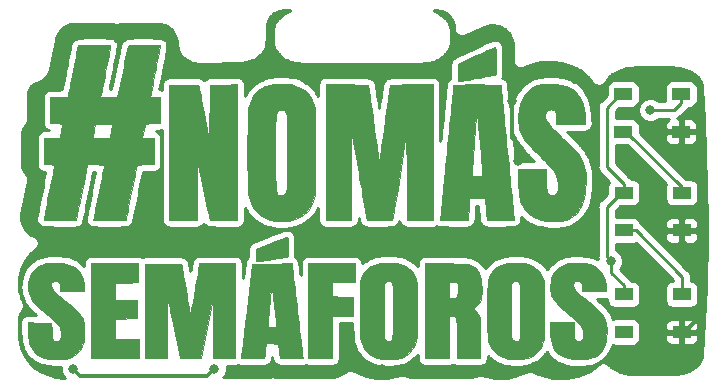
<source format=gbr>
G04 #@! TF.GenerationSoftware,KiCad,Pcbnew,5.0.2+dfsg1-1*
G04 #@! TF.CreationDate,2019-10-14T23:09:41+02:00*
G04 #@! TF.ProjectId,NOMAS_semaforos,4e4f4d41-535f-4736-956d-61666f726f73,rev?*
G04 #@! TF.SameCoordinates,Original*
G04 #@! TF.FileFunction,Copper,L1,Top*
G04 #@! TF.FilePolarity,Positive*
%FSLAX46Y46*%
G04 Gerber Fmt 4.6, Leading zero omitted, Abs format (unit mm)*
G04 Created by KiCad (PCBNEW 5.0.2+dfsg1-1) date lun 14 oct 2019 23:09:41 CEST*
%MOMM*%
%LPD*%
G01*
G04 APERTURE LIST*
G04 #@! TA.AperFunction,EtchedComponent*
%ADD10C,0.010000*%
G04 #@! TD*
G04 #@! TA.AperFunction,SMDPad,CuDef*
%ADD11R,1.500000X1.000000*%
G04 #@! TD*
G04 #@! TA.AperFunction,ViaPad*
%ADD12C,0.800000*%
G04 #@! TD*
G04 #@! TA.AperFunction,Conductor*
%ADD13C,0.350000*%
G04 #@! TD*
G04 #@! TA.AperFunction,Conductor*
%ADD14C,0.250000*%
G04 #@! TD*
G04 #@! TA.AperFunction,Conductor*
%ADD15C,0.254000*%
G04 #@! TD*
G04 APERTURE END LIST*
D10*
G04 #@! TO.C,Ref\002A\002A*
G36*
X158876484Y-88686343D02*
X158889366Y-88745615D01*
X158899072Y-88854097D01*
X158905942Y-89019252D01*
X158910317Y-89248546D01*
X158912540Y-89549442D01*
X158913000Y-89825911D01*
X158913000Y-90985488D01*
X158817750Y-91009319D01*
X158720614Y-91031202D01*
X158558280Y-91065024D01*
X158342473Y-91108541D01*
X158084915Y-91159514D01*
X157797330Y-91215701D01*
X157491444Y-91274862D01*
X157178979Y-91334755D01*
X156871660Y-91393141D01*
X156581211Y-91447777D01*
X156319355Y-91496423D01*
X156097817Y-91536838D01*
X155928320Y-91566782D01*
X155822589Y-91584012D01*
X155793686Y-91587334D01*
X155693713Y-91587334D01*
X155716833Y-90084500D01*
X157262000Y-89377900D01*
X157600779Y-89223502D01*
X157916494Y-89080625D01*
X158200650Y-88953039D01*
X158444750Y-88844512D01*
X158640298Y-88758816D01*
X158778797Y-88699720D01*
X158851752Y-88670994D01*
X158860083Y-88668816D01*
X158876484Y-88686343D01*
X158876484Y-88686343D01*
G37*
X158876484Y-88686343D02*
X158889366Y-88745615D01*
X158899072Y-88854097D01*
X158905942Y-89019252D01*
X158910317Y-89248546D01*
X158912540Y-89549442D01*
X158913000Y-89825911D01*
X158913000Y-90985488D01*
X158817750Y-91009319D01*
X158720614Y-91031202D01*
X158558280Y-91065024D01*
X158342473Y-91108541D01*
X158084915Y-91159514D01*
X157797330Y-91215701D01*
X157491444Y-91274862D01*
X157178979Y-91334755D01*
X156871660Y-91393141D01*
X156581211Y-91447777D01*
X156319355Y-91496423D01*
X156097817Y-91536838D01*
X155928320Y-91566782D01*
X155822589Y-91584012D01*
X155793686Y-91587334D01*
X155693713Y-91587334D01*
X155716833Y-90084500D01*
X157262000Y-89377900D01*
X157600779Y-89223502D01*
X157916494Y-89080625D01*
X158200650Y-88953039D01*
X158444750Y-88844512D01*
X158640298Y-88758816D01*
X158778797Y-88699720D01*
X158851752Y-88670994D01*
X158860083Y-88668816D01*
X158876484Y-88686343D01*
G36*
X157774603Y-91842173D02*
X158180620Y-91844616D01*
X158533873Y-91848543D01*
X158828514Y-91853840D01*
X159058691Y-91860390D01*
X159218555Y-91868075D01*
X159302257Y-91876779D01*
X159313535Y-91881027D01*
X159319495Y-91925351D01*
X159333057Y-92048006D01*
X159353635Y-92243053D01*
X159380644Y-92504555D01*
X159413499Y-92826572D01*
X159451615Y-93203166D01*
X159494407Y-93628398D01*
X159541289Y-94096329D01*
X159591677Y-94601021D01*
X159644985Y-95136535D01*
X159700627Y-95696933D01*
X159758019Y-96276276D01*
X159816576Y-96868625D01*
X159875712Y-97468042D01*
X159934843Y-98068588D01*
X159993382Y-98664324D01*
X160050746Y-99249312D01*
X160106348Y-99817613D01*
X160159603Y-100363288D01*
X160209927Y-100880399D01*
X160256734Y-101363008D01*
X160299438Y-101805175D01*
X160337456Y-102200961D01*
X160370201Y-102544429D01*
X160397089Y-102829640D01*
X160417534Y-103050655D01*
X160430951Y-103201535D01*
X160436754Y-103276342D01*
X160436951Y-103281917D01*
X160396454Y-103290299D01*
X160282221Y-103297852D01*
X160105182Y-103304270D01*
X159876268Y-103309248D01*
X159606408Y-103312482D01*
X159306531Y-103313666D01*
X159298877Y-103313667D01*
X158160755Y-103313667D01*
X158135299Y-103091417D01*
X158121963Y-102961806D01*
X158104458Y-102773073D01*
X158085053Y-102550518D01*
X158066018Y-102319441D01*
X158065970Y-102318834D01*
X158047549Y-102098417D01*
X158029162Y-101896835D01*
X158012854Y-101735407D01*
X158000671Y-101635450D01*
X157999964Y-101630917D01*
X157977830Y-101493334D01*
X156681607Y-101493334D01*
X156630720Y-102287084D01*
X156613383Y-102545589D01*
X156596119Y-102781763D01*
X156580188Y-102979874D01*
X156566854Y-103124190D01*
X156557719Y-103197250D01*
X156535606Y-103313667D01*
X155374803Y-103313667D01*
X155071201Y-103312558D01*
X154797225Y-103309430D01*
X154563700Y-103304578D01*
X154381452Y-103298298D01*
X154261306Y-103290887D01*
X154214089Y-103282640D01*
X154213785Y-103281917D01*
X154217791Y-103230585D01*
X154229556Y-103101345D01*
X154248494Y-102900152D01*
X154274018Y-102632957D01*
X154305541Y-102305714D01*
X154342476Y-101924377D01*
X154384236Y-101494897D01*
X154430233Y-101023228D01*
X154479881Y-100515324D01*
X154532593Y-99977136D01*
X154573853Y-99556584D01*
X156879180Y-99556584D01*
X156919369Y-99569656D01*
X157026581Y-99580115D01*
X157183183Y-99586698D01*
X157323001Y-99588334D01*
X157507485Y-99585476D01*
X157658154Y-99577756D01*
X157756426Y-99566451D01*
X157784457Y-99556584D01*
X157784153Y-99510239D01*
X157776817Y-99388225D01*
X157763198Y-99199115D01*
X157744049Y-98951484D01*
X157720121Y-98653907D01*
X157692165Y-98314958D01*
X157660933Y-97943210D01*
X157627175Y-97547239D01*
X157591644Y-97135618D01*
X157555090Y-96716923D01*
X157518265Y-96299727D01*
X157481921Y-95892604D01*
X157446807Y-95504130D01*
X157413677Y-95142878D01*
X157383281Y-94817423D01*
X157356370Y-94536338D01*
X157333695Y-94308199D01*
X157316009Y-94141580D01*
X157304062Y-94045055D01*
X157299661Y-94023884D01*
X157294380Y-94062386D01*
X157283579Y-94176848D01*
X157267901Y-94358791D01*
X157247992Y-94599732D01*
X157224496Y-94891192D01*
X157198058Y-95224688D01*
X157169322Y-95591739D01*
X157138932Y-95983866D01*
X157107534Y-96392586D01*
X157075771Y-96809419D01*
X157044289Y-97225884D01*
X157013732Y-97633499D01*
X156984744Y-98023784D01*
X156957970Y-98388257D01*
X156934055Y-98718438D01*
X156913642Y-99005845D01*
X156897378Y-99241998D01*
X156885905Y-99418415D01*
X156879870Y-99526616D01*
X156879180Y-99556584D01*
X154573853Y-99556584D01*
X154587782Y-99414619D01*
X154644860Y-98833725D01*
X154703241Y-98240407D01*
X154762337Y-97640618D01*
X154821562Y-97040311D01*
X154880329Y-96445440D01*
X154938051Y-95861957D01*
X154994139Y-95295815D01*
X155048009Y-94752968D01*
X155099072Y-94239368D01*
X155146741Y-93760968D01*
X155190430Y-93323722D01*
X155229551Y-92933582D01*
X155263518Y-92596501D01*
X155291743Y-92318433D01*
X155313639Y-92105331D01*
X155328620Y-91963147D01*
X155336098Y-91897835D01*
X155336714Y-91894250D01*
X155358564Y-91881335D01*
X155418712Y-91870547D01*
X155523074Y-91861728D01*
X155677569Y-91854722D01*
X155888116Y-91849369D01*
X156160632Y-91845513D01*
X156501035Y-91842996D01*
X156915243Y-91841659D01*
X157321672Y-91841334D01*
X157774603Y-91842173D01*
X157774603Y-91842173D01*
G37*
X157774603Y-91842173D02*
X158180620Y-91844616D01*
X158533873Y-91848543D01*
X158828514Y-91853840D01*
X159058691Y-91860390D01*
X159218555Y-91868075D01*
X159302257Y-91876779D01*
X159313535Y-91881027D01*
X159319495Y-91925351D01*
X159333057Y-92048006D01*
X159353635Y-92243053D01*
X159380644Y-92504555D01*
X159413499Y-92826572D01*
X159451615Y-93203166D01*
X159494407Y-93628398D01*
X159541289Y-94096329D01*
X159591677Y-94601021D01*
X159644985Y-95136535D01*
X159700627Y-95696933D01*
X159758019Y-96276276D01*
X159816576Y-96868625D01*
X159875712Y-97468042D01*
X159934843Y-98068588D01*
X159993382Y-98664324D01*
X160050746Y-99249312D01*
X160106348Y-99817613D01*
X160159603Y-100363288D01*
X160209927Y-100880399D01*
X160256734Y-101363008D01*
X160299438Y-101805175D01*
X160337456Y-102200961D01*
X160370201Y-102544429D01*
X160397089Y-102829640D01*
X160417534Y-103050655D01*
X160430951Y-103201535D01*
X160436754Y-103276342D01*
X160436951Y-103281917D01*
X160396454Y-103290299D01*
X160282221Y-103297852D01*
X160105182Y-103304270D01*
X159876268Y-103309248D01*
X159606408Y-103312482D01*
X159306531Y-103313666D01*
X159298877Y-103313667D01*
X158160755Y-103313667D01*
X158135299Y-103091417D01*
X158121963Y-102961806D01*
X158104458Y-102773073D01*
X158085053Y-102550518D01*
X158066018Y-102319441D01*
X158065970Y-102318834D01*
X158047549Y-102098417D01*
X158029162Y-101896835D01*
X158012854Y-101735407D01*
X158000671Y-101635450D01*
X157999964Y-101630917D01*
X157977830Y-101493334D01*
X156681607Y-101493334D01*
X156630720Y-102287084D01*
X156613383Y-102545589D01*
X156596119Y-102781763D01*
X156580188Y-102979874D01*
X156566854Y-103124190D01*
X156557719Y-103197250D01*
X156535606Y-103313667D01*
X155374803Y-103313667D01*
X155071201Y-103312558D01*
X154797225Y-103309430D01*
X154563700Y-103304578D01*
X154381452Y-103298298D01*
X154261306Y-103290887D01*
X154214089Y-103282640D01*
X154213785Y-103281917D01*
X154217791Y-103230585D01*
X154229556Y-103101345D01*
X154248494Y-102900152D01*
X154274018Y-102632957D01*
X154305541Y-102305714D01*
X154342476Y-101924377D01*
X154384236Y-101494897D01*
X154430233Y-101023228D01*
X154479881Y-100515324D01*
X154532593Y-99977136D01*
X154573853Y-99556584D01*
X156879180Y-99556584D01*
X156919369Y-99569656D01*
X157026581Y-99580115D01*
X157183183Y-99586698D01*
X157323001Y-99588334D01*
X157507485Y-99585476D01*
X157658154Y-99577756D01*
X157756426Y-99566451D01*
X157784457Y-99556584D01*
X157784153Y-99510239D01*
X157776817Y-99388225D01*
X157763198Y-99199115D01*
X157744049Y-98951484D01*
X157720121Y-98653907D01*
X157692165Y-98314958D01*
X157660933Y-97943210D01*
X157627175Y-97547239D01*
X157591644Y-97135618D01*
X157555090Y-96716923D01*
X157518265Y-96299727D01*
X157481921Y-95892604D01*
X157446807Y-95504130D01*
X157413677Y-95142878D01*
X157383281Y-94817423D01*
X157356370Y-94536338D01*
X157333695Y-94308199D01*
X157316009Y-94141580D01*
X157304062Y-94045055D01*
X157299661Y-94023884D01*
X157294380Y-94062386D01*
X157283579Y-94176848D01*
X157267901Y-94358791D01*
X157247992Y-94599732D01*
X157224496Y-94891192D01*
X157198058Y-95224688D01*
X157169322Y-95591739D01*
X157138932Y-95983866D01*
X157107534Y-96392586D01*
X157075771Y-96809419D01*
X157044289Y-97225884D01*
X157013732Y-97633499D01*
X156984744Y-98023784D01*
X156957970Y-98388257D01*
X156934055Y-98718438D01*
X156913642Y-99005845D01*
X156897378Y-99241998D01*
X156885905Y-99418415D01*
X156879870Y-99526616D01*
X156879180Y-99556584D01*
X154573853Y-99556584D01*
X154587782Y-99414619D01*
X154644860Y-98833725D01*
X154703241Y-98240407D01*
X154762337Y-97640618D01*
X154821562Y-97040311D01*
X154880329Y-96445440D01*
X154938051Y-95861957D01*
X154994139Y-95295815D01*
X155048009Y-94752968D01*
X155099072Y-94239368D01*
X155146741Y-93760968D01*
X155190430Y-93323722D01*
X155229551Y-92933582D01*
X155263518Y-92596501D01*
X155291743Y-92318433D01*
X155313639Y-92105331D01*
X155328620Y-91963147D01*
X155336098Y-91897835D01*
X155336714Y-91894250D01*
X155358564Y-91881335D01*
X155418712Y-91870547D01*
X155523074Y-91861728D01*
X155677569Y-91854722D01*
X155888116Y-91849369D01*
X156160632Y-91845513D01*
X156501035Y-91842996D01*
X156915243Y-91841659D01*
X157321672Y-91841334D01*
X157774603Y-91842173D01*
G36*
X153579000Y-91841334D02*
X153579000Y-103313667D01*
X151378129Y-103313667D01*
X151367314Y-99609880D01*
X151356500Y-95906092D01*
X150770775Y-99535796D01*
X150682753Y-100080675D01*
X150598281Y-100602437D01*
X150518367Y-101094915D01*
X150444022Y-101551939D01*
X150376254Y-101967339D01*
X150316075Y-102334947D01*
X150264492Y-102648593D01*
X150222515Y-102902109D01*
X150191155Y-103089326D01*
X150171421Y-103204073D01*
X150164673Y-103239584D01*
X150152690Y-103262382D01*
X150124307Y-103279984D01*
X150069733Y-103293055D01*
X149979175Y-103302258D01*
X149842841Y-103308257D01*
X149650940Y-103311715D01*
X149393679Y-103313297D01*
X149071854Y-103313667D01*
X147999415Y-103313667D01*
X147960923Y-103091417D01*
X147947952Y-103016324D01*
X147921736Y-102864369D01*
X147883408Y-102642124D01*
X147834100Y-102356163D01*
X147774947Y-102013060D01*
X147707081Y-101619390D01*
X147631636Y-101181724D01*
X147549745Y-100706638D01*
X147462542Y-100200705D01*
X147371159Y-99670498D01*
X147311132Y-99322208D01*
X146699833Y-95775249D01*
X146678211Y-103313667D01*
X144519666Y-103313667D01*
X144519666Y-91841334D01*
X146295168Y-91841334D01*
X146771849Y-91842342D01*
X147180095Y-91845324D01*
X147517056Y-91850212D01*
X147779881Y-91856940D01*
X147965719Y-91865440D01*
X148071719Y-91875645D01*
X148096810Y-91883630D01*
X148106672Y-91931329D01*
X148127165Y-92056397D01*
X148157341Y-92252330D01*
X148196253Y-92512627D01*
X148242955Y-92830784D01*
X148296500Y-93200299D01*
X148355941Y-93614669D01*
X148420331Y-94067390D01*
X148488723Y-94551961D01*
X148560172Y-95061879D01*
X148574184Y-95162309D01*
X148645798Y-95674721D01*
X148714209Y-96161845D01*
X148778504Y-96617322D01*
X148837770Y-97034793D01*
X148891093Y-97407898D01*
X148937561Y-97730279D01*
X148976260Y-97995576D01*
X149006277Y-98197431D01*
X149026698Y-98329483D01*
X149036610Y-98385374D01*
X149037274Y-98386837D01*
X149044842Y-98344052D01*
X149063088Y-98223843D01*
X149091095Y-98032654D01*
X149127949Y-97776929D01*
X149172732Y-97463114D01*
X149224530Y-97097652D01*
X149282427Y-96686988D01*
X149345506Y-96237567D01*
X149412853Y-95755834D01*
X149483551Y-95248233D01*
X149495664Y-95161074D01*
X149567010Y-94648530D01*
X149635295Y-94159861D01*
X149699586Y-93701622D01*
X149758951Y-93280366D01*
X149812459Y-92902649D01*
X149859177Y-92575024D01*
X149898175Y-92304047D01*
X149928519Y-92096272D01*
X149949279Y-91958254D01*
X149959522Y-91896547D01*
X149960103Y-91894250D01*
X149982504Y-91880785D01*
X150043874Y-91869639D01*
X150150368Y-91860632D01*
X150308144Y-91853586D01*
X150523358Y-91848321D01*
X150802166Y-91844659D01*
X151150725Y-91842419D01*
X151575192Y-91841424D01*
X151778504Y-91841333D01*
X153579000Y-91841334D01*
X153579000Y-91841334D01*
G37*
X153579000Y-91841334D02*
X153579000Y-103313667D01*
X151378129Y-103313667D01*
X151367314Y-99609880D01*
X151356500Y-95906092D01*
X150770775Y-99535796D01*
X150682753Y-100080675D01*
X150598281Y-100602437D01*
X150518367Y-101094915D01*
X150444022Y-101551939D01*
X150376254Y-101967339D01*
X150316075Y-102334947D01*
X150264492Y-102648593D01*
X150222515Y-102902109D01*
X150191155Y-103089326D01*
X150171421Y-103204073D01*
X150164673Y-103239584D01*
X150152690Y-103262382D01*
X150124307Y-103279984D01*
X150069733Y-103293055D01*
X149979175Y-103302258D01*
X149842841Y-103308257D01*
X149650940Y-103311715D01*
X149393679Y-103313297D01*
X149071854Y-103313667D01*
X147999415Y-103313667D01*
X147960923Y-103091417D01*
X147947952Y-103016324D01*
X147921736Y-102864369D01*
X147883408Y-102642124D01*
X147834100Y-102356163D01*
X147774947Y-102013060D01*
X147707081Y-101619390D01*
X147631636Y-101181724D01*
X147549745Y-100706638D01*
X147462542Y-100200705D01*
X147371159Y-99670498D01*
X147311132Y-99322208D01*
X146699833Y-95775249D01*
X146678211Y-103313667D01*
X144519666Y-103313667D01*
X144519666Y-91841334D01*
X146295168Y-91841334D01*
X146771849Y-91842342D01*
X147180095Y-91845324D01*
X147517056Y-91850212D01*
X147779881Y-91856940D01*
X147965719Y-91865440D01*
X148071719Y-91875645D01*
X148096810Y-91883630D01*
X148106672Y-91931329D01*
X148127165Y-92056397D01*
X148157341Y-92252330D01*
X148196253Y-92512627D01*
X148242955Y-92830784D01*
X148296500Y-93200299D01*
X148355941Y-93614669D01*
X148420331Y-94067390D01*
X148488723Y-94551961D01*
X148560172Y-95061879D01*
X148574184Y-95162309D01*
X148645798Y-95674721D01*
X148714209Y-96161845D01*
X148778504Y-96617322D01*
X148837770Y-97034793D01*
X148891093Y-97407898D01*
X148937561Y-97730279D01*
X148976260Y-97995576D01*
X149006277Y-98197431D01*
X149026698Y-98329483D01*
X149036610Y-98385374D01*
X149037274Y-98386837D01*
X149044842Y-98344052D01*
X149063088Y-98223843D01*
X149091095Y-98032654D01*
X149127949Y-97776929D01*
X149172732Y-97463114D01*
X149224530Y-97097652D01*
X149282427Y-96686988D01*
X149345506Y-96237567D01*
X149412853Y-95755834D01*
X149483551Y-95248233D01*
X149495664Y-95161074D01*
X149567010Y-94648530D01*
X149635295Y-94159861D01*
X149699586Y-93701622D01*
X149758951Y-93280366D01*
X149812459Y-92902649D01*
X149859177Y-92575024D01*
X149898175Y-92304047D01*
X149928519Y-92096272D01*
X149949279Y-91958254D01*
X149959522Y-91896547D01*
X149960103Y-91894250D01*
X149982504Y-91880785D01*
X150043874Y-91869639D01*
X150150368Y-91860632D01*
X150308144Y-91853586D01*
X150523358Y-91848321D01*
X150802166Y-91844659D01*
X151150725Y-91842419D01*
X151575192Y-91841424D01*
X151778504Y-91841333D01*
X153579000Y-91841334D01*
G36*
X137026666Y-103313667D02*
X135865352Y-103313667D01*
X135520334Y-103313315D01*
X135250573Y-103311868D01*
X135046658Y-103308734D01*
X134899180Y-103303326D01*
X134798731Y-103295053D01*
X134735901Y-103283326D01*
X134701282Y-103267555D01*
X134685463Y-103247152D01*
X134682845Y-103239584D01*
X134670832Y-103185666D01*
X134643629Y-103056232D01*
X134602767Y-102858761D01*
X134549774Y-102600737D01*
X134486181Y-102289641D01*
X134413517Y-101932955D01*
X134333312Y-101538162D01*
X134247095Y-101112742D01*
X134161409Y-100689000D01*
X133661166Y-98212500D01*
X133650252Y-100763084D01*
X133639339Y-103313667D01*
X131269028Y-103313667D01*
X131279764Y-97588084D01*
X131290500Y-91862500D01*
X132494210Y-91851244D01*
X132805433Y-91849442D01*
X133088889Y-91849921D01*
X133333591Y-91852494D01*
X133528555Y-91856971D01*
X133662796Y-91863164D01*
X133725328Y-91870885D01*
X133728111Y-91872411D01*
X133741532Y-91918846D01*
X133769385Y-92040914D01*
X133810134Y-92231098D01*
X133862246Y-92481882D01*
X133924185Y-92785753D01*
X133994415Y-93135193D01*
X134071402Y-93522688D01*
X134153611Y-93940721D01*
X134217733Y-94269571D01*
X134677166Y-96634308D01*
X134719500Y-91862500D01*
X135873083Y-91851236D01*
X137026666Y-91839973D01*
X137026666Y-103313667D01*
X137026666Y-103313667D01*
G37*
X137026666Y-103313667D02*
X135865352Y-103313667D01*
X135520334Y-103313315D01*
X135250573Y-103311868D01*
X135046658Y-103308734D01*
X134899180Y-103303326D01*
X134798731Y-103295053D01*
X134735901Y-103283326D01*
X134701282Y-103267555D01*
X134685463Y-103247152D01*
X134682845Y-103239584D01*
X134670832Y-103185666D01*
X134643629Y-103056232D01*
X134602767Y-102858761D01*
X134549774Y-102600737D01*
X134486181Y-102289641D01*
X134413517Y-101932955D01*
X134333312Y-101538162D01*
X134247095Y-101112742D01*
X134161409Y-100689000D01*
X133661166Y-98212500D01*
X133650252Y-100763084D01*
X133639339Y-103313667D01*
X131269028Y-103313667D01*
X131279764Y-97588084D01*
X131290500Y-91862500D01*
X132494210Y-91851244D01*
X132805433Y-91849442D01*
X133088889Y-91849921D01*
X133333591Y-91852494D01*
X133528555Y-91856971D01*
X133662796Y-91863164D01*
X133725328Y-91870885D01*
X133728111Y-91872411D01*
X133741532Y-91918846D01*
X133769385Y-92040914D01*
X133810134Y-92231098D01*
X133862246Y-92481882D01*
X133924185Y-92785753D01*
X133994415Y-93135193D01*
X134071402Y-93522688D01*
X134153611Y-93940721D01*
X134217733Y-94269571D01*
X134677166Y-96634308D01*
X134719500Y-91862500D01*
X135873083Y-91851236D01*
X137026666Y-91839973D01*
X137026666Y-103313667D01*
G36*
X129455115Y-88498114D02*
X129754775Y-88501269D01*
X130016322Y-88506190D01*
X130229424Y-88512598D01*
X130383752Y-88520217D01*
X130468973Y-88528769D01*
X130482477Y-88533364D01*
X130478849Y-88580765D01*
X130460016Y-88703249D01*
X130427437Y-88892887D01*
X130382570Y-89141751D01*
X130326874Y-89441914D01*
X130261807Y-89785446D01*
X130188828Y-90164421D01*
X130109395Y-90570909D01*
X130083357Y-90702948D01*
X130001763Y-91116351D01*
X129925350Y-91504567D01*
X129855660Y-91859684D01*
X129794236Y-92173790D01*
X129742621Y-92438975D01*
X129702357Y-92647326D01*
X129674986Y-92790934D01*
X129662052Y-92861886D01*
X129661214Y-92867917D01*
X129700317Y-92881233D01*
X129806202Y-92891800D01*
X129960995Y-92898280D01*
X130084702Y-92899667D01*
X130508739Y-92899667D01*
X130497452Y-94010917D01*
X130486166Y-95122167D01*
X129846391Y-95133821D01*
X129206616Y-95145476D01*
X129094943Y-95705321D01*
X129053715Y-95915782D01*
X129019359Y-96098340D01*
X128994989Y-96235915D01*
X128983715Y-96311425D01*
X128983302Y-96318084D01*
X129007455Y-96342467D01*
X129086313Y-96358712D01*
X129229529Y-96367866D01*
X129446753Y-96370980D01*
X129470166Y-96371000D01*
X129957000Y-96371000D01*
X129957000Y-98614667D01*
X129237333Y-98614667D01*
X129001162Y-98615316D01*
X128797552Y-98617116D01*
X128640248Y-98619844D01*
X128542996Y-98623276D01*
X128517666Y-98626341D01*
X128509596Y-98668820D01*
X128486376Y-98786841D01*
X128449497Y-98972932D01*
X128400445Y-99219620D01*
X128340711Y-99519431D01*
X128271782Y-99864893D01*
X128195147Y-100248533D01*
X128112294Y-100662878D01*
X128052000Y-100964167D01*
X127965711Y-101395409D01*
X127884607Y-101801127D01*
X127810179Y-102173847D01*
X127743913Y-102506097D01*
X127687298Y-102790403D01*
X127641823Y-103019292D01*
X127608977Y-103185291D01*
X127590247Y-103280928D01*
X127586333Y-103301992D01*
X127545657Y-103304807D01*
X127430255Y-103307377D01*
X127250071Y-103309619D01*
X127015045Y-103311448D01*
X126735119Y-103312780D01*
X126420235Y-103313530D01*
X126210500Y-103313667D01*
X125878843Y-103313322D01*
X125575942Y-103312342D01*
X125311740Y-103310814D01*
X125096178Y-103308819D01*
X124939196Y-103306444D01*
X124850738Y-103303772D01*
X124834666Y-103301992D01*
X124842737Y-103259514D01*
X124865956Y-103141493D01*
X124902836Y-102955402D01*
X124951887Y-102708714D01*
X125011621Y-102408902D01*
X125080550Y-102063440D01*
X125157185Y-101679801D01*
X125240038Y-101265456D01*
X125300333Y-100964167D01*
X125386622Y-100532925D01*
X125467725Y-100127207D01*
X125542154Y-99754487D01*
X125608420Y-99422237D01*
X125665035Y-99137931D01*
X125710509Y-98909042D01*
X125743356Y-98743043D01*
X125762085Y-98647406D01*
X125766000Y-98626341D01*
X125725934Y-98622547D01*
X125614809Y-98619268D01*
X125446230Y-98616720D01*
X125233804Y-98615120D01*
X125031486Y-98614667D01*
X124296973Y-98614667D01*
X124013905Y-100064584D01*
X123937434Y-100456000D01*
X123857091Y-100866738D01*
X123776612Y-101277735D01*
X123699732Y-101669926D01*
X123630187Y-102024249D01*
X123571712Y-102321640D01*
X123553501Y-102414084D01*
X123376166Y-103313667D01*
X122009916Y-103313667D01*
X121591521Y-103312589D01*
X121254238Y-103309276D01*
X120994538Y-103303608D01*
X120808891Y-103295467D01*
X120693769Y-103284732D01*
X120645643Y-103271285D01*
X120643666Y-103267474D01*
X120651589Y-103218331D01*
X120674369Y-103093841D01*
X120710524Y-102901731D01*
X120758570Y-102649730D01*
X120817024Y-102345565D01*
X120884404Y-101996964D01*
X120959226Y-101611654D01*
X121040008Y-101197363D01*
X121088166Y-100951140D01*
X121171632Y-100524273D01*
X121249991Y-100122381D01*
X121321764Y-99753133D01*
X121385468Y-99424200D01*
X121439626Y-99143252D01*
X121482756Y-98917958D01*
X121513377Y-98755990D01*
X121530011Y-98665017D01*
X121532666Y-98647833D01*
X121493326Y-98633911D01*
X121387250Y-98622867D01*
X121232357Y-98616104D01*
X121109333Y-98614667D01*
X120686000Y-98614667D01*
X120686000Y-96371000D01*
X121986289Y-96371000D01*
X124752116Y-96371000D01*
X126216998Y-96371000D01*
X126314697Y-95810084D01*
X126352300Y-95598695D01*
X126386388Y-95415316D01*
X126413646Y-95277206D01*
X126430760Y-95201622D01*
X126432785Y-95195229D01*
X126423780Y-95175323D01*
X126372992Y-95161481D01*
X126270983Y-95153144D01*
X126108316Y-95149753D01*
X125875555Y-95150749D01*
X125718525Y-95152896D01*
X124983876Y-95164500D01*
X124896112Y-95630167D01*
X124857510Y-95833949D01*
X124821849Y-96020368D01*
X124793718Y-96165540D01*
X124780232Y-96233417D01*
X124752116Y-96371000D01*
X121986289Y-96371000D01*
X122098175Y-95810084D01*
X122139435Y-95599569D01*
X122173830Y-95417099D01*
X122198253Y-95279683D01*
X122209598Y-95204330D01*
X122210031Y-95197594D01*
X122181018Y-95172785D01*
X122089051Y-95154466D01*
X121926686Y-95141685D01*
X121712583Y-95134094D01*
X121215166Y-95122167D01*
X121215166Y-92920834D01*
X121944860Y-92909253D01*
X122209117Y-92904693D01*
X122400849Y-92899543D01*
X122532188Y-92892094D01*
X122615268Y-92880639D01*
X122662221Y-92863469D01*
X122685182Y-92838876D01*
X122696284Y-92805153D01*
X122696693Y-92803420D01*
X122709032Y-92744135D01*
X122735950Y-92610160D01*
X122775787Y-92409898D01*
X122826882Y-92151755D01*
X122887577Y-91844133D01*
X122956209Y-91495437D01*
X123031120Y-91114071D01*
X123110649Y-90708440D01*
X123120919Y-90656000D01*
X123200689Y-90249595D01*
X123275976Y-89867798D01*
X123345141Y-89518797D01*
X123406545Y-89210780D01*
X123458549Y-88951935D01*
X123499514Y-88750451D01*
X123527802Y-88614516D01*
X123541772Y-88552317D01*
X123542508Y-88549917D01*
X123567276Y-88534491D01*
X123633657Y-88522137D01*
X123748614Y-88512586D01*
X123919108Y-88505569D01*
X124152105Y-88500815D01*
X124454566Y-88498057D01*
X124833455Y-88497024D01*
X124910949Y-88497000D01*
X125240455Y-88497663D01*
X125542199Y-88499540D01*
X125805923Y-88502470D01*
X126021367Y-88506287D01*
X126178273Y-88510828D01*
X126266382Y-88515929D01*
X126281785Y-88518897D01*
X126276859Y-88561895D01*
X126257185Y-88678473D01*
X126224600Y-88859183D01*
X126180941Y-89094577D01*
X126128046Y-89375208D01*
X126067750Y-89691628D01*
X126001892Y-90034391D01*
X125932308Y-90394049D01*
X125860835Y-90761154D01*
X125789310Y-91126260D01*
X125719570Y-91479918D01*
X125653452Y-91812681D01*
X125592793Y-92115103D01*
X125539431Y-92377736D01*
X125495201Y-92591132D01*
X125461941Y-92745843D01*
X125448292Y-92805421D01*
X125425216Y-92901675D01*
X126154220Y-92890088D01*
X126883225Y-92878500D01*
X127313999Y-90753641D01*
X127398121Y-90339819D01*
X127477788Y-89950067D01*
X127551316Y-89592473D01*
X127617022Y-89275125D01*
X127673222Y-89006114D01*
X127718232Y-88793527D01*
X127750369Y-88645453D01*
X127767947Y-88569982D01*
X127770058Y-88562891D01*
X127785606Y-88544338D01*
X127822180Y-88529569D01*
X127888368Y-88518166D01*
X127992758Y-88509714D01*
X128143938Y-88503794D01*
X128350498Y-88499990D01*
X128621024Y-88497885D01*
X128964107Y-88497063D01*
X129127672Y-88497000D01*
X129455115Y-88498114D01*
X129455115Y-88498114D01*
G37*
X129455115Y-88498114D02*
X129754775Y-88501269D01*
X130016322Y-88506190D01*
X130229424Y-88512598D01*
X130383752Y-88520217D01*
X130468973Y-88528769D01*
X130482477Y-88533364D01*
X130478849Y-88580765D01*
X130460016Y-88703249D01*
X130427437Y-88892887D01*
X130382570Y-89141751D01*
X130326874Y-89441914D01*
X130261807Y-89785446D01*
X130188828Y-90164421D01*
X130109395Y-90570909D01*
X130083357Y-90702948D01*
X130001763Y-91116351D01*
X129925350Y-91504567D01*
X129855660Y-91859684D01*
X129794236Y-92173790D01*
X129742621Y-92438975D01*
X129702357Y-92647326D01*
X129674986Y-92790934D01*
X129662052Y-92861886D01*
X129661214Y-92867917D01*
X129700317Y-92881233D01*
X129806202Y-92891800D01*
X129960995Y-92898280D01*
X130084702Y-92899667D01*
X130508739Y-92899667D01*
X130497452Y-94010917D01*
X130486166Y-95122167D01*
X129846391Y-95133821D01*
X129206616Y-95145476D01*
X129094943Y-95705321D01*
X129053715Y-95915782D01*
X129019359Y-96098340D01*
X128994989Y-96235915D01*
X128983715Y-96311425D01*
X128983302Y-96318084D01*
X129007455Y-96342467D01*
X129086313Y-96358712D01*
X129229529Y-96367866D01*
X129446753Y-96370980D01*
X129470166Y-96371000D01*
X129957000Y-96371000D01*
X129957000Y-98614667D01*
X129237333Y-98614667D01*
X129001162Y-98615316D01*
X128797552Y-98617116D01*
X128640248Y-98619844D01*
X128542996Y-98623276D01*
X128517666Y-98626341D01*
X128509596Y-98668820D01*
X128486376Y-98786841D01*
X128449497Y-98972932D01*
X128400445Y-99219620D01*
X128340711Y-99519431D01*
X128271782Y-99864893D01*
X128195147Y-100248533D01*
X128112294Y-100662878D01*
X128052000Y-100964167D01*
X127965711Y-101395409D01*
X127884607Y-101801127D01*
X127810179Y-102173847D01*
X127743913Y-102506097D01*
X127687298Y-102790403D01*
X127641823Y-103019292D01*
X127608977Y-103185291D01*
X127590247Y-103280928D01*
X127586333Y-103301992D01*
X127545657Y-103304807D01*
X127430255Y-103307377D01*
X127250071Y-103309619D01*
X127015045Y-103311448D01*
X126735119Y-103312780D01*
X126420235Y-103313530D01*
X126210500Y-103313667D01*
X125878843Y-103313322D01*
X125575942Y-103312342D01*
X125311740Y-103310814D01*
X125096178Y-103308819D01*
X124939196Y-103306444D01*
X124850738Y-103303772D01*
X124834666Y-103301992D01*
X124842737Y-103259514D01*
X124865956Y-103141493D01*
X124902836Y-102955402D01*
X124951887Y-102708714D01*
X125011621Y-102408902D01*
X125080550Y-102063440D01*
X125157185Y-101679801D01*
X125240038Y-101265456D01*
X125300333Y-100964167D01*
X125386622Y-100532925D01*
X125467725Y-100127207D01*
X125542154Y-99754487D01*
X125608420Y-99422237D01*
X125665035Y-99137931D01*
X125710509Y-98909042D01*
X125743356Y-98743043D01*
X125762085Y-98647406D01*
X125766000Y-98626341D01*
X125725934Y-98622547D01*
X125614809Y-98619268D01*
X125446230Y-98616720D01*
X125233804Y-98615120D01*
X125031486Y-98614667D01*
X124296973Y-98614667D01*
X124013905Y-100064584D01*
X123937434Y-100456000D01*
X123857091Y-100866738D01*
X123776612Y-101277735D01*
X123699732Y-101669926D01*
X123630187Y-102024249D01*
X123571712Y-102321640D01*
X123553501Y-102414084D01*
X123376166Y-103313667D01*
X122009916Y-103313667D01*
X121591521Y-103312589D01*
X121254238Y-103309276D01*
X120994538Y-103303608D01*
X120808891Y-103295467D01*
X120693769Y-103284732D01*
X120645643Y-103271285D01*
X120643666Y-103267474D01*
X120651589Y-103218331D01*
X120674369Y-103093841D01*
X120710524Y-102901731D01*
X120758570Y-102649730D01*
X120817024Y-102345565D01*
X120884404Y-101996964D01*
X120959226Y-101611654D01*
X121040008Y-101197363D01*
X121088166Y-100951140D01*
X121171632Y-100524273D01*
X121249991Y-100122381D01*
X121321764Y-99753133D01*
X121385468Y-99424200D01*
X121439626Y-99143252D01*
X121482756Y-98917958D01*
X121513377Y-98755990D01*
X121530011Y-98665017D01*
X121532666Y-98647833D01*
X121493326Y-98633911D01*
X121387250Y-98622867D01*
X121232357Y-98616104D01*
X121109333Y-98614667D01*
X120686000Y-98614667D01*
X120686000Y-96371000D01*
X121986289Y-96371000D01*
X124752116Y-96371000D01*
X126216998Y-96371000D01*
X126314697Y-95810084D01*
X126352300Y-95598695D01*
X126386388Y-95415316D01*
X126413646Y-95277206D01*
X126430760Y-95201622D01*
X126432785Y-95195229D01*
X126423780Y-95175323D01*
X126372992Y-95161481D01*
X126270983Y-95153144D01*
X126108316Y-95149753D01*
X125875555Y-95150749D01*
X125718525Y-95152896D01*
X124983876Y-95164500D01*
X124896112Y-95630167D01*
X124857510Y-95833949D01*
X124821849Y-96020368D01*
X124793718Y-96165540D01*
X124780232Y-96233417D01*
X124752116Y-96371000D01*
X121986289Y-96371000D01*
X122098175Y-95810084D01*
X122139435Y-95599569D01*
X122173830Y-95417099D01*
X122198253Y-95279683D01*
X122209598Y-95204330D01*
X122210031Y-95197594D01*
X122181018Y-95172785D01*
X122089051Y-95154466D01*
X121926686Y-95141685D01*
X121712583Y-95134094D01*
X121215166Y-95122167D01*
X121215166Y-92920834D01*
X121944860Y-92909253D01*
X122209117Y-92904693D01*
X122400849Y-92899543D01*
X122532188Y-92892094D01*
X122615268Y-92880639D01*
X122662221Y-92863469D01*
X122685182Y-92838876D01*
X122696284Y-92805153D01*
X122696693Y-92803420D01*
X122709032Y-92744135D01*
X122735950Y-92610160D01*
X122775787Y-92409898D01*
X122826882Y-92151755D01*
X122887577Y-91844133D01*
X122956209Y-91495437D01*
X123031120Y-91114071D01*
X123110649Y-90708440D01*
X123120919Y-90656000D01*
X123200689Y-90249595D01*
X123275976Y-89867798D01*
X123345141Y-89518797D01*
X123406545Y-89210780D01*
X123458549Y-88951935D01*
X123499514Y-88750451D01*
X123527802Y-88614516D01*
X123541772Y-88552317D01*
X123542508Y-88549917D01*
X123567276Y-88534491D01*
X123633657Y-88522137D01*
X123748614Y-88512586D01*
X123919108Y-88505569D01*
X124152105Y-88500815D01*
X124454566Y-88498057D01*
X124833455Y-88497024D01*
X124910949Y-88497000D01*
X125240455Y-88497663D01*
X125542199Y-88499540D01*
X125805923Y-88502470D01*
X126021367Y-88506287D01*
X126178273Y-88510828D01*
X126266382Y-88515929D01*
X126281785Y-88518897D01*
X126276859Y-88561895D01*
X126257185Y-88678473D01*
X126224600Y-88859183D01*
X126180941Y-89094577D01*
X126128046Y-89375208D01*
X126067750Y-89691628D01*
X126001892Y-90034391D01*
X125932308Y-90394049D01*
X125860835Y-90761154D01*
X125789310Y-91126260D01*
X125719570Y-91479918D01*
X125653452Y-91812681D01*
X125592793Y-92115103D01*
X125539431Y-92377736D01*
X125495201Y-92591132D01*
X125461941Y-92745843D01*
X125448292Y-92805421D01*
X125425216Y-92901675D01*
X126154220Y-92890088D01*
X126883225Y-92878500D01*
X127313999Y-90753641D01*
X127398121Y-90339819D01*
X127477788Y-89950067D01*
X127551316Y-89592473D01*
X127617022Y-89275125D01*
X127673222Y-89006114D01*
X127718232Y-88793527D01*
X127750369Y-88645453D01*
X127767947Y-88569982D01*
X127770058Y-88562891D01*
X127785606Y-88544338D01*
X127822180Y-88529569D01*
X127888368Y-88518166D01*
X127992758Y-88509714D01*
X128143938Y-88503794D01*
X128350498Y-88499990D01*
X128621024Y-88497885D01*
X128964107Y-88497063D01*
X129127672Y-88497000D01*
X129455115Y-88498114D01*
G36*
X163959799Y-91777676D02*
X164460255Y-91846992D01*
X164903017Y-91976770D01*
X165289405Y-92167536D01*
X165620734Y-92419820D01*
X165898324Y-92734149D01*
X165933159Y-92783407D01*
X166118497Y-93114044D01*
X166267665Y-93508908D01*
X166376949Y-93954029D01*
X166442636Y-94435436D01*
X166460313Y-94766700D01*
X166469500Y-95206834D01*
X164056500Y-95206834D01*
X164034714Y-94720000D01*
X164016217Y-94444759D01*
X163984599Y-94243172D01*
X163933294Y-94104481D01*
X163855737Y-94017929D01*
X163745362Y-93972757D01*
X163595604Y-93958207D01*
X163569666Y-93958000D01*
X163389128Y-93976818D01*
X163263635Y-94041459D01*
X163170494Y-94164202D01*
X163163225Y-94177932D01*
X163114571Y-94355568D01*
X163123274Y-94573498D01*
X163187463Y-94811518D01*
X163231555Y-94914801D01*
X163267974Y-94981329D01*
X163320560Y-95058540D01*
X163394313Y-95151676D01*
X163494234Y-95265975D01*
X163625325Y-95406679D01*
X163792585Y-95579028D01*
X164001015Y-95788261D01*
X164255617Y-96039619D01*
X164561390Y-96338343D01*
X164923336Y-96689672D01*
X164949162Y-96714683D01*
X165307436Y-97071227D01*
X165603801Y-97389840D01*
X165845393Y-97681592D01*
X166039347Y-97957552D01*
X166192800Y-98228791D01*
X166312889Y-98506377D01*
X166406749Y-98801381D01*
X166471742Y-99076532D01*
X166518457Y-99402850D01*
X166539611Y-99786757D01*
X166536383Y-100205512D01*
X166509953Y-100636370D01*
X166461502Y-101056590D01*
X166392210Y-101443428D01*
X166337560Y-101662667D01*
X166194809Y-102046174D01*
X165997615Y-102400295D01*
X165756579Y-102711179D01*
X165482303Y-102964975D01*
X165209731Y-103136138D01*
X164855931Y-103273122D01*
X164445834Y-103367813D01*
X163997884Y-103417690D01*
X163530527Y-103420235D01*
X163273333Y-103400698D01*
X162768938Y-103318176D01*
X162329470Y-103183218D01*
X161951953Y-102993960D01*
X161633408Y-102748535D01*
X161370859Y-102445080D01*
X161161329Y-102081729D01*
X161158631Y-102075935D01*
X161069022Y-101873645D01*
X160997780Y-101686365D01*
X160942623Y-101500090D01*
X160901268Y-101300815D01*
X160871434Y-101074536D01*
X160850838Y-100807247D01*
X160837198Y-100484943D01*
X160828230Y-100093620D01*
X160827393Y-100043417D01*
X160810418Y-98995667D01*
X163188666Y-98995667D01*
X163188666Y-99883810D01*
X163189851Y-100199326D01*
X163193938Y-100442518D01*
X163201726Y-100625701D01*
X163214013Y-100761192D01*
X163231599Y-100861307D01*
X163255283Y-100938361D01*
X163257413Y-100943770D01*
X163364649Y-101110615D01*
X163522043Y-101210839D01*
X163692572Y-101239334D01*
X163870797Y-101212081D01*
X164003734Y-101126937D01*
X164094532Y-100978823D01*
X164146344Y-100762660D01*
X164162333Y-100482255D01*
X164148305Y-100145428D01*
X164101521Y-99856623D01*
X164014930Y-99583190D01*
X163923570Y-99376667D01*
X163877859Y-99287059D01*
X163827798Y-99201752D01*
X163766554Y-99113009D01*
X163687291Y-99013098D01*
X163583176Y-98894283D01*
X163447373Y-98748829D01*
X163273047Y-98569002D01*
X163053365Y-98347068D01*
X162781491Y-98075290D01*
X162715688Y-98009727D01*
X162385168Y-97678880D01*
X162109335Y-97398320D01*
X161881464Y-97160052D01*
X161694827Y-96956082D01*
X161542698Y-96778414D01*
X161418351Y-96619054D01*
X161315059Y-96470007D01*
X161226096Y-96323279D01*
X161144734Y-96170875D01*
X161110615Y-96102022D01*
X160990906Y-95831015D01*
X160906421Y-95573044D01*
X160853285Y-95306183D01*
X160827626Y-95008503D01*
X160825569Y-94658079D01*
X160829927Y-94513015D01*
X160872880Y-93991188D01*
X160961707Y-93535407D01*
X161098639Y-93139165D01*
X161285908Y-92795958D01*
X161517778Y-92507549D01*
X161794850Y-92254895D01*
X162091365Y-92060642D01*
X162420455Y-91919633D01*
X162795256Y-91826711D01*
X163228901Y-91776718D01*
X163400333Y-91768292D01*
X163959799Y-91777676D01*
X163959799Y-91777676D01*
G37*
X163959799Y-91777676D02*
X164460255Y-91846992D01*
X164903017Y-91976770D01*
X165289405Y-92167536D01*
X165620734Y-92419820D01*
X165898324Y-92734149D01*
X165933159Y-92783407D01*
X166118497Y-93114044D01*
X166267665Y-93508908D01*
X166376949Y-93954029D01*
X166442636Y-94435436D01*
X166460313Y-94766700D01*
X166469500Y-95206834D01*
X164056500Y-95206834D01*
X164034714Y-94720000D01*
X164016217Y-94444759D01*
X163984599Y-94243172D01*
X163933294Y-94104481D01*
X163855737Y-94017929D01*
X163745362Y-93972757D01*
X163595604Y-93958207D01*
X163569666Y-93958000D01*
X163389128Y-93976818D01*
X163263635Y-94041459D01*
X163170494Y-94164202D01*
X163163225Y-94177932D01*
X163114571Y-94355568D01*
X163123274Y-94573498D01*
X163187463Y-94811518D01*
X163231555Y-94914801D01*
X163267974Y-94981329D01*
X163320560Y-95058540D01*
X163394313Y-95151676D01*
X163494234Y-95265975D01*
X163625325Y-95406679D01*
X163792585Y-95579028D01*
X164001015Y-95788261D01*
X164255617Y-96039619D01*
X164561390Y-96338343D01*
X164923336Y-96689672D01*
X164949162Y-96714683D01*
X165307436Y-97071227D01*
X165603801Y-97389840D01*
X165845393Y-97681592D01*
X166039347Y-97957552D01*
X166192800Y-98228791D01*
X166312889Y-98506377D01*
X166406749Y-98801381D01*
X166471742Y-99076532D01*
X166518457Y-99402850D01*
X166539611Y-99786757D01*
X166536383Y-100205512D01*
X166509953Y-100636370D01*
X166461502Y-101056590D01*
X166392210Y-101443428D01*
X166337560Y-101662667D01*
X166194809Y-102046174D01*
X165997615Y-102400295D01*
X165756579Y-102711179D01*
X165482303Y-102964975D01*
X165209731Y-103136138D01*
X164855931Y-103273122D01*
X164445834Y-103367813D01*
X163997884Y-103417690D01*
X163530527Y-103420235D01*
X163273333Y-103400698D01*
X162768938Y-103318176D01*
X162329470Y-103183218D01*
X161951953Y-102993960D01*
X161633408Y-102748535D01*
X161370859Y-102445080D01*
X161161329Y-102081729D01*
X161158631Y-102075935D01*
X161069022Y-101873645D01*
X160997780Y-101686365D01*
X160942623Y-101500090D01*
X160901268Y-101300815D01*
X160871434Y-101074536D01*
X160850838Y-100807247D01*
X160837198Y-100484943D01*
X160828230Y-100093620D01*
X160827393Y-100043417D01*
X160810418Y-98995667D01*
X163188666Y-98995667D01*
X163188666Y-99883810D01*
X163189851Y-100199326D01*
X163193938Y-100442518D01*
X163201726Y-100625701D01*
X163214013Y-100761192D01*
X163231599Y-100861307D01*
X163255283Y-100938361D01*
X163257413Y-100943770D01*
X163364649Y-101110615D01*
X163522043Y-101210839D01*
X163692572Y-101239334D01*
X163870797Y-101212081D01*
X164003734Y-101126937D01*
X164094532Y-100978823D01*
X164146344Y-100762660D01*
X164162333Y-100482255D01*
X164148305Y-100145428D01*
X164101521Y-99856623D01*
X164014930Y-99583190D01*
X163923570Y-99376667D01*
X163877859Y-99287059D01*
X163827798Y-99201752D01*
X163766554Y-99113009D01*
X163687291Y-99013098D01*
X163583176Y-98894283D01*
X163447373Y-98748829D01*
X163273047Y-98569002D01*
X163053365Y-98347068D01*
X162781491Y-98075290D01*
X162715688Y-98009727D01*
X162385168Y-97678880D01*
X162109335Y-97398320D01*
X161881464Y-97160052D01*
X161694827Y-96956082D01*
X161542698Y-96778414D01*
X161418351Y-96619054D01*
X161315059Y-96470007D01*
X161226096Y-96323279D01*
X161144734Y-96170875D01*
X161110615Y-96102022D01*
X160990906Y-95831015D01*
X160906421Y-95573044D01*
X160853285Y-95306183D01*
X160827626Y-95008503D01*
X160825569Y-94658079D01*
X160829927Y-94513015D01*
X160872880Y-93991188D01*
X160961707Y-93535407D01*
X161098639Y-93139165D01*
X161285908Y-92795958D01*
X161517778Y-92507549D01*
X161794850Y-92254895D01*
X162091365Y-92060642D01*
X162420455Y-91919633D01*
X162795256Y-91826711D01*
X163228901Y-91776718D01*
X163400333Y-91768292D01*
X163959799Y-91777676D01*
G36*
X141191352Y-91784882D02*
X141463116Y-91807202D01*
X141680245Y-91841474D01*
X141725666Y-91852548D01*
X142178425Y-92012820D01*
X142572118Y-92232765D01*
X142905693Y-92511558D01*
X143178099Y-92848373D01*
X143328452Y-93111334D01*
X143384630Y-93225509D01*
X143433897Y-93328784D01*
X143476708Y-93427269D01*
X143513514Y-93527076D01*
X143544769Y-93634317D01*
X143570926Y-93755103D01*
X143592439Y-93895546D01*
X143609761Y-94061758D01*
X143623345Y-94259849D01*
X143633645Y-94495932D01*
X143641113Y-94776118D01*
X143646204Y-95106518D01*
X143649369Y-95493245D01*
X143651063Y-95942410D01*
X143651739Y-96460124D01*
X143651849Y-97052500D01*
X143651833Y-97471667D01*
X143651719Y-98089917D01*
X143651293Y-98629585D01*
X143650430Y-99096753D01*
X143649002Y-99497507D01*
X143646885Y-99837929D01*
X143643951Y-100124104D01*
X143640074Y-100362115D01*
X143635129Y-100558045D01*
X143628990Y-100717980D01*
X143621529Y-100848002D01*
X143612622Y-100954196D01*
X143602141Y-101042645D01*
X143589962Y-101119432D01*
X143575957Y-101190642D01*
X143574599Y-101197000D01*
X143432062Y-101696022D01*
X143232285Y-102134723D01*
X142976587Y-102511649D01*
X142666289Y-102825347D01*
X142302710Y-103074362D01*
X141887168Y-103257240D01*
X141641000Y-103328135D01*
X141383264Y-103374418D01*
X141076815Y-103405476D01*
X140756541Y-103419464D01*
X140457332Y-103414536D01*
X140286333Y-103399774D01*
X139799508Y-103303409D01*
X139368127Y-103143831D01*
X138991216Y-102920144D01*
X138667800Y-102631452D01*
X138396904Y-102276858D01*
X138177555Y-101855468D01*
X138008778Y-101366384D01*
X137987416Y-101285766D01*
X137970695Y-101218915D01*
X137956111Y-101154100D01*
X137943519Y-101085326D01*
X137932773Y-101006599D01*
X137923726Y-100911922D01*
X137916235Y-100795301D01*
X137910152Y-100650741D01*
X137905332Y-100472248D01*
X137901629Y-100253825D01*
X137898898Y-99989479D01*
X137896994Y-99673213D01*
X137895770Y-99299034D01*
X137895080Y-98860945D01*
X137894780Y-98352953D01*
X137894723Y-97769062D01*
X137894738Y-97471667D01*
X137894810Y-96850962D01*
X137895031Y-96308986D01*
X137895315Y-96051505D01*
X140248497Y-96051505D01*
X140248747Y-96512008D01*
X140250199Y-97045101D01*
X140252524Y-97656587D01*
X140252739Y-97709507D01*
X140255143Y-98289928D01*
X140257409Y-98791831D01*
X140259739Y-99221368D01*
X140262331Y-99584688D01*
X140265387Y-99887939D01*
X140269105Y-100137273D01*
X140273686Y-100338837D01*
X140279331Y-100498782D01*
X140286238Y-100623257D01*
X140294609Y-100718411D01*
X140304643Y-100790395D01*
X140316541Y-100845358D01*
X140330502Y-100889449D01*
X140346726Y-100928817D01*
X140358292Y-100954162D01*
X140434067Y-101084779D01*
X140515982Y-101174978D01*
X140548792Y-101194895D01*
X140735330Y-101235748D01*
X140907398Y-101211122D01*
X141020324Y-101144084D01*
X141060504Y-101106525D01*
X141095378Y-101068793D01*
X141125350Y-101024918D01*
X141150826Y-100968929D01*
X141172210Y-100894858D01*
X141189907Y-100796734D01*
X141204322Y-100668586D01*
X141215861Y-100504446D01*
X141224927Y-100298343D01*
X141231926Y-100044307D01*
X141237262Y-99736369D01*
X141241340Y-99368557D01*
X141244566Y-98934904D01*
X141247344Y-98429437D01*
X141250079Y-97846188D01*
X141250520Y-97749738D01*
X141252766Y-97112820D01*
X141253443Y-96535884D01*
X141252582Y-96022198D01*
X141250210Y-95575027D01*
X141246358Y-95197641D01*
X141241054Y-94893307D01*
X141234328Y-94665291D01*
X141226210Y-94516863D01*
X141221147Y-94470246D01*
X141175534Y-94252743D01*
X141111552Y-94106466D01*
X141018231Y-94018299D01*
X140884598Y-93975126D01*
X140799621Y-93966336D01*
X140660611Y-93964566D01*
X140568989Y-93987447D01*
X140488494Y-94046542D01*
X140459298Y-94074856D01*
X140419399Y-94116982D01*
X140384660Y-94162052D01*
X140354751Y-94215870D01*
X140329342Y-94284240D01*
X140308103Y-94372965D01*
X140290705Y-94487848D01*
X140276817Y-94634695D01*
X140266111Y-94819309D01*
X140258255Y-95047493D01*
X140252921Y-95325051D01*
X140249778Y-95657787D01*
X140248497Y-96051505D01*
X137895315Y-96051505D01*
X137895550Y-95839800D01*
X137896516Y-95437466D01*
X137898077Y-95096045D01*
X137900381Y-94809600D01*
X137903577Y-94572192D01*
X137907813Y-94377882D01*
X137913237Y-94220732D01*
X137919999Y-94094805D01*
X137928246Y-93994162D01*
X137938126Y-93912864D01*
X137949789Y-93844973D01*
X137963382Y-93784551D01*
X137979054Y-93725660D01*
X137989252Y-93689524D01*
X138156408Y-93226447D01*
X138377304Y-92828402D01*
X138653848Y-92493479D01*
X138987942Y-92219768D01*
X139381492Y-92005357D01*
X139820666Y-91852548D01*
X140019468Y-91815112D01*
X140279013Y-91789628D01*
X140576225Y-91776095D01*
X140888030Y-91774512D01*
X141191352Y-91784882D01*
X141191352Y-91784882D01*
G37*
X141191352Y-91784882D02*
X141463116Y-91807202D01*
X141680245Y-91841474D01*
X141725666Y-91852548D01*
X142178425Y-92012820D01*
X142572118Y-92232765D01*
X142905693Y-92511558D01*
X143178099Y-92848373D01*
X143328452Y-93111334D01*
X143384630Y-93225509D01*
X143433897Y-93328784D01*
X143476708Y-93427269D01*
X143513514Y-93527076D01*
X143544769Y-93634317D01*
X143570926Y-93755103D01*
X143592439Y-93895546D01*
X143609761Y-94061758D01*
X143623345Y-94259849D01*
X143633645Y-94495932D01*
X143641113Y-94776118D01*
X143646204Y-95106518D01*
X143649369Y-95493245D01*
X143651063Y-95942410D01*
X143651739Y-96460124D01*
X143651849Y-97052500D01*
X143651833Y-97471667D01*
X143651719Y-98089917D01*
X143651293Y-98629585D01*
X143650430Y-99096753D01*
X143649002Y-99497507D01*
X143646885Y-99837929D01*
X143643951Y-100124104D01*
X143640074Y-100362115D01*
X143635129Y-100558045D01*
X143628990Y-100717980D01*
X143621529Y-100848002D01*
X143612622Y-100954196D01*
X143602141Y-101042645D01*
X143589962Y-101119432D01*
X143575957Y-101190642D01*
X143574599Y-101197000D01*
X143432062Y-101696022D01*
X143232285Y-102134723D01*
X142976587Y-102511649D01*
X142666289Y-102825347D01*
X142302710Y-103074362D01*
X141887168Y-103257240D01*
X141641000Y-103328135D01*
X141383264Y-103374418D01*
X141076815Y-103405476D01*
X140756541Y-103419464D01*
X140457332Y-103414536D01*
X140286333Y-103399774D01*
X139799508Y-103303409D01*
X139368127Y-103143831D01*
X138991216Y-102920144D01*
X138667800Y-102631452D01*
X138396904Y-102276858D01*
X138177555Y-101855468D01*
X138008778Y-101366384D01*
X137987416Y-101285766D01*
X137970695Y-101218915D01*
X137956111Y-101154100D01*
X137943519Y-101085326D01*
X137932773Y-101006599D01*
X137923726Y-100911922D01*
X137916235Y-100795301D01*
X137910152Y-100650741D01*
X137905332Y-100472248D01*
X137901629Y-100253825D01*
X137898898Y-99989479D01*
X137896994Y-99673213D01*
X137895770Y-99299034D01*
X137895080Y-98860945D01*
X137894780Y-98352953D01*
X137894723Y-97769062D01*
X137894738Y-97471667D01*
X137894810Y-96850962D01*
X137895031Y-96308986D01*
X137895315Y-96051505D01*
X140248497Y-96051505D01*
X140248747Y-96512008D01*
X140250199Y-97045101D01*
X140252524Y-97656587D01*
X140252739Y-97709507D01*
X140255143Y-98289928D01*
X140257409Y-98791831D01*
X140259739Y-99221368D01*
X140262331Y-99584688D01*
X140265387Y-99887939D01*
X140269105Y-100137273D01*
X140273686Y-100338837D01*
X140279331Y-100498782D01*
X140286238Y-100623257D01*
X140294609Y-100718411D01*
X140304643Y-100790395D01*
X140316541Y-100845358D01*
X140330502Y-100889449D01*
X140346726Y-100928817D01*
X140358292Y-100954162D01*
X140434067Y-101084779D01*
X140515982Y-101174978D01*
X140548792Y-101194895D01*
X140735330Y-101235748D01*
X140907398Y-101211122D01*
X141020324Y-101144084D01*
X141060504Y-101106525D01*
X141095378Y-101068793D01*
X141125350Y-101024918D01*
X141150826Y-100968929D01*
X141172210Y-100894858D01*
X141189907Y-100796734D01*
X141204322Y-100668586D01*
X141215861Y-100504446D01*
X141224927Y-100298343D01*
X141231926Y-100044307D01*
X141237262Y-99736369D01*
X141241340Y-99368557D01*
X141244566Y-98934904D01*
X141247344Y-98429437D01*
X141250079Y-97846188D01*
X141250520Y-97749738D01*
X141252766Y-97112820D01*
X141253443Y-96535884D01*
X141252582Y-96022198D01*
X141250210Y-95575027D01*
X141246358Y-95197641D01*
X141241054Y-94893307D01*
X141234328Y-94665291D01*
X141226210Y-94516863D01*
X141221147Y-94470246D01*
X141175534Y-94252743D01*
X141111552Y-94106466D01*
X141018231Y-94018299D01*
X140884598Y-93975126D01*
X140799621Y-93966336D01*
X140660611Y-93964566D01*
X140568989Y-93987447D01*
X140488494Y-94046542D01*
X140459298Y-94074856D01*
X140419399Y-94116982D01*
X140384660Y-94162052D01*
X140354751Y-94215870D01*
X140329342Y-94284240D01*
X140308103Y-94372965D01*
X140290705Y-94487848D01*
X140276817Y-94634695D01*
X140266111Y-94819309D01*
X140258255Y-95047493D01*
X140252921Y-95325051D01*
X140249778Y-95657787D01*
X140248497Y-96051505D01*
X137895315Y-96051505D01*
X137895550Y-95839800D01*
X137896516Y-95437466D01*
X137898077Y-95096045D01*
X137900381Y-94809600D01*
X137903577Y-94572192D01*
X137907813Y-94377882D01*
X137913237Y-94220732D01*
X137919999Y-94094805D01*
X137928246Y-93994162D01*
X137938126Y-93912864D01*
X137949789Y-93844973D01*
X137963382Y-93784551D01*
X137979054Y-93725660D01*
X137989252Y-93689524D01*
X138156408Y-93226447D01*
X138377304Y-92828402D01*
X138653848Y-92493479D01*
X138987942Y-92219768D01*
X139381492Y-92005357D01*
X139820666Y-91852548D01*
X140019468Y-91815112D01*
X140279013Y-91789628D01*
X140576225Y-91776095D01*
X140888030Y-91774512D01*
X141191352Y-91784882D01*
G36*
X141268597Y-104772752D02*
X141282894Y-104838904D01*
X141292852Y-104959371D01*
X141299013Y-105142638D01*
X141301922Y-105397190D01*
X141302333Y-105578500D01*
X141301401Y-105832423D01*
X141298805Y-106054697D01*
X141294841Y-106232487D01*
X141289808Y-106352960D01*
X141284002Y-106403280D01*
X141283201Y-106404000D01*
X141238240Y-106410637D01*
X141120043Y-106429432D01*
X140938900Y-106458712D01*
X140705104Y-106496803D01*
X140428946Y-106542030D01*
X140120720Y-106592722D01*
X139981582Y-106615667D01*
X139660824Y-106668330D01*
X139365963Y-106716213D01*
X139107650Y-106757629D01*
X138896536Y-106790888D01*
X138743275Y-106814304D01*
X138658516Y-106826187D01*
X138646047Y-106827334D01*
X138622762Y-106804436D01*
X138606837Y-106729342D01*
X138597329Y-106592447D01*
X138593294Y-106384147D01*
X138593000Y-106287038D01*
X138593000Y-105746743D01*
X139894750Y-105249301D01*
X140209363Y-105129689D01*
X140499786Y-105020444D01*
X140756301Y-104925132D01*
X140969193Y-104847315D01*
X141128744Y-104790559D01*
X141225238Y-104758426D01*
X141249416Y-104752430D01*
X141268597Y-104772752D01*
X141268597Y-104772752D01*
G37*
X141268597Y-104772752D02*
X141282894Y-104838904D01*
X141292852Y-104959371D01*
X141299013Y-105142638D01*
X141301922Y-105397190D01*
X141302333Y-105578500D01*
X141301401Y-105832423D01*
X141298805Y-106054697D01*
X141294841Y-106232487D01*
X141289808Y-106352960D01*
X141284002Y-106403280D01*
X141283201Y-106404000D01*
X141238240Y-106410637D01*
X141120043Y-106429432D01*
X140938900Y-106458712D01*
X140705104Y-106496803D01*
X140428946Y-106542030D01*
X140120720Y-106592722D01*
X139981582Y-106615667D01*
X139660824Y-106668330D01*
X139365963Y-106716213D01*
X139107650Y-106757629D01*
X138896536Y-106790888D01*
X138743275Y-106814304D01*
X138658516Y-106826187D01*
X138646047Y-106827334D01*
X138622762Y-106804436D01*
X138606837Y-106729342D01*
X138597329Y-106592447D01*
X138593294Y-106384147D01*
X138593000Y-106287038D01*
X138593000Y-105746743D01*
X139894750Y-105249301D01*
X140209363Y-105129689D01*
X140499786Y-105020444D01*
X140756301Y-104925132D01*
X140969193Y-104847315D01*
X141128744Y-104790559D01*
X141225238Y-104758426D01*
X141249416Y-104752430D01*
X141268597Y-104772752D01*
G36*
X154647916Y-106997169D02*
X155108436Y-106997766D01*
X155493044Y-106999828D01*
X155810493Y-107004207D01*
X156069536Y-107011755D01*
X156278926Y-107023323D01*
X156447414Y-107039762D01*
X156583755Y-107061924D01*
X156696700Y-107090661D01*
X156795003Y-107126824D01*
X156887415Y-107171265D01*
X156981619Y-107224207D01*
X157215281Y-107401972D01*
X157411389Y-107630113D01*
X157520463Y-107822398D01*
X157605460Y-108073235D01*
X157667578Y-108377387D01*
X157706682Y-108716038D01*
X157722634Y-109070371D01*
X157715298Y-109421566D01*
X157684539Y-109750808D01*
X157630218Y-110039280D01*
X157552201Y-110268162D01*
X157538404Y-110296273D01*
X157420944Y-110464085D01*
X157255956Y-110626297D01*
X157076375Y-110750952D01*
X157062006Y-110758529D01*
X156913566Y-110834683D01*
X157044992Y-110889121D01*
X157208667Y-110994199D01*
X157361485Y-111158249D01*
X157482927Y-111356132D01*
X157534777Y-111489161D01*
X157552005Y-111559619D01*
X157566061Y-111649293D01*
X157577242Y-111766702D01*
X157585847Y-111920361D01*
X157592171Y-112118787D01*
X157596514Y-112370495D01*
X157599172Y-112684003D01*
X157600443Y-113067827D01*
X157600666Y-113375517D01*
X157600666Y-115040000D01*
X155611000Y-115040000D01*
X155611000Y-113408807D01*
X155611077Y-112956313D01*
X155610166Y-112580984D01*
X155606551Y-112275320D01*
X155598515Y-112031822D01*
X155584343Y-111842991D01*
X155562319Y-111701327D01*
X155530727Y-111599333D01*
X155487851Y-111529507D01*
X155431975Y-111484352D01*
X155361384Y-111456369D01*
X155274362Y-111438057D01*
X155169192Y-111421918D01*
X155155916Y-111419872D01*
X154976000Y-111391891D01*
X154976000Y-115040000D01*
X152944000Y-115040000D01*
X152944000Y-108563000D01*
X154976000Y-108563000D01*
X154976000Y-109917667D01*
X155248142Y-109917667D01*
X155435602Y-109907713D01*
X155551383Y-109876458D01*
X155585676Y-109852276D01*
X155668694Y-109714697D01*
X155718736Y-109503545D01*
X155734863Y-109223617D01*
X155732044Y-109103499D01*
X155716290Y-108880026D01*
X155683497Y-108727726D01*
X155622182Y-108633290D01*
X155520862Y-108583407D01*
X155368056Y-108564765D01*
X155265772Y-108563000D01*
X154976000Y-108563000D01*
X152944000Y-108563000D01*
X152944000Y-106996667D01*
X154647916Y-106997169D01*
X154647916Y-106997169D01*
G37*
X154647916Y-106997169D02*
X155108436Y-106997766D01*
X155493044Y-106999828D01*
X155810493Y-107004207D01*
X156069536Y-107011755D01*
X156278926Y-107023323D01*
X156447414Y-107039762D01*
X156583755Y-107061924D01*
X156696700Y-107090661D01*
X156795003Y-107126824D01*
X156887415Y-107171265D01*
X156981619Y-107224207D01*
X157215281Y-107401972D01*
X157411389Y-107630113D01*
X157520463Y-107822398D01*
X157605460Y-108073235D01*
X157667578Y-108377387D01*
X157706682Y-108716038D01*
X157722634Y-109070371D01*
X157715298Y-109421566D01*
X157684539Y-109750808D01*
X157630218Y-110039280D01*
X157552201Y-110268162D01*
X157538404Y-110296273D01*
X157420944Y-110464085D01*
X157255956Y-110626297D01*
X157076375Y-110750952D01*
X157062006Y-110758529D01*
X156913566Y-110834683D01*
X157044992Y-110889121D01*
X157208667Y-110994199D01*
X157361485Y-111158249D01*
X157482927Y-111356132D01*
X157534777Y-111489161D01*
X157552005Y-111559619D01*
X157566061Y-111649293D01*
X157577242Y-111766702D01*
X157585847Y-111920361D01*
X157592171Y-112118787D01*
X157596514Y-112370495D01*
X157599172Y-112684003D01*
X157600443Y-113067827D01*
X157600666Y-113375517D01*
X157600666Y-115040000D01*
X155611000Y-115040000D01*
X155611000Y-113408807D01*
X155611077Y-112956313D01*
X155610166Y-112580984D01*
X155606551Y-112275320D01*
X155598515Y-112031822D01*
X155584343Y-111842991D01*
X155562319Y-111701327D01*
X155530727Y-111599333D01*
X155487851Y-111529507D01*
X155431975Y-111484352D01*
X155361384Y-111456369D01*
X155274362Y-111438057D01*
X155169192Y-111421918D01*
X155155916Y-111419872D01*
X154976000Y-111391891D01*
X154976000Y-115040000D01*
X152944000Y-115040000D01*
X152944000Y-108563000D01*
X154976000Y-108563000D01*
X154976000Y-109917667D01*
X155248142Y-109917667D01*
X155435602Y-109907713D01*
X155551383Y-109876458D01*
X155585676Y-109852276D01*
X155668694Y-109714697D01*
X155718736Y-109503545D01*
X155734863Y-109223617D01*
X155732044Y-109103499D01*
X155716290Y-108880026D01*
X155683497Y-108727726D01*
X155622182Y-108633290D01*
X155520862Y-108583407D01*
X155368056Y-108564765D01*
X155265772Y-108563000D01*
X154976000Y-108563000D01*
X152944000Y-108563000D01*
X152944000Y-106996667D01*
X154647916Y-106997169D01*
G36*
X146975000Y-108605334D02*
X145070000Y-108605334D01*
X145070000Y-109788983D01*
X145969583Y-109800408D01*
X146869166Y-109811834D01*
X146869166Y-111420500D01*
X145969583Y-111431925D01*
X145070000Y-111443351D01*
X145070000Y-115040000D01*
X143038000Y-115040000D01*
X143038000Y-106996667D01*
X146975000Y-106996667D01*
X146975000Y-108605334D01*
X146975000Y-108605334D01*
G37*
X146975000Y-108605334D02*
X145070000Y-108605334D01*
X145070000Y-109788983D01*
X145969583Y-109800408D01*
X146869166Y-109811834D01*
X146869166Y-111420500D01*
X145969583Y-111431925D01*
X145070000Y-111443351D01*
X145070000Y-115040000D01*
X143038000Y-115040000D01*
X143038000Y-106996667D01*
X146975000Y-106996667D01*
X146975000Y-108605334D01*
G36*
X141657142Y-107176102D02*
X141665749Y-107244546D01*
X141683193Y-107390716D01*
X141708737Y-107608216D01*
X141741641Y-107890650D01*
X141781166Y-108231622D01*
X141826573Y-108624734D01*
X141877123Y-109063590D01*
X141932077Y-109541794D01*
X141990697Y-110052949D01*
X142052242Y-110590659D01*
X142105945Y-111060667D01*
X142169281Y-111614638D01*
X142230273Y-112146608D01*
X142288191Y-112650276D01*
X142342301Y-113119339D01*
X142391870Y-113547497D01*
X142436167Y-113928447D01*
X142474458Y-114255889D01*
X142506012Y-114523519D01*
X142530095Y-114725038D01*
X142545976Y-114854142D01*
X142552509Y-114902417D01*
X142576169Y-115040000D01*
X141600584Y-115040000D01*
X141272930Y-115038957D01*
X141021934Y-115035538D01*
X140839614Y-115029310D01*
X140717984Y-115019841D01*
X140649059Y-115006698D01*
X140624855Y-114989447D01*
X140624577Y-114987084D01*
X140619860Y-114926968D01*
X140607268Y-114800366D01*
X140588630Y-114624900D01*
X140565778Y-114418193D01*
X140561902Y-114383834D01*
X140538615Y-114176188D01*
X140519161Y-113999350D01*
X140505360Y-113870106D01*
X140499030Y-113805242D01*
X140498825Y-113801750D01*
X140458849Y-113789681D01*
X140350333Y-113779722D01*
X140189395Y-113772845D01*
X139992154Y-113770022D01*
X139972554Y-113770000D01*
X139447108Y-113770000D01*
X139423962Y-113928750D01*
X139410008Y-114046910D01*
X139393886Y-114216964D01*
X139378633Y-114406297D01*
X139375694Y-114447334D01*
X139361362Y-114628930D01*
X139345654Y-114791054D01*
X139331430Y-114905009D01*
X139328255Y-114923584D01*
X139305939Y-115040000D01*
X137365333Y-115040000D01*
X137366844Y-114923584D01*
X137371893Y-114865319D01*
X137386129Y-114729050D01*
X137408861Y-114520860D01*
X137439396Y-114246834D01*
X137477043Y-113913054D01*
X137521108Y-113525606D01*
X137570899Y-113090571D01*
X137625725Y-112614035D01*
X137648689Y-112415334D01*
X139609000Y-112415334D01*
X139968833Y-112415334D01*
X140145175Y-112413313D01*
X140253005Y-112405041D01*
X140308430Y-112387202D01*
X140327554Y-112356479D01*
X140328653Y-112341250D01*
X140324352Y-112284572D01*
X140312060Y-112152749D01*
X140292689Y-111954833D01*
X140267151Y-111699879D01*
X140236356Y-111396937D01*
X140201217Y-111055062D01*
X140162644Y-110683305D01*
X140138320Y-110450528D01*
X140086267Y-109958245D01*
X140041708Y-109547206D01*
X140004232Y-109214355D01*
X139973428Y-108956640D01*
X139948885Y-108771005D01*
X139930194Y-108654398D01*
X139916942Y-108603764D01*
X139908720Y-108616049D01*
X139905117Y-108688200D01*
X139904891Y-108714695D01*
X139901096Y-108783453D01*
X139890466Y-108926589D01*
X139873830Y-109134162D01*
X139852019Y-109396231D01*
X139825862Y-109702855D01*
X139796189Y-110044094D01*
X139763830Y-110410006D01*
X139756761Y-110489167D01*
X139723923Y-110859701D01*
X139693620Y-111208255D01*
X139666684Y-111524779D01*
X139643943Y-111799226D01*
X139626228Y-112021546D01*
X139614369Y-112181690D01*
X139609195Y-112269609D01*
X139609036Y-112277750D01*
X139609000Y-112415334D01*
X137648689Y-112415334D01*
X137684892Y-112102082D01*
X137747710Y-111560794D01*
X137813484Y-110996255D01*
X137823264Y-110912500D01*
X138278173Y-107017834D01*
X139954707Y-107006769D01*
X141631242Y-106995704D01*
X141657142Y-107176102D01*
X141657142Y-107176102D01*
G37*
X141657142Y-107176102D02*
X141665749Y-107244546D01*
X141683193Y-107390716D01*
X141708737Y-107608216D01*
X141741641Y-107890650D01*
X141781166Y-108231622D01*
X141826573Y-108624734D01*
X141877123Y-109063590D01*
X141932077Y-109541794D01*
X141990697Y-110052949D01*
X142052242Y-110590659D01*
X142105945Y-111060667D01*
X142169281Y-111614638D01*
X142230273Y-112146608D01*
X142288191Y-112650276D01*
X142342301Y-113119339D01*
X142391870Y-113547497D01*
X142436167Y-113928447D01*
X142474458Y-114255889D01*
X142506012Y-114523519D01*
X142530095Y-114725038D01*
X142545976Y-114854142D01*
X142552509Y-114902417D01*
X142576169Y-115040000D01*
X141600584Y-115040000D01*
X141272930Y-115038957D01*
X141021934Y-115035538D01*
X140839614Y-115029310D01*
X140717984Y-115019841D01*
X140649059Y-115006698D01*
X140624855Y-114989447D01*
X140624577Y-114987084D01*
X140619860Y-114926968D01*
X140607268Y-114800366D01*
X140588630Y-114624900D01*
X140565778Y-114418193D01*
X140561902Y-114383834D01*
X140538615Y-114176188D01*
X140519161Y-113999350D01*
X140505360Y-113870106D01*
X140499030Y-113805242D01*
X140498825Y-113801750D01*
X140458849Y-113789681D01*
X140350333Y-113779722D01*
X140189395Y-113772845D01*
X139992154Y-113770022D01*
X139972554Y-113770000D01*
X139447108Y-113770000D01*
X139423962Y-113928750D01*
X139410008Y-114046910D01*
X139393886Y-114216964D01*
X139378633Y-114406297D01*
X139375694Y-114447334D01*
X139361362Y-114628930D01*
X139345654Y-114791054D01*
X139331430Y-114905009D01*
X139328255Y-114923584D01*
X139305939Y-115040000D01*
X137365333Y-115040000D01*
X137366844Y-114923584D01*
X137371893Y-114865319D01*
X137386129Y-114729050D01*
X137408861Y-114520860D01*
X137439396Y-114246834D01*
X137477043Y-113913054D01*
X137521108Y-113525606D01*
X137570899Y-113090571D01*
X137625725Y-112614035D01*
X137648689Y-112415334D01*
X139609000Y-112415334D01*
X139968833Y-112415334D01*
X140145175Y-112413313D01*
X140253005Y-112405041D01*
X140308430Y-112387202D01*
X140327554Y-112356479D01*
X140328653Y-112341250D01*
X140324352Y-112284572D01*
X140312060Y-112152749D01*
X140292689Y-111954833D01*
X140267151Y-111699879D01*
X140236356Y-111396937D01*
X140201217Y-111055062D01*
X140162644Y-110683305D01*
X140138320Y-110450528D01*
X140086267Y-109958245D01*
X140041708Y-109547206D01*
X140004232Y-109214355D01*
X139973428Y-108956640D01*
X139948885Y-108771005D01*
X139930194Y-108654398D01*
X139916942Y-108603764D01*
X139908720Y-108616049D01*
X139905117Y-108688200D01*
X139904891Y-108714695D01*
X139901096Y-108783453D01*
X139890466Y-108926589D01*
X139873830Y-109134162D01*
X139852019Y-109396231D01*
X139825862Y-109702855D01*
X139796189Y-110044094D01*
X139763830Y-110410006D01*
X139756761Y-110489167D01*
X139723923Y-110859701D01*
X139693620Y-111208255D01*
X139666684Y-111524779D01*
X139643943Y-111799226D01*
X139626228Y-112021546D01*
X139614369Y-112181690D01*
X139609195Y-112269609D01*
X139609036Y-112277750D01*
X139609000Y-112415334D01*
X137648689Y-112415334D01*
X137684892Y-112102082D01*
X137747710Y-111560794D01*
X137813484Y-110996255D01*
X137823264Y-110912500D01*
X138278173Y-107017834D01*
X139954707Y-107006769D01*
X141631242Y-106995704D01*
X141657142Y-107176102D01*
G36*
X136857333Y-115040000D02*
X134995327Y-115040000D01*
X134984413Y-112496326D01*
X134973500Y-109952652D01*
X133998974Y-115018834D01*
X133085910Y-115030222D01*
X132172847Y-115041611D01*
X131825113Y-113336889D01*
X131741084Y-112925089D01*
X131654722Y-112502109D01*
X131569225Y-112083600D01*
X131487794Y-111685214D01*
X131413628Y-111322604D01*
X131349925Y-111011422D01*
X131299886Y-110767321D01*
X131299272Y-110764334D01*
X131121166Y-109896500D01*
X131099344Y-115040000D01*
X130188176Y-115040000D01*
X129868196Y-115038752D01*
X129624800Y-115034702D01*
X129449937Y-115027393D01*
X129335557Y-115016368D01*
X129273610Y-115001169D01*
X129256835Y-114987084D01*
X129254036Y-114937962D01*
X129251580Y-114810140D01*
X129249483Y-114609585D01*
X129247757Y-114342262D01*
X129246417Y-114014138D01*
X129245476Y-113631179D01*
X129244948Y-113199351D01*
X129244847Y-112724620D01*
X129245186Y-112212953D01*
X129245980Y-111670315D01*
X129247242Y-111102673D01*
X129247581Y-110976000D01*
X129258500Y-107017834D01*
X130768895Y-107006719D01*
X131167200Y-107004012D01*
X131489088Y-107002585D01*
X131742802Y-107002780D01*
X131936585Y-107004939D01*
X132078681Y-107009402D01*
X132177335Y-107016512D01*
X132240789Y-107026611D01*
X132277287Y-107040041D01*
X132295073Y-107057143D01*
X132300456Y-107070219D01*
X132311310Y-107125640D01*
X132334419Y-107256343D01*
X132368390Y-107454051D01*
X132411828Y-107710485D01*
X132463341Y-108017370D01*
X132521533Y-108366426D01*
X132585010Y-108749378D01*
X132652380Y-109157948D01*
X132665923Y-109240334D01*
X132733921Y-109652518D01*
X132798428Y-110040334D01*
X132858040Y-110395560D01*
X132911352Y-110709976D01*
X132956959Y-110975359D01*
X132993458Y-111183489D01*
X133019442Y-111326144D01*
X133033509Y-111395102D01*
X133034771Y-111399334D01*
X133046298Y-111371512D01*
X133070132Y-111267722D01*
X133104869Y-111095544D01*
X133149106Y-110862558D01*
X133201440Y-110576347D01*
X133260468Y-110244489D01*
X133324785Y-109874566D01*
X133392989Y-109474159D01*
X133410960Y-109367334D01*
X133480656Y-108952257D01*
X133546764Y-108559043D01*
X133607833Y-108196287D01*
X133662411Y-107872585D01*
X133709049Y-107596532D01*
X133746294Y-107376723D01*
X133772698Y-107221755D01*
X133786808Y-107140222D01*
X133787885Y-107134250D01*
X133813169Y-106996667D01*
X136857333Y-106996667D01*
X136857333Y-115040000D01*
X136857333Y-115040000D01*
G37*
X136857333Y-115040000D02*
X134995327Y-115040000D01*
X134984413Y-112496326D01*
X134973500Y-109952652D01*
X133998974Y-115018834D01*
X133085910Y-115030222D01*
X132172847Y-115041611D01*
X131825113Y-113336889D01*
X131741084Y-112925089D01*
X131654722Y-112502109D01*
X131569225Y-112083600D01*
X131487794Y-111685214D01*
X131413628Y-111322604D01*
X131349925Y-111011422D01*
X131299886Y-110767321D01*
X131299272Y-110764334D01*
X131121166Y-109896500D01*
X131099344Y-115040000D01*
X130188176Y-115040000D01*
X129868196Y-115038752D01*
X129624800Y-115034702D01*
X129449937Y-115027393D01*
X129335557Y-115016368D01*
X129273610Y-115001169D01*
X129256835Y-114987084D01*
X129254036Y-114937962D01*
X129251580Y-114810140D01*
X129249483Y-114609585D01*
X129247757Y-114342262D01*
X129246417Y-114014138D01*
X129245476Y-113631179D01*
X129244948Y-113199351D01*
X129244847Y-112724620D01*
X129245186Y-112212953D01*
X129245980Y-111670315D01*
X129247242Y-111102673D01*
X129247581Y-110976000D01*
X129258500Y-107017834D01*
X130768895Y-107006719D01*
X131167200Y-107004012D01*
X131489088Y-107002585D01*
X131742802Y-107002780D01*
X131936585Y-107004939D01*
X132078681Y-107009402D01*
X132177335Y-107016512D01*
X132240789Y-107026611D01*
X132277287Y-107040041D01*
X132295073Y-107057143D01*
X132300456Y-107070219D01*
X132311310Y-107125640D01*
X132334419Y-107256343D01*
X132368390Y-107454051D01*
X132411828Y-107710485D01*
X132463341Y-108017370D01*
X132521533Y-108366426D01*
X132585010Y-108749378D01*
X132652380Y-109157948D01*
X132665923Y-109240334D01*
X132733921Y-109652518D01*
X132798428Y-110040334D01*
X132858040Y-110395560D01*
X132911352Y-110709976D01*
X132956959Y-110975359D01*
X132993458Y-111183489D01*
X133019442Y-111326144D01*
X133033509Y-111395102D01*
X133034771Y-111399334D01*
X133046298Y-111371512D01*
X133070132Y-111267722D01*
X133104869Y-111095544D01*
X133149106Y-110862558D01*
X133201440Y-110576347D01*
X133260468Y-110244489D01*
X133324785Y-109874566D01*
X133392989Y-109474159D01*
X133410960Y-109367334D01*
X133480656Y-108952257D01*
X133546764Y-108559043D01*
X133607833Y-108196287D01*
X133662411Y-107872585D01*
X133709049Y-107596532D01*
X133746294Y-107376723D01*
X133772698Y-107221755D01*
X133786808Y-107140222D01*
X133787885Y-107134250D01*
X133813169Y-106996667D01*
X136857333Y-106996667D01*
X136857333Y-115040000D01*
G36*
X128602333Y-108603714D02*
X127660416Y-108615107D01*
X126718500Y-108626500D01*
X126718500Y-110065834D01*
X128517666Y-110088684D01*
X128517666Y-111651650D01*
X126718500Y-111674500D01*
X126707042Y-112530982D01*
X126695585Y-113387464D01*
X127701875Y-113398815D01*
X128708166Y-113410167D01*
X128719664Y-114225084D01*
X128731161Y-115040000D01*
X124665333Y-115040000D01*
X124665333Y-106996667D01*
X128602333Y-106996667D01*
X128602333Y-108603714D01*
X128602333Y-108603714D01*
G37*
X128602333Y-108603714D02*
X127660416Y-108615107D01*
X126718500Y-108626500D01*
X126718500Y-110065834D01*
X128517666Y-110088684D01*
X128517666Y-111651650D01*
X126718500Y-111674500D01*
X126707042Y-112530982D01*
X126695585Y-113387464D01*
X127701875Y-113398815D01*
X128708166Y-113410167D01*
X128719664Y-114225084D01*
X128731161Y-115040000D01*
X124665333Y-115040000D01*
X124665333Y-106996667D01*
X128602333Y-106996667D01*
X128602333Y-108603714D01*
G36*
X166485398Y-106971566D02*
X166919133Y-107069410D01*
X167287514Y-107218885D01*
X167593102Y-107422346D01*
X167838459Y-107682151D01*
X168026146Y-108000654D01*
X168158725Y-108380211D01*
X168238758Y-108823179D01*
X168256240Y-109013049D01*
X168281350Y-109368868D01*
X167248425Y-109357517D01*
X166215500Y-109346167D01*
X166194333Y-108972208D01*
X166175868Y-108759284D01*
X166142377Y-108617164D01*
X166083768Y-108532129D01*
X165989952Y-108490459D01*
X165850839Y-108478436D01*
X165831098Y-108478334D01*
X165647552Y-108504549D01*
X165528744Y-108584557D01*
X165472398Y-108720403D01*
X165466866Y-108805710D01*
X165474112Y-108909956D01*
X165497006Y-109008105D01*
X165541819Y-109107012D01*
X165614821Y-109213532D01*
X165722284Y-109334520D01*
X165870479Y-109476831D01*
X166065677Y-109647319D01*
X166314147Y-109852839D01*
X166622162Y-110100246D01*
X166728313Y-110184612D01*
X167072601Y-110463428D01*
X167354170Y-110705134D01*
X167581483Y-110918466D01*
X167762999Y-111112162D01*
X167907179Y-111294960D01*
X168022483Y-111475597D01*
X168076577Y-111577031D01*
X168176381Y-111798724D01*
X168245322Y-112012640D01*
X168287057Y-112240376D01*
X168305242Y-112503526D01*
X168303533Y-112823684D01*
X168300921Y-112902022D01*
X168287974Y-113163384D01*
X168268689Y-113366337D01*
X168239098Y-113537106D01*
X168195234Y-113701914D01*
X168166410Y-113791167D01*
X168005885Y-114167327D01*
X167798379Y-114475691D01*
X167539263Y-114720091D01*
X167223907Y-114904360D01*
X166847682Y-115032330D01*
X166608633Y-115080840D01*
X166419007Y-115101457D01*
X166176154Y-115113525D01*
X165911114Y-115116692D01*
X165654930Y-115110605D01*
X165438642Y-115094912D01*
X165432333Y-115094202D01*
X165114983Y-115038128D01*
X164800761Y-114946669D01*
X164508965Y-114827951D01*
X164258894Y-114690097D01*
X164069844Y-114541232D01*
X164037697Y-114507059D01*
X163866083Y-114283406D01*
X163733884Y-114042325D01*
X163637505Y-113770824D01*
X163573352Y-113455916D01*
X163537831Y-113084611D01*
X163527333Y-112662562D01*
X163527333Y-111992000D01*
X165511173Y-111992000D01*
X165524670Y-112666047D01*
X165530350Y-112920032D01*
X165537038Y-113103704D01*
X165546861Y-113231410D01*
X165561946Y-113317497D01*
X165584421Y-113376311D01*
X165616412Y-113422199D01*
X165640795Y-113449213D01*
X165766917Y-113531061D01*
X165923513Y-113562734D01*
X166078169Y-113542654D01*
X166191972Y-113476028D01*
X166268569Y-113346456D01*
X166308940Y-113160788D01*
X166313101Y-112939445D01*
X166281072Y-112702846D01*
X166212871Y-112471411D01*
X166191023Y-112418680D01*
X166142171Y-112320331D01*
X166080124Y-112223722D01*
X165996586Y-112120412D01*
X165883258Y-112001962D01*
X165731843Y-111859931D01*
X165534042Y-111685881D01*
X165281558Y-111471371D01*
X165157166Y-111367143D01*
X164774248Y-111042271D01*
X164454870Y-110758308D01*
X164193534Y-110507154D01*
X163984739Y-110280707D01*
X163822986Y-110070868D01*
X163702775Y-109869536D01*
X163618609Y-109668610D01*
X163564986Y-109459989D01*
X163536408Y-109235573D01*
X163527376Y-108987261D01*
X163527333Y-108966377D01*
X163550485Y-108564085D01*
X163623597Y-108218559D01*
X163752151Y-107914521D01*
X163941629Y-107636695D01*
X164047473Y-107516956D01*
X164329616Y-107280084D01*
X164671633Y-107102189D01*
X165072285Y-106983650D01*
X165530330Y-106924850D01*
X165983748Y-106922997D01*
X166485398Y-106971566D01*
X166485398Y-106971566D01*
G37*
X166485398Y-106971566D02*
X166919133Y-107069410D01*
X167287514Y-107218885D01*
X167593102Y-107422346D01*
X167838459Y-107682151D01*
X168026146Y-108000654D01*
X168158725Y-108380211D01*
X168238758Y-108823179D01*
X168256240Y-109013049D01*
X168281350Y-109368868D01*
X167248425Y-109357517D01*
X166215500Y-109346167D01*
X166194333Y-108972208D01*
X166175868Y-108759284D01*
X166142377Y-108617164D01*
X166083768Y-108532129D01*
X165989952Y-108490459D01*
X165850839Y-108478436D01*
X165831098Y-108478334D01*
X165647552Y-108504549D01*
X165528744Y-108584557D01*
X165472398Y-108720403D01*
X165466866Y-108805710D01*
X165474112Y-108909956D01*
X165497006Y-109008105D01*
X165541819Y-109107012D01*
X165614821Y-109213532D01*
X165722284Y-109334520D01*
X165870479Y-109476831D01*
X166065677Y-109647319D01*
X166314147Y-109852839D01*
X166622162Y-110100246D01*
X166728313Y-110184612D01*
X167072601Y-110463428D01*
X167354170Y-110705134D01*
X167581483Y-110918466D01*
X167762999Y-111112162D01*
X167907179Y-111294960D01*
X168022483Y-111475597D01*
X168076577Y-111577031D01*
X168176381Y-111798724D01*
X168245322Y-112012640D01*
X168287057Y-112240376D01*
X168305242Y-112503526D01*
X168303533Y-112823684D01*
X168300921Y-112902022D01*
X168287974Y-113163384D01*
X168268689Y-113366337D01*
X168239098Y-113537106D01*
X168195234Y-113701914D01*
X168166410Y-113791167D01*
X168005885Y-114167327D01*
X167798379Y-114475691D01*
X167539263Y-114720091D01*
X167223907Y-114904360D01*
X166847682Y-115032330D01*
X166608633Y-115080840D01*
X166419007Y-115101457D01*
X166176154Y-115113525D01*
X165911114Y-115116692D01*
X165654930Y-115110605D01*
X165438642Y-115094912D01*
X165432333Y-115094202D01*
X165114983Y-115038128D01*
X164800761Y-114946669D01*
X164508965Y-114827951D01*
X164258894Y-114690097D01*
X164069844Y-114541232D01*
X164037697Y-114507059D01*
X163866083Y-114283406D01*
X163733884Y-114042325D01*
X163637505Y-113770824D01*
X163573352Y-113455916D01*
X163537831Y-113084611D01*
X163527333Y-112662562D01*
X163527333Y-111992000D01*
X165511173Y-111992000D01*
X165524670Y-112666047D01*
X165530350Y-112920032D01*
X165537038Y-113103704D01*
X165546861Y-113231410D01*
X165561946Y-113317497D01*
X165584421Y-113376311D01*
X165616412Y-113422199D01*
X165640795Y-113449213D01*
X165766917Y-113531061D01*
X165923513Y-113562734D01*
X166078169Y-113542654D01*
X166191972Y-113476028D01*
X166268569Y-113346456D01*
X166308940Y-113160788D01*
X166313101Y-112939445D01*
X166281072Y-112702846D01*
X166212871Y-112471411D01*
X166191023Y-112418680D01*
X166142171Y-112320331D01*
X166080124Y-112223722D01*
X165996586Y-112120412D01*
X165883258Y-112001962D01*
X165731843Y-111859931D01*
X165534042Y-111685881D01*
X165281558Y-111471371D01*
X165157166Y-111367143D01*
X164774248Y-111042271D01*
X164454870Y-110758308D01*
X164193534Y-110507154D01*
X163984739Y-110280707D01*
X163822986Y-110070868D01*
X163702775Y-109869536D01*
X163618609Y-109668610D01*
X163564986Y-109459989D01*
X163536408Y-109235573D01*
X163527376Y-108987261D01*
X163527333Y-108966377D01*
X163550485Y-108564085D01*
X163623597Y-108218559D01*
X163752151Y-107914521D01*
X163941629Y-107636695D01*
X164047473Y-107516956D01*
X164329616Y-107280084D01*
X164671633Y-107102189D01*
X165072285Y-106983650D01*
X165530330Y-106924850D01*
X165983748Y-106922997D01*
X166485398Y-106971566D01*
G36*
X160903414Y-106939138D02*
X161134261Y-106948956D01*
X161317136Y-106967142D01*
X161470300Y-106995191D01*
X161537666Y-107012330D01*
X161933829Y-107159814D01*
X162276152Y-107365578D01*
X162559424Y-107624319D01*
X162778431Y-107930731D01*
X162927962Y-108279511D01*
X162976676Y-108476625D01*
X162985914Y-108568802D01*
X162994235Y-108739067D01*
X163001527Y-108980845D01*
X163007679Y-109287563D01*
X163012582Y-109652645D01*
X163016123Y-110069517D01*
X163018192Y-110531605D01*
X163018707Y-110971195D01*
X163018194Y-111489608D01*
X163016845Y-111930414D01*
X163014482Y-112300669D01*
X163010929Y-112607430D01*
X163006007Y-112857753D01*
X162999541Y-113058694D01*
X162991352Y-113217311D01*
X162981263Y-113340661D01*
X162969097Y-113435799D01*
X162954958Y-113508590D01*
X162820752Y-113913818D01*
X162623061Y-114263224D01*
X162363280Y-114555386D01*
X162042800Y-114788882D01*
X161663015Y-114962289D01*
X161474166Y-115020068D01*
X161237647Y-115065220D01*
X160946586Y-115094365D01*
X160629716Y-115106771D01*
X160315772Y-115101712D01*
X160033487Y-115078458D01*
X159912630Y-115059673D01*
X159488335Y-114942112D01*
X159119919Y-114761342D01*
X158808789Y-114518664D01*
X158556357Y-114215379D01*
X158364031Y-113852788D01*
X158257155Y-113531575D01*
X158241511Y-113427124D01*
X158227814Y-113248005D01*
X158216064Y-113004186D01*
X158206263Y-112705636D01*
X158198411Y-112362323D01*
X158192512Y-111984215D01*
X158188565Y-111581281D01*
X158186572Y-111163489D01*
X158186548Y-110893076D01*
X160184392Y-110893076D01*
X160184444Y-111279552D01*
X160185721Y-111658761D01*
X160188228Y-112020489D01*
X160191972Y-112354522D01*
X160196960Y-112650646D01*
X160203198Y-112898647D01*
X160210695Y-113088312D01*
X160219455Y-113209426D01*
X160224254Y-113240834D01*
X160295111Y-113414650D01*
X160411887Y-113517662D01*
X160576694Y-113551522D01*
X160619942Y-113549830D01*
X160760271Y-113519230D01*
X160859458Y-113440348D01*
X160877267Y-113417689D01*
X160897038Y-113389165D01*
X160913689Y-113356421D01*
X160927538Y-113312279D01*
X160938901Y-113249561D01*
X160948094Y-113161088D01*
X160955432Y-113039681D01*
X160961232Y-112878162D01*
X160965810Y-112669352D01*
X160969482Y-112406073D01*
X160972564Y-112081146D01*
X160975372Y-111687392D01*
X160978221Y-111217634D01*
X160978844Y-111110523D01*
X160980816Y-110683483D01*
X160981719Y-110278605D01*
X160981601Y-109904459D01*
X160980510Y-109569614D01*
X160978493Y-109282641D01*
X160975597Y-109052109D01*
X160971871Y-108886589D01*
X160967362Y-108794651D01*
X160965899Y-108782889D01*
X160901699Y-108615648D01*
X160784015Y-108513191D01*
X160616080Y-108478334D01*
X160615752Y-108478334D01*
X160432753Y-108510077D01*
X160303729Y-108606696D01*
X160227214Y-108765332D01*
X160217720Y-108842241D01*
X160209396Y-108993595D01*
X160202248Y-109209180D01*
X160196283Y-109478781D01*
X160191509Y-109792185D01*
X160187931Y-110139179D01*
X160185556Y-110509547D01*
X160184392Y-110893076D01*
X158186548Y-110893076D01*
X158186534Y-110740808D01*
X158188453Y-110323206D01*
X158192331Y-109920650D01*
X158198167Y-109543111D01*
X158205964Y-109200555D01*
X158215722Y-108902951D01*
X158227444Y-108660267D01*
X158241131Y-108482473D01*
X158256480Y-108380683D01*
X158394520Y-108002981D01*
X158597645Y-107679356D01*
X158865555Y-107410099D01*
X159197950Y-107195498D01*
X159594529Y-107035845D01*
X159675000Y-107012330D01*
X159820470Y-106979094D01*
X159987010Y-106956427D01*
X160192882Y-106942835D01*
X160456347Y-106936827D01*
X160606333Y-106936197D01*
X160903414Y-106939138D01*
X160903414Y-106939138D01*
G37*
X160903414Y-106939138D02*
X161134261Y-106948956D01*
X161317136Y-106967142D01*
X161470300Y-106995191D01*
X161537666Y-107012330D01*
X161933829Y-107159814D01*
X162276152Y-107365578D01*
X162559424Y-107624319D01*
X162778431Y-107930731D01*
X162927962Y-108279511D01*
X162976676Y-108476625D01*
X162985914Y-108568802D01*
X162994235Y-108739067D01*
X163001527Y-108980845D01*
X163007679Y-109287563D01*
X163012582Y-109652645D01*
X163016123Y-110069517D01*
X163018192Y-110531605D01*
X163018707Y-110971195D01*
X163018194Y-111489608D01*
X163016845Y-111930414D01*
X163014482Y-112300669D01*
X163010929Y-112607430D01*
X163006007Y-112857753D01*
X162999541Y-113058694D01*
X162991352Y-113217311D01*
X162981263Y-113340661D01*
X162969097Y-113435799D01*
X162954958Y-113508590D01*
X162820752Y-113913818D01*
X162623061Y-114263224D01*
X162363280Y-114555386D01*
X162042800Y-114788882D01*
X161663015Y-114962289D01*
X161474166Y-115020068D01*
X161237647Y-115065220D01*
X160946586Y-115094365D01*
X160629716Y-115106771D01*
X160315772Y-115101712D01*
X160033487Y-115078458D01*
X159912630Y-115059673D01*
X159488335Y-114942112D01*
X159119919Y-114761342D01*
X158808789Y-114518664D01*
X158556357Y-114215379D01*
X158364031Y-113852788D01*
X158257155Y-113531575D01*
X158241511Y-113427124D01*
X158227814Y-113248005D01*
X158216064Y-113004186D01*
X158206263Y-112705636D01*
X158198411Y-112362323D01*
X158192512Y-111984215D01*
X158188565Y-111581281D01*
X158186572Y-111163489D01*
X158186548Y-110893076D01*
X160184392Y-110893076D01*
X160184444Y-111279552D01*
X160185721Y-111658761D01*
X160188228Y-112020489D01*
X160191972Y-112354522D01*
X160196960Y-112650646D01*
X160203198Y-112898647D01*
X160210695Y-113088312D01*
X160219455Y-113209426D01*
X160224254Y-113240834D01*
X160295111Y-113414650D01*
X160411887Y-113517662D01*
X160576694Y-113551522D01*
X160619942Y-113549830D01*
X160760271Y-113519230D01*
X160859458Y-113440348D01*
X160877267Y-113417689D01*
X160897038Y-113389165D01*
X160913689Y-113356421D01*
X160927538Y-113312279D01*
X160938901Y-113249561D01*
X160948094Y-113161088D01*
X160955432Y-113039681D01*
X160961232Y-112878162D01*
X160965810Y-112669352D01*
X160969482Y-112406073D01*
X160972564Y-112081146D01*
X160975372Y-111687392D01*
X160978221Y-111217634D01*
X160978844Y-111110523D01*
X160980816Y-110683483D01*
X160981719Y-110278605D01*
X160981601Y-109904459D01*
X160980510Y-109569614D01*
X160978493Y-109282641D01*
X160975597Y-109052109D01*
X160971871Y-108886589D01*
X160967362Y-108794651D01*
X160965899Y-108782889D01*
X160901699Y-108615648D01*
X160784015Y-108513191D01*
X160616080Y-108478334D01*
X160615752Y-108478334D01*
X160432753Y-108510077D01*
X160303729Y-108606696D01*
X160227214Y-108765332D01*
X160217720Y-108842241D01*
X160209396Y-108993595D01*
X160202248Y-109209180D01*
X160196283Y-109478781D01*
X160191509Y-109792185D01*
X160187931Y-110139179D01*
X160185556Y-110509547D01*
X160184392Y-110893076D01*
X158186548Y-110893076D01*
X158186534Y-110740808D01*
X158188453Y-110323206D01*
X158192331Y-109920650D01*
X158198167Y-109543111D01*
X158205964Y-109200555D01*
X158215722Y-108902951D01*
X158227444Y-108660267D01*
X158241131Y-108482473D01*
X158256480Y-108380683D01*
X158394520Y-108002981D01*
X158597645Y-107679356D01*
X158865555Y-107410099D01*
X159197950Y-107195498D01*
X159594529Y-107035845D01*
X159675000Y-107012330D01*
X159820470Y-106979094D01*
X159987010Y-106956427D01*
X160192882Y-106942835D01*
X160456347Y-106936827D01*
X160606333Y-106936197D01*
X160903414Y-106939138D01*
G36*
X149990957Y-106932946D02*
X150285673Y-106945737D01*
X150543545Y-106971326D01*
X150733762Y-107007825D01*
X151150224Y-107155997D01*
X151499507Y-107355397D01*
X151782421Y-107606798D01*
X151999778Y-107910975D01*
X152152389Y-108268700D01*
X152187449Y-108393667D01*
X152201400Y-108493765D01*
X152213618Y-108668591D01*
X152224105Y-108908225D01*
X152232858Y-109202745D01*
X152239877Y-109542230D01*
X152245162Y-109916760D01*
X152248712Y-110316414D01*
X152250527Y-110731271D01*
X152250605Y-111151410D01*
X152248947Y-111566910D01*
X152245551Y-111967850D01*
X152240418Y-112344310D01*
X152233546Y-112686369D01*
X152224935Y-112984105D01*
X152214584Y-113227598D01*
X152202493Y-113406927D01*
X152188661Y-113512171D01*
X152187755Y-113516000D01*
X152047562Y-113918214D01*
X151841162Y-114268935D01*
X151572377Y-114564256D01*
X151245030Y-114800270D01*
X150862942Y-114973069D01*
X150719194Y-115017288D01*
X150571472Y-115046081D01*
X150364727Y-115071268D01*
X150123531Y-115091441D01*
X149872456Y-115105190D01*
X149636074Y-115111107D01*
X149438957Y-115107781D01*
X149324500Y-115097273D01*
X148866809Y-114990845D01*
X148472021Y-114828209D01*
X148138685Y-114608174D01*
X147865348Y-114329547D01*
X147650557Y-113991138D01*
X147493871Y-113595103D01*
X147478150Y-113533237D01*
X147464733Y-113454868D01*
X147453362Y-113352718D01*
X147443781Y-113219513D01*
X147435730Y-113047976D01*
X147428954Y-112830830D01*
X147423193Y-112560801D01*
X147418191Y-112230612D01*
X147413689Y-111832987D01*
X147409431Y-111360650D01*
X147407873Y-111166500D01*
X147404214Y-110601047D01*
X147402776Y-110115252D01*
X147403625Y-109704136D01*
X147406827Y-109362718D01*
X147412450Y-109086018D01*
X147420558Y-108869055D01*
X147431219Y-108706849D01*
X147432338Y-108696821D01*
X149451500Y-108696821D01*
X149451500Y-113339846D01*
X149554129Y-113449090D01*
X149687524Y-113534586D01*
X149851407Y-113560519D01*
X150011554Y-113521921D01*
X150021330Y-113516894D01*
X150057361Y-113493649D01*
X150087961Y-113461135D01*
X150113569Y-113412738D01*
X150134628Y-113341841D01*
X150151580Y-113241830D01*
X150164864Y-113106088D01*
X150174924Y-112928000D01*
X150182200Y-112700952D01*
X150187134Y-112418326D01*
X150190167Y-112073509D01*
X150191741Y-111659884D01*
X150192297Y-111170836D01*
X150192333Y-110954225D01*
X150192261Y-110460188D01*
X150191870Y-110043779D01*
X150190900Y-109697960D01*
X150189088Y-109415692D01*
X150186175Y-109189935D01*
X150181898Y-109013653D01*
X150175997Y-108879806D01*
X150168210Y-108781355D01*
X150158277Y-108711263D01*
X150145935Y-108662490D01*
X150130924Y-108627998D01*
X150112982Y-108600748D01*
X150104594Y-108589876D01*
X149985441Y-108500464D01*
X149834486Y-108471088D01*
X149679743Y-108501863D01*
X149554129Y-108587577D01*
X149451500Y-108696821D01*
X147432338Y-108696821D01*
X147441863Y-108611538D01*
X147536473Y-108208090D01*
X147695899Y-107858727D01*
X147920633Y-107562918D01*
X148211163Y-107320133D01*
X148567980Y-107129841D01*
X148922333Y-107009354D01*
X149125084Y-106971157D01*
X149386728Y-106945676D01*
X149683330Y-106932932D01*
X149990957Y-106932946D01*
X149990957Y-106932946D01*
G37*
X149990957Y-106932946D02*
X150285673Y-106945737D01*
X150543545Y-106971326D01*
X150733762Y-107007825D01*
X151150224Y-107155997D01*
X151499507Y-107355397D01*
X151782421Y-107606798D01*
X151999778Y-107910975D01*
X152152389Y-108268700D01*
X152187449Y-108393667D01*
X152201400Y-108493765D01*
X152213618Y-108668591D01*
X152224105Y-108908225D01*
X152232858Y-109202745D01*
X152239877Y-109542230D01*
X152245162Y-109916760D01*
X152248712Y-110316414D01*
X152250527Y-110731271D01*
X152250605Y-111151410D01*
X152248947Y-111566910D01*
X152245551Y-111967850D01*
X152240418Y-112344310D01*
X152233546Y-112686369D01*
X152224935Y-112984105D01*
X152214584Y-113227598D01*
X152202493Y-113406927D01*
X152188661Y-113512171D01*
X152187755Y-113516000D01*
X152047562Y-113918214D01*
X151841162Y-114268935D01*
X151572377Y-114564256D01*
X151245030Y-114800270D01*
X150862942Y-114973069D01*
X150719194Y-115017288D01*
X150571472Y-115046081D01*
X150364727Y-115071268D01*
X150123531Y-115091441D01*
X149872456Y-115105190D01*
X149636074Y-115111107D01*
X149438957Y-115107781D01*
X149324500Y-115097273D01*
X148866809Y-114990845D01*
X148472021Y-114828209D01*
X148138685Y-114608174D01*
X147865348Y-114329547D01*
X147650557Y-113991138D01*
X147493871Y-113595103D01*
X147478150Y-113533237D01*
X147464733Y-113454868D01*
X147453362Y-113352718D01*
X147443781Y-113219513D01*
X147435730Y-113047976D01*
X147428954Y-112830830D01*
X147423193Y-112560801D01*
X147418191Y-112230612D01*
X147413689Y-111832987D01*
X147409431Y-111360650D01*
X147407873Y-111166500D01*
X147404214Y-110601047D01*
X147402776Y-110115252D01*
X147403625Y-109704136D01*
X147406827Y-109362718D01*
X147412450Y-109086018D01*
X147420558Y-108869055D01*
X147431219Y-108706849D01*
X147432338Y-108696821D01*
X149451500Y-108696821D01*
X149451500Y-113339846D01*
X149554129Y-113449090D01*
X149687524Y-113534586D01*
X149851407Y-113560519D01*
X150011554Y-113521921D01*
X150021330Y-113516894D01*
X150057361Y-113493649D01*
X150087961Y-113461135D01*
X150113569Y-113412738D01*
X150134628Y-113341841D01*
X150151580Y-113241830D01*
X150164864Y-113106088D01*
X150174924Y-112928000D01*
X150182200Y-112700952D01*
X150187134Y-112418326D01*
X150190167Y-112073509D01*
X150191741Y-111659884D01*
X150192297Y-111170836D01*
X150192333Y-110954225D01*
X150192261Y-110460188D01*
X150191870Y-110043779D01*
X150190900Y-109697960D01*
X150189088Y-109415692D01*
X150186175Y-109189935D01*
X150181898Y-109013653D01*
X150175997Y-108879806D01*
X150168210Y-108781355D01*
X150158277Y-108711263D01*
X150145935Y-108662490D01*
X150130924Y-108627998D01*
X150112982Y-108600748D01*
X150104594Y-108589876D01*
X149985441Y-108500464D01*
X149834486Y-108471088D01*
X149679743Y-108501863D01*
X149554129Y-108587577D01*
X149451500Y-108696821D01*
X147432338Y-108696821D01*
X147441863Y-108611538D01*
X147536473Y-108208090D01*
X147695899Y-107858727D01*
X147920633Y-107562918D01*
X148211163Y-107320133D01*
X148567980Y-107129841D01*
X148922333Y-107009354D01*
X149125084Y-106971157D01*
X149386728Y-106945676D01*
X149683330Y-106932932D01*
X149990957Y-106932946D01*
G36*
X121596166Y-106935077D02*
X121970932Y-106943762D01*
X122281453Y-106969658D01*
X122547030Y-107016259D01*
X122786967Y-107087056D01*
X123020565Y-107185544D01*
X123044613Y-107197193D01*
X123346991Y-107391249D01*
X123598275Y-107649988D01*
X123795930Y-107968736D01*
X123937418Y-108342817D01*
X124020203Y-108767557D01*
X124040213Y-109032232D01*
X124051500Y-109346167D01*
X123024916Y-109357503D01*
X121998333Y-109368839D01*
X121998333Y-109035128D01*
X121994085Y-108851915D01*
X121978178Y-108729009D01*
X121945868Y-108642336D01*
X121910594Y-108589876D01*
X121798456Y-108504758D01*
X121657047Y-108474524D01*
X121508297Y-108492874D01*
X121374134Y-108553507D01*
X121276491Y-108650123D01*
X121237295Y-108776421D01*
X121237263Y-108783326D01*
X121265727Y-108923449D01*
X121338526Y-109091765D01*
X121440079Y-109256645D01*
X121515706Y-109348660D01*
X121584688Y-109412964D01*
X121708534Y-109519952D01*
X121875600Y-109659911D01*
X122074243Y-109823127D01*
X122292821Y-109999888D01*
X122378357Y-110068326D01*
X122732756Y-110354486D01*
X123025874Y-110600263D01*
X123265503Y-110814237D01*
X123459432Y-111004988D01*
X123615455Y-111181097D01*
X123741362Y-111351144D01*
X123844944Y-111523711D01*
X123933992Y-111707377D01*
X123990552Y-111843834D01*
X124030205Y-111953249D01*
X124057922Y-112058263D01*
X124075845Y-112177623D01*
X124086116Y-112330078D01*
X124090876Y-112534375D01*
X124092118Y-112732834D01*
X124091127Y-112995391D01*
X124085106Y-113194185D01*
X124071923Y-113350067D01*
X124049446Y-113483890D01*
X124015544Y-113616508D01*
X123994751Y-113685334D01*
X123840916Y-114081303D01*
X123646326Y-114405320D01*
X123405383Y-114662455D01*
X123112487Y-114857780D01*
X122762040Y-114996366D01*
X122473086Y-115063479D01*
X122165390Y-115100950D01*
X121812747Y-115115798D01*
X121451886Y-115107697D01*
X121119537Y-115076321D01*
X121113845Y-115075513D01*
X120670183Y-114979952D01*
X120290587Y-114829213D01*
X119974735Y-114623094D01*
X119722302Y-114361394D01*
X119563785Y-114107915D01*
X119477172Y-113911075D01*
X119410915Y-113695979D01*
X119362170Y-113447136D01*
X119328095Y-113149052D01*
X119305849Y-112786234D01*
X119301643Y-112679137D01*
X119277093Y-111990440D01*
X120288463Y-112001803D01*
X121299833Y-112013167D01*
X121321000Y-112669334D01*
X121333061Y-112958199D01*
X121349698Y-113173821D01*
X121373458Y-113327599D01*
X121406889Y-113430932D01*
X121452536Y-113495221D01*
X121512947Y-113531863D01*
X121513786Y-113532186D01*
X121635027Y-113555639D01*
X121781251Y-113554482D01*
X121912166Y-113531174D01*
X121971461Y-113504240D01*
X122043753Y-113404706D01*
X122088765Y-113242640D01*
X122103298Y-113036679D01*
X122087515Y-112828055D01*
X122062709Y-112672352D01*
X122031588Y-112536998D01*
X121987451Y-112413724D01*
X121923594Y-112294261D01*
X121833319Y-112170339D01*
X121709922Y-112033690D01*
X121546702Y-111876044D01*
X121336959Y-111689132D01*
X121073990Y-111464685D01*
X120789660Y-111226581D01*
X120549168Y-111022896D01*
X120320926Y-110823710D01*
X120116155Y-110639271D01*
X119946078Y-110479827D01*
X119821917Y-110355627D01*
X119764830Y-110290674D01*
X119530293Y-109922793D01*
X119377633Y-109533636D01*
X119306951Y-109123863D01*
X119318348Y-108694133D01*
X119411926Y-108245106D01*
X119438296Y-108159843D01*
X119585460Y-107840122D01*
X119803783Y-107554460D01*
X120083540Y-107311887D01*
X120415008Y-107121433D01*
X120655929Y-107029125D01*
X120791472Y-106990165D01*
X120921026Y-106963326D01*
X121065138Y-106946553D01*
X121244356Y-106937791D01*
X121479227Y-106934985D01*
X121596166Y-106935077D01*
X121596166Y-106935077D01*
G37*
X121596166Y-106935077D02*
X121970932Y-106943762D01*
X122281453Y-106969658D01*
X122547030Y-107016259D01*
X122786967Y-107087056D01*
X123020565Y-107185544D01*
X123044613Y-107197193D01*
X123346991Y-107391249D01*
X123598275Y-107649988D01*
X123795930Y-107968736D01*
X123937418Y-108342817D01*
X124020203Y-108767557D01*
X124040213Y-109032232D01*
X124051500Y-109346167D01*
X123024916Y-109357503D01*
X121998333Y-109368839D01*
X121998333Y-109035128D01*
X121994085Y-108851915D01*
X121978178Y-108729009D01*
X121945868Y-108642336D01*
X121910594Y-108589876D01*
X121798456Y-108504758D01*
X121657047Y-108474524D01*
X121508297Y-108492874D01*
X121374134Y-108553507D01*
X121276491Y-108650123D01*
X121237295Y-108776421D01*
X121237263Y-108783326D01*
X121265727Y-108923449D01*
X121338526Y-109091765D01*
X121440079Y-109256645D01*
X121515706Y-109348660D01*
X121584688Y-109412964D01*
X121708534Y-109519952D01*
X121875600Y-109659911D01*
X122074243Y-109823127D01*
X122292821Y-109999888D01*
X122378357Y-110068326D01*
X122732756Y-110354486D01*
X123025874Y-110600263D01*
X123265503Y-110814237D01*
X123459432Y-111004988D01*
X123615455Y-111181097D01*
X123741362Y-111351144D01*
X123844944Y-111523711D01*
X123933992Y-111707377D01*
X123990552Y-111843834D01*
X124030205Y-111953249D01*
X124057922Y-112058263D01*
X124075845Y-112177623D01*
X124086116Y-112330078D01*
X124090876Y-112534375D01*
X124092118Y-112732834D01*
X124091127Y-112995391D01*
X124085106Y-113194185D01*
X124071923Y-113350067D01*
X124049446Y-113483890D01*
X124015544Y-113616508D01*
X123994751Y-113685334D01*
X123840916Y-114081303D01*
X123646326Y-114405320D01*
X123405383Y-114662455D01*
X123112487Y-114857780D01*
X122762040Y-114996366D01*
X122473086Y-115063479D01*
X122165390Y-115100950D01*
X121812747Y-115115798D01*
X121451886Y-115107697D01*
X121119537Y-115076321D01*
X121113845Y-115075513D01*
X120670183Y-114979952D01*
X120290587Y-114829213D01*
X119974735Y-114623094D01*
X119722302Y-114361394D01*
X119563785Y-114107915D01*
X119477172Y-113911075D01*
X119410915Y-113695979D01*
X119362170Y-113447136D01*
X119328095Y-113149052D01*
X119305849Y-112786234D01*
X119301643Y-112679137D01*
X119277093Y-111990440D01*
X120288463Y-112001803D01*
X121299833Y-112013167D01*
X121321000Y-112669334D01*
X121333061Y-112958199D01*
X121349698Y-113173821D01*
X121373458Y-113327599D01*
X121406889Y-113430932D01*
X121452536Y-113495221D01*
X121512947Y-113531863D01*
X121513786Y-113532186D01*
X121635027Y-113555639D01*
X121781251Y-113554482D01*
X121912166Y-113531174D01*
X121971461Y-113504240D01*
X122043753Y-113404706D01*
X122088765Y-113242640D01*
X122103298Y-113036679D01*
X122087515Y-112828055D01*
X122062709Y-112672352D01*
X122031588Y-112536998D01*
X121987451Y-112413724D01*
X121923594Y-112294261D01*
X121833319Y-112170339D01*
X121709922Y-112033690D01*
X121546702Y-111876044D01*
X121336959Y-111689132D01*
X121073990Y-111464685D01*
X120789660Y-111226581D01*
X120549168Y-111022896D01*
X120320926Y-110823710D01*
X120116155Y-110639271D01*
X119946078Y-110479827D01*
X119821917Y-110355627D01*
X119764830Y-110290674D01*
X119530293Y-109922793D01*
X119377633Y-109533636D01*
X119306951Y-109123863D01*
X119318348Y-108694133D01*
X119411926Y-108245106D01*
X119438296Y-108159843D01*
X119585460Y-107840122D01*
X119803783Y-107554460D01*
X120083540Y-107311887D01*
X120415008Y-107121433D01*
X120655929Y-107029125D01*
X120791472Y-106990165D01*
X120921026Y-106963326D01*
X121065138Y-106946553D01*
X121244356Y-106937791D01*
X121479227Y-106934985D01*
X121596166Y-106935077D01*
G04 #@! TD*
D11*
G04 #@! TO.P,D1,1*
G04 #@! TO.N,+5V*
X169700000Y-92650000D03*
G04 #@! TO.P,D1,2*
G04 #@! TO.N,Net-(D1-Pad2)*
X169700000Y-95850000D03*
G04 #@! TO.P,D1,4*
G04 #@! TO.N,PB3*
X174600000Y-92650000D03*
G04 #@! TO.P,D1,3*
G04 #@! TO.N,GND*
X174600000Y-95850000D03*
G04 #@! TD*
G04 #@! TO.P,D2,1*
G04 #@! TO.N,+5V*
X169750000Y-101000000D03*
G04 #@! TO.P,D2,2*
G04 #@! TO.N,Net-(D2-Pad2)*
X169750000Y-104200000D03*
G04 #@! TO.P,D2,4*
G04 #@! TO.N,Net-(D1-Pad2)*
X174650000Y-101000000D03*
G04 #@! TO.P,D2,3*
G04 #@! TO.N,GND*
X174650000Y-104200000D03*
G04 #@! TD*
G04 #@! TO.P,D3,1*
G04 #@! TO.N,+5V*
X169750000Y-109600000D03*
G04 #@! TO.P,D3,2*
G04 #@! TO.N,Net-(D3-Pad2)*
X169750000Y-112800000D03*
G04 #@! TO.P,D3,4*
G04 #@! TO.N,Net-(D2-Pad2)*
X174650000Y-109600000D03*
G04 #@! TO.P,D3,3*
G04 #@! TO.N,GND*
X174650000Y-112800000D03*
G04 #@! TD*
D12*
G04 #@! TO.N,GND*
X175300000Y-107200000D03*
X138000000Y-104500002D03*
X149290000Y-115960000D03*
X132700000Y-104900000D03*
X160800000Y-98300000D03*
X160300000Y-93200000D03*
G04 #@! TO.N,PB3*
X172000000Y-94000000D03*
G04 #@! TO.N,+5V*
X168674999Y-106800000D03*
X123150000Y-115950028D03*
X135100000Y-115900000D03*
G04 #@! TD*
D13*
G04 #@! TO.N,GND*
X174900000Y-112800000D02*
X176300000Y-111400000D01*
X174650000Y-112800000D02*
X174900000Y-112800000D01*
X176300000Y-111400000D02*
X176300000Y-106700000D01*
X174650000Y-105050000D02*
X174650000Y-104200000D01*
X176300000Y-106700000D02*
X174650000Y-105050000D01*
X174600000Y-96700000D02*
X174600000Y-95850000D01*
X176300000Y-98400000D02*
X174600000Y-96700000D01*
X176300000Y-106700000D02*
X176300000Y-98400000D01*
X176300000Y-106765685D02*
X176300000Y-106700000D01*
X175865685Y-107200000D02*
X176300000Y-106765685D01*
X175300000Y-107200000D02*
X175865685Y-107200000D01*
X138000000Y-104500002D02*
X133099998Y-104500002D01*
X133099998Y-104500002D02*
X132700000Y-104900000D01*
X161100000Y-97200000D02*
X160300000Y-96400000D01*
X160800000Y-98300000D02*
X161100000Y-98000000D01*
X160300000Y-96400000D02*
X160300000Y-93765685D01*
X161100000Y-98000000D02*
X161100000Y-97200000D01*
X160300000Y-93765685D02*
X160300000Y-93200000D01*
D14*
G04 #@! TO.N,Net-(D1-Pad2)*
X174650000Y-100550000D02*
X174650000Y-101000000D01*
X169950000Y-95850000D02*
X174650000Y-100550000D01*
X169700000Y-95850000D02*
X169950000Y-95850000D01*
G04 #@! TO.N,Net-(D2-Pad2)*
X174650000Y-108850000D02*
X174650000Y-109600000D01*
X174650000Y-108100000D02*
X174650000Y-108850000D01*
X170750000Y-104200000D02*
X174650000Y-108100000D01*
X169750000Y-104200000D02*
X170750000Y-104200000D01*
G04 #@! TO.N,PB3*
X174000000Y-94000000D02*
X174600000Y-93400000D01*
X174600000Y-93400000D02*
X174600000Y-92650000D01*
X172000000Y-94000000D02*
X174000000Y-94000000D01*
G04 #@! TO.N,+5V*
X169750000Y-108850000D02*
X169750000Y-109600000D01*
X168674999Y-107774999D02*
X169750000Y-108850000D01*
X168674999Y-106800000D02*
X168674999Y-107774999D01*
D13*
X123699972Y-116500000D02*
X134500000Y-116500000D01*
X134700001Y-116299999D02*
X135100000Y-115900000D01*
X134500000Y-116500000D02*
X134700001Y-116299999D01*
X123150000Y-115950028D02*
X123699972Y-116500000D01*
D14*
X169750000Y-101000000D02*
X169500000Y-101000000D01*
X168300000Y-106425001D02*
X168674999Y-106800000D01*
X168300000Y-102200000D02*
X168300000Y-106425001D01*
X169500000Y-101000000D02*
X168300000Y-102200000D01*
X169750000Y-100250000D02*
X169750000Y-101000000D01*
X168300000Y-98800000D02*
X169750000Y-100250000D01*
X168300000Y-93800000D02*
X168300000Y-98800000D01*
X169700000Y-92650000D02*
X169450000Y-92650000D01*
X169450000Y-92650000D02*
X168300000Y-93800000D01*
G04 #@! TD*
D15*
G04 #@! TO.N,GND*
G36*
X141480130Y-85587444D02*
X141206412Y-85703358D01*
X141151393Y-85725101D01*
X141144357Y-85729637D01*
X141136658Y-85732898D01*
X141087780Y-85766118D01*
X140843544Y-85923597D01*
X140789449Y-85957719D01*
X140786956Y-85960084D01*
X140784067Y-85961947D01*
X140738117Y-86006419D01*
X140542085Y-86192399D01*
X140502556Y-86226725D01*
X140493252Y-86238729D01*
X140482227Y-86249188D01*
X140451991Y-86291959D01*
X140393809Y-86367021D01*
X140368387Y-86394471D01*
X140352582Y-86420208D01*
X140334077Y-86444082D01*
X140317365Y-86477558D01*
X140275649Y-86545490D01*
X140252356Y-86577261D01*
X140240429Y-86602843D01*
X140225662Y-86626890D01*
X140211995Y-86663830D01*
X140177318Y-86738207D01*
X140157062Y-86774200D01*
X140148879Y-86799205D01*
X140137763Y-86823048D01*
X140127949Y-86863164D01*
X140101545Y-86943853D01*
X140085324Y-86983538D01*
X140080612Y-87007820D01*
X140072919Y-87031329D01*
X140067791Y-87073892D01*
X140051012Y-87160359D01*
X140039696Y-87202865D01*
X140038190Y-87226435D01*
X140033691Y-87249617D01*
X140033897Y-87293598D01*
X140029492Y-87362520D01*
X140025198Y-87384107D01*
X140025198Y-87429703D01*
X140022290Y-87475202D01*
X140025198Y-87497016D01*
X140025198Y-87996434D01*
X140022290Y-88018248D01*
X140025198Y-88063747D01*
X140025198Y-88109342D01*
X140029492Y-88130928D01*
X140033897Y-88199852D01*
X140033691Y-88243833D01*
X140038190Y-88267015D01*
X140039696Y-88290585D01*
X140051012Y-88333091D01*
X140067791Y-88419558D01*
X140072919Y-88462121D01*
X140080612Y-88485630D01*
X140085324Y-88509912D01*
X140101545Y-88549597D01*
X140127949Y-88630286D01*
X140137763Y-88670402D01*
X140148879Y-88694245D01*
X140157062Y-88719250D01*
X140177318Y-88755243D01*
X140211995Y-88829620D01*
X140225663Y-88866562D01*
X140240430Y-88890608D01*
X140252356Y-88916189D01*
X140275649Y-88947960D01*
X140317366Y-89015894D01*
X140334075Y-89049364D01*
X140352580Y-89073238D01*
X140368388Y-89098980D01*
X140393810Y-89126430D01*
X140451992Y-89201492D01*
X140482228Y-89244263D01*
X140493250Y-89254720D01*
X140502554Y-89266723D01*
X140542089Y-89301054D01*
X140738088Y-89487002D01*
X140784066Y-89531501D01*
X140786958Y-89533365D01*
X140789451Y-89535731D01*
X140843525Y-89569839D01*
X141087747Y-89727311D01*
X141136659Y-89760553D01*
X141144362Y-89763815D01*
X141151392Y-89768348D01*
X141206393Y-89790084D01*
X141480128Y-89906005D01*
X141531070Y-89929588D01*
X141542135Y-89932263D01*
X141552619Y-89936703D01*
X141607605Y-89948092D01*
X141906946Y-90020463D01*
X141959540Y-90035278D01*
X141972389Y-90036285D01*
X141984921Y-90039315D01*
X142039529Y-90041548D01*
X142333312Y-90064576D01*
X142359753Y-90069835D01*
X142400411Y-90069835D01*
X142440943Y-90073012D01*
X142467712Y-90069835D01*
X152686626Y-90069835D01*
X152713395Y-90073012D01*
X152753927Y-90069835D01*
X152794585Y-90069835D01*
X152821026Y-90064576D01*
X153114811Y-90041548D01*
X153169415Y-90039315D01*
X153181946Y-90036285D01*
X153194798Y-90035278D01*
X153247402Y-90020460D01*
X153546716Y-89948095D01*
X153601716Y-89936704D01*
X153612205Y-89932262D01*
X153623266Y-89929588D01*
X153674193Y-89906012D01*
X153947962Y-89790077D01*
X154002948Y-89768347D01*
X154009975Y-89763816D01*
X154017678Y-89760554D01*
X154066595Y-89727308D01*
X154310826Y-89569830D01*
X154364886Y-89535731D01*
X154367378Y-89533366D01*
X154370273Y-89531500D01*
X154416265Y-89486987D01*
X154612248Y-89301054D01*
X154651783Y-89266723D01*
X154661087Y-89254720D01*
X154672109Y-89244263D01*
X154702343Y-89201495D01*
X154760528Y-89126428D01*
X154785949Y-89098980D01*
X154801757Y-89073237D01*
X154820262Y-89049364D01*
X154836970Y-89015896D01*
X154878691Y-88947957D01*
X154901981Y-88916189D01*
X154913906Y-88890612D01*
X154928674Y-88866563D01*
X154942344Y-88829616D01*
X154977019Y-88755243D01*
X154997275Y-88719250D01*
X155005458Y-88694245D01*
X155016574Y-88670402D01*
X155026388Y-88630285D01*
X155052793Y-88549595D01*
X155069013Y-88509912D01*
X155073725Y-88485629D01*
X155081418Y-88462121D01*
X155086546Y-88419559D01*
X155103326Y-88333089D01*
X155114641Y-88290585D01*
X155116147Y-88267017D01*
X155120646Y-88243834D01*
X155120440Y-88199852D01*
X155124845Y-88130930D01*
X155129139Y-88109343D01*
X155129139Y-88063746D01*
X155132047Y-88018247D01*
X155129139Y-87996433D01*
X155129139Y-87497017D01*
X155132047Y-87475203D01*
X155129139Y-87429704D01*
X155129139Y-87384107D01*
X155124845Y-87362520D01*
X155120440Y-87293598D01*
X155120646Y-87249616D01*
X155116147Y-87226433D01*
X155114641Y-87202865D01*
X155103326Y-87160361D01*
X155086546Y-87073891D01*
X155081418Y-87031329D01*
X155073725Y-87007821D01*
X155069013Y-86983538D01*
X155052793Y-86943855D01*
X155026388Y-86863165D01*
X155016574Y-86823048D01*
X155005458Y-86799205D01*
X154997275Y-86774200D01*
X154977019Y-86738207D01*
X154942343Y-86663832D01*
X154928675Y-86626890D01*
X154913908Y-86602843D01*
X154901981Y-86577261D01*
X154878688Y-86545490D01*
X154836972Y-86477558D01*
X154820260Y-86444082D01*
X154801755Y-86420208D01*
X154785950Y-86394471D01*
X154760528Y-86367021D01*
X154702346Y-86291959D01*
X154672110Y-86249188D01*
X154661085Y-86238729D01*
X154651781Y-86226725D01*
X154612249Y-86192396D01*
X154416219Y-86006418D01*
X154370271Y-85961948D01*
X154367382Y-85960085D01*
X154364888Y-85957719D01*
X154310790Y-85923595D01*
X154066600Y-85766145D01*
X154017680Y-85732897D01*
X154009975Y-85729634D01*
X154002946Y-85725102D01*
X153947965Y-85703374D01*
X153674201Y-85587441D01*
X153647448Y-85575056D01*
X153891853Y-85575056D01*
X153977172Y-85577205D01*
X154052584Y-85582910D01*
X154126587Y-85592256D01*
X154199138Y-85605139D01*
X154270285Y-85621478D01*
X154339944Y-85641165D01*
X154408138Y-85664141D01*
X154474676Y-85690273D01*
X154539613Y-85719531D01*
X154602850Y-85751824D01*
X154664279Y-85787051D01*
X154723811Y-85825132D01*
X154781375Y-85865996D01*
X154836835Y-85909514D01*
X154890109Y-85955620D01*
X154941096Y-86004206D01*
X154989701Y-86055185D01*
X155035849Y-86108477D01*
X155079379Y-86163907D01*
X155120249Y-86221447D01*
X155158351Y-86280970D01*
X155193590Y-86342369D01*
X155225863Y-86405529D01*
X155255111Y-86470419D01*
X155281269Y-86536982D01*
X155304235Y-86605115D01*
X155323937Y-86674790D01*
X155340285Y-86745912D01*
X155353164Y-86818396D01*
X155362507Y-86892364D01*
X155368210Y-86967753D01*
X155369853Y-87032996D01*
X155357332Y-87109186D01*
X155385754Y-87230676D01*
X155410104Y-87353094D01*
X155416702Y-87362969D01*
X155419407Y-87374531D01*
X155492167Y-87475910D01*
X155561502Y-87579678D01*
X155571376Y-87586276D01*
X155578300Y-87595923D01*
X155684326Y-87661746D01*
X155788086Y-87731077D01*
X155799732Y-87733394D01*
X155809821Y-87739657D01*
X155932951Y-87759892D01*
X156055359Y-87784241D01*
X156067008Y-87781924D01*
X156078723Y-87783849D01*
X156200226Y-87755425D01*
X156322631Y-87731077D01*
X156389426Y-87686446D01*
X157906387Y-86997777D01*
X158026068Y-86947937D01*
X158135324Y-86910487D01*
X158244344Y-86880811D01*
X158353071Y-86858603D01*
X158461368Y-86843616D01*
X158569063Y-86835637D01*
X158676145Y-86834496D01*
X158782492Y-86839998D01*
X158887771Y-86851990D01*
X158991711Y-86870331D01*
X159094105Y-86894885D01*
X159194642Y-86925494D01*
X159293062Y-86962014D01*
X159388987Y-87004242D01*
X159482137Y-87052024D01*
X159572158Y-87105136D01*
X159658731Y-87163375D01*
X159741530Y-87226518D01*
X159820274Y-87294348D01*
X159894638Y-87366613D01*
X159964376Y-87443111D01*
X160029228Y-87523626D01*
X160088959Y-87607946D01*
X160143347Y-87695906D01*
X160192191Y-87787364D01*
X160235291Y-87882207D01*
X160272448Y-87980366D01*
X160303466Y-88081860D01*
X160328105Y-88186666D01*
X160346095Y-88294811D01*
X160357129Y-88406408D01*
X160361236Y-88533086D01*
X160361235Y-89694054D01*
X160347822Y-89762918D01*
X160374659Y-89895086D01*
X160400980Y-90027408D01*
X160401767Y-90028587D01*
X160402050Y-90029978D01*
X160477472Y-90141887D01*
X160552378Y-90253992D01*
X160553558Y-90254780D01*
X160554350Y-90255956D01*
X160666724Y-90330396D01*
X160778962Y-90405391D01*
X160780354Y-90405668D01*
X160781535Y-90406450D01*
X160913804Y-90432213D01*
X161046235Y-90458555D01*
X161047627Y-90458278D01*
X161049017Y-90458549D01*
X161181079Y-90431733D01*
X161313507Y-90405391D01*
X161371844Y-90366411D01*
X161568518Y-90284027D01*
X161814652Y-90193609D01*
X162061924Y-90115646D01*
X162309272Y-90050769D01*
X162560419Y-89998555D01*
X162678552Y-89978945D01*
X162800573Y-89962183D01*
X162921893Y-89949067D01*
X163042431Y-89939643D01*
X163161916Y-89933957D01*
X163279392Y-89932117D01*
X163529639Y-89937013D01*
X163780106Y-89951966D01*
X164030940Y-89977324D01*
X164280980Y-90013394D01*
X164529025Y-90060452D01*
X164773967Y-90118750D01*
X165014777Y-90188524D01*
X165250349Y-90269949D01*
X165484378Y-90365104D01*
X165592219Y-90414285D01*
X165702450Y-90468440D01*
X165810728Y-90525662D01*
X165916905Y-90585944D01*
X166020972Y-90649361D01*
X166122769Y-90715895D01*
X166222264Y-90785616D01*
X166319364Y-90858544D01*
X166413988Y-90934721D01*
X166506124Y-91014252D01*
X166595642Y-91097127D01*
X166682540Y-91183479D01*
X166766763Y-91273388D01*
X166847055Y-91365582D01*
X166962923Y-91510357D01*
X167053044Y-91633798D01*
X167097892Y-91715101D01*
X167185663Y-91785213D01*
X167268328Y-91861275D01*
X167291516Y-91869769D01*
X167310810Y-91885181D01*
X167418725Y-91916366D01*
X167524210Y-91955006D01*
X167548884Y-91953980D01*
X167572607Y-91960835D01*
X167684252Y-91948348D01*
X167796485Y-91943679D01*
X167818884Y-91933290D01*
X167843428Y-91930545D01*
X167941802Y-91876280D01*
X168043698Y-91829020D01*
X168060417Y-91810850D01*
X168082042Y-91798921D01*
X168152154Y-91711150D01*
X168228216Y-91628485D01*
X168260152Y-91541301D01*
X168275575Y-91511506D01*
X168306152Y-91459394D01*
X168340683Y-91406893D01*
X168379222Y-91354160D01*
X168421865Y-91301283D01*
X168468601Y-91248473D01*
X168519507Y-91195830D01*
X168574556Y-91143542D01*
X168633703Y-91091797D01*
X168696921Y-91040754D01*
X168764109Y-90990620D01*
X168830338Y-90944907D01*
X168989300Y-90847233D01*
X169157465Y-90758904D01*
X169339285Y-90677756D01*
X169533795Y-90604808D01*
X169739998Y-90540987D01*
X169956901Y-90487140D01*
X170183462Y-90444059D01*
X170418684Y-90412471D01*
X170661613Y-90393050D01*
X170920350Y-90386176D01*
X173584629Y-90386176D01*
X173745309Y-90388801D01*
X173897895Y-90396294D01*
X174047774Y-90408647D01*
X174194855Y-90425694D01*
X174338846Y-90447273D01*
X174479473Y-90473214D01*
X174616564Y-90503359D01*
X174749782Y-90537506D01*
X174878997Y-90575505D01*
X175003895Y-90617129D01*
X175124244Y-90662179D01*
X175239869Y-90710450D01*
X175350454Y-90761685D01*
X175455825Y-90815655D01*
X175555763Y-90872102D01*
X175650037Y-90930733D01*
X175738474Y-90991272D01*
X175820925Y-91053415D01*
X175897243Y-91116849D01*
X175967310Y-91181228D01*
X176031064Y-91246240D01*
X176088495Y-91311558D01*
X176139602Y-91376841D01*
X176184515Y-91441870D01*
X176223365Y-91506390D01*
X176256360Y-91570271D01*
X176283721Y-91633418D01*
X176305728Y-91695946D01*
X176322632Y-91758033D01*
X176334624Y-91819962D01*
X176341847Y-91882347D01*
X176343051Y-91913344D01*
X176341897Y-91922023D01*
X176345668Y-91980711D01*
X176347949Y-92039421D01*
X176349987Y-92047928D01*
X176527129Y-94804686D01*
X176664408Y-97623854D01*
X176754236Y-100452665D01*
X176792491Y-103292089D01*
X176775035Y-106144838D01*
X176744168Y-107573269D01*
X176697789Y-109006624D01*
X176635422Y-110443327D01*
X176556550Y-111883573D01*
X176460665Y-113327411D01*
X176351117Y-114725449D01*
X176347951Y-114738663D01*
X176345856Y-114792594D01*
X176341639Y-114846408D01*
X176343241Y-114859903D01*
X176341849Y-114895738D01*
X176334626Y-114958121D01*
X176322635Y-115020045D01*
X176305729Y-115082139D01*
X176283722Y-115144667D01*
X176256360Y-115207815D01*
X176223366Y-115271695D01*
X176184515Y-115336215D01*
X176139604Y-115401243D01*
X176088497Y-115466526D01*
X176031066Y-115531844D01*
X175967312Y-115596856D01*
X175897245Y-115661235D01*
X175820927Y-115724669D01*
X175738476Y-115786812D01*
X175650039Y-115847351D01*
X175555765Y-115905982D01*
X175455827Y-115962429D01*
X175350456Y-116016399D01*
X175239855Y-116067641D01*
X175124226Y-116115922D01*
X175003897Y-116160965D01*
X174878999Y-116202589D01*
X174749784Y-116240588D01*
X174616566Y-116274735D01*
X174479475Y-116304880D01*
X174338848Y-116330821D01*
X174194880Y-116352397D01*
X174047792Y-116369436D01*
X173897873Y-116381801D01*
X173745311Y-116389293D01*
X173584631Y-116391918D01*
X170918378Y-116391918D01*
X170713630Y-116387667D01*
X170520230Y-116375445D01*
X170331332Y-116355459D01*
X170147470Y-116328035D01*
X169969159Y-116293510D01*
X169796816Y-116252240D01*
X169630954Y-116204615D01*
X169472125Y-116151050D01*
X169320768Y-116091965D01*
X169177348Y-116027818D01*
X169042324Y-115959110D01*
X168916184Y-115886401D01*
X168799324Y-115810253D01*
X168692061Y-115731259D01*
X168594761Y-115650117D01*
X168553599Y-115611084D01*
X168527166Y-115568979D01*
X168455626Y-115518176D01*
X168441860Y-115505122D01*
X168400708Y-115479178D01*
X168304980Y-115411198D01*
X168285998Y-115406858D01*
X168269525Y-115396472D01*
X168153788Y-115376627D01*
X168039327Y-115350454D01*
X168020129Y-115353708D01*
X168000936Y-115350417D01*
X167886419Y-115376372D01*
X167770650Y-115395995D01*
X167754158Y-115406349D01*
X167735167Y-115410653D01*
X167639299Y-115478456D01*
X167598108Y-115504316D01*
X167584321Y-115517340D01*
X167512680Y-115568009D01*
X167486166Y-115610065D01*
X167466864Y-115628298D01*
X167390298Y-115695921D01*
X167310888Y-115761599D01*
X167232779Y-115822157D01*
X167056395Y-115946529D01*
X166874899Y-116059477D01*
X166684978Y-116163853D01*
X166487774Y-116259445D01*
X166284485Y-116346073D01*
X166076403Y-116423592D01*
X165864842Y-116491888D01*
X165651145Y-116550902D01*
X165436667Y-116600614D01*
X165222823Y-116641036D01*
X165011024Y-116672230D01*
X164802752Y-116694301D01*
X164599552Y-116707376D01*
X164401210Y-116711670D01*
X164266512Y-116709309D01*
X164128267Y-116702184D01*
X163988116Y-116690357D01*
X163846141Y-116673837D01*
X163702525Y-116652705D01*
X163557556Y-116627022D01*
X163411404Y-116596850D01*
X163264291Y-116562256D01*
X163116414Y-116523336D01*
X162968018Y-116480178D01*
X162819275Y-116432873D01*
X162670399Y-116381511D01*
X162521587Y-116326208D01*
X162376667Y-116268504D01*
X162109646Y-116151580D01*
X162036222Y-116105789D01*
X161919209Y-116086314D01*
X161803343Y-116060844D01*
X161785393Y-116064042D01*
X161767410Y-116061049D01*
X161651847Y-116087835D01*
X161535059Y-116108643D01*
X161462162Y-116155267D01*
X161217384Y-116265790D01*
X160937596Y-116378290D01*
X160653449Y-116477886D01*
X160517737Y-116519985D01*
X160378777Y-116559208D01*
X160240632Y-116594229D01*
X160103569Y-116624889D01*
X159967718Y-116651097D01*
X159833365Y-116672720D01*
X159700677Y-116689669D01*
X159569867Y-116701866D01*
X159441125Y-116709231D01*
X159317718Y-116711653D01*
X159144261Y-116706647D01*
X158966386Y-116692219D01*
X158781627Y-116668670D01*
X158591136Y-116636578D01*
X158395980Y-116596635D01*
X158197240Y-116549640D01*
X157995955Y-116496462D01*
X157900035Y-116468822D01*
X157884860Y-116457975D01*
X157769702Y-116431266D01*
X157722207Y-116417580D01*
X157704106Y-116416052D01*
X157619396Y-116396405D01*
X157569550Y-116404695D01*
X157519204Y-116400445D01*
X157436358Y-116426845D01*
X157418432Y-116429826D01*
X157372177Y-116447297D01*
X157259559Y-116483184D01*
X157245308Y-116495217D01*
X157232616Y-116500010D01*
X157123214Y-116535353D01*
X157011691Y-116565531D01*
X156898284Y-116590462D01*
X156783299Y-116610057D01*
X156667020Y-116624251D01*
X156549903Y-116632952D01*
X156425031Y-116636276D01*
X154686835Y-116636276D01*
X154551362Y-116630996D01*
X154408292Y-116617890D01*
X154346327Y-116611275D01*
X154341168Y-116611741D01*
X154336020Y-116611269D01*
X154274141Y-116617790D01*
X154124587Y-116631288D01*
X153981146Y-116636226D01*
X152177356Y-116636226D01*
X152049401Y-116632813D01*
X151929598Y-116623794D01*
X151810752Y-116609039D01*
X151693224Y-116588633D01*
X151577423Y-116562671D01*
X151463594Y-116531226D01*
X151352106Y-116494418D01*
X151332096Y-116486685D01*
X151313896Y-116471526D01*
X151205717Y-116437850D01*
X151164170Y-116421795D01*
X151141419Y-116417834D01*
X151053702Y-116390527D01*
X151008340Y-116394662D01*
X150963465Y-116386848D01*
X150873816Y-116406924D01*
X150850818Y-116409020D01*
X150808101Y-116421640D01*
X150697541Y-116446398D01*
X150678168Y-116460025D01*
X150572954Y-116491108D01*
X150368028Y-116546081D01*
X150165135Y-116594379D01*
X149965300Y-116635248D01*
X149769736Y-116667958D01*
X149579568Y-116691879D01*
X149395963Y-116706492D01*
X149217083Y-116711525D01*
X149084743Y-116708763D01*
X148947687Y-116700400D01*
X148808476Y-116686516D01*
X148667224Y-116667215D01*
X148524326Y-116642599D01*
X148379896Y-116612760D01*
X148234256Y-116577847D01*
X148087688Y-116537998D01*
X147940415Y-116493368D01*
X147792730Y-116444123D01*
X147644880Y-116390444D01*
X147497125Y-116332504D01*
X147349726Y-116270510D01*
X147206417Y-116206219D01*
X146980116Y-116095336D01*
X146945612Y-116065189D01*
X146858828Y-116035907D01*
X146838335Y-116025866D01*
X146795025Y-116014380D01*
X146687404Y-115978067D01*
X146664045Y-115979641D01*
X146641417Y-115973640D01*
X146528845Y-115988752D01*
X146415511Y-115996390D01*
X146394533Y-116006783D01*
X146371331Y-116009898D01*
X146273114Y-116066938D01*
X146232961Y-116086831D01*
X146214881Y-116100757D01*
X146135679Y-116146754D01*
X146107879Y-116183176D01*
X146092969Y-116194660D01*
X146015806Y-116248743D01*
X145935783Y-116299691D01*
X145853014Y-116347423D01*
X145767685Y-116391824D01*
X145679936Y-116432806D01*
X145589940Y-116470268D01*
X145497778Y-116504158D01*
X145403688Y-116534367D01*
X145307885Y-116560798D01*
X145210476Y-116583387D01*
X145111655Y-116602051D01*
X145011601Y-116616731D01*
X144910466Y-116627350D01*
X144808610Y-116633852D01*
X144699641Y-116636267D01*
X142901740Y-116636267D01*
X142798150Y-116633256D01*
X142728415Y-116628422D01*
X142705013Y-116623767D01*
X142680138Y-116623767D01*
X142657569Y-116620809D01*
X142637616Y-116622128D01*
X142617615Y-116620742D01*
X142593953Y-116623767D01*
X142567989Y-116623767D01*
X142545658Y-116628209D01*
X142464661Y-116633565D01*
X142346308Y-116636167D01*
X140656056Y-116636167D01*
X140518017Y-116631861D01*
X140387919Y-116620948D01*
X140258923Y-116603274D01*
X140184889Y-116589111D01*
X140126178Y-116564293D01*
X140052362Y-116563759D01*
X140047414Y-116562812D01*
X139984924Y-116563270D01*
X139922458Y-116562818D01*
X139917512Y-116563765D01*
X139843695Y-116564306D01*
X139784988Y-116589129D01*
X139710941Y-116603301D01*
X139582137Y-116620991D01*
X139452320Y-116631892D01*
X139314378Y-116636197D01*
X137585533Y-116636197D01*
X137477842Y-116632648D01*
X137375716Y-116624931D01*
X137325193Y-116618648D01*
X137308570Y-116619857D01*
X137291956Y-116618602D01*
X137241432Y-116624742D01*
X137128801Y-116632936D01*
X137008516Y-116636167D01*
X135827544Y-116636167D01*
X135977431Y-116486280D01*
X136135000Y-116105874D01*
X136135000Y-115694126D01*
X136129149Y-115680000D01*
X136857333Y-115680000D01*
X137102250Y-115631283D01*
X137109962Y-115626130D01*
X137112763Y-115628055D01*
X137116900Y-115628934D01*
X137120416Y-115631283D01*
X137238871Y-115654845D01*
X137357027Y-115679946D01*
X137361185Y-115679175D01*
X137365333Y-115680000D01*
X139305939Y-115680000D01*
X139369923Y-115667273D01*
X139435159Y-115666819D01*
X139491194Y-115643151D01*
X139550856Y-115631283D01*
X139605101Y-115595037D01*
X139665196Y-115569654D01*
X139707908Y-115526344D01*
X139758487Y-115492548D01*
X139794731Y-115438306D01*
X139840540Y-115391855D01*
X139863428Y-115335494D01*
X139897222Y-115284917D01*
X139909949Y-115220934D01*
X139934495Y-115160489D01*
X139956811Y-115044073D01*
X139956765Y-115037527D01*
X139959106Y-115031414D01*
X139962281Y-115012840D01*
X139961884Y-114998188D01*
X139966502Y-114984279D01*
X139975351Y-114913386D01*
X139982343Y-114983688D01*
X139986538Y-115037148D01*
X139989959Y-115049290D01*
X139988961Y-115061862D01*
X139989239Y-115064225D01*
X139994153Y-115079384D01*
X139993672Y-115095312D01*
X140029670Y-115190222D01*
X140054264Y-115277504D01*
X140061242Y-115286360D01*
X140066238Y-115301772D01*
X140076578Y-115313896D01*
X140082230Y-115328797D01*
X140157270Y-115408508D01*
X140160156Y-115411892D01*
X140208816Y-115473646D01*
X140216494Y-115477948D01*
X140228283Y-115491771D01*
X140242473Y-115499013D01*
X140253398Y-115510619D01*
X140277603Y-115527870D01*
X140288897Y-115532952D01*
X140297723Y-115541640D01*
X140402367Y-115584016D01*
X140419737Y-115591833D01*
X140426663Y-115595714D01*
X140428968Y-115595987D01*
X140505322Y-115630348D01*
X140517701Y-115630722D01*
X140529180Y-115635370D01*
X140598105Y-115648513D01*
X140633874Y-115648230D01*
X140668310Y-115657910D01*
X140789940Y-115667379D01*
X140803989Y-115665704D01*
X140817765Y-115668937D01*
X141000084Y-115675165D01*
X141006679Y-115674086D01*
X141013217Y-115675479D01*
X141264213Y-115678898D01*
X141267559Y-115678280D01*
X141270893Y-115678954D01*
X141598547Y-115679997D01*
X141599566Y-115679798D01*
X141600584Y-115680000D01*
X142576169Y-115680000D01*
X142629884Y-115669315D01*
X142684637Y-115670742D01*
X142751181Y-115645188D01*
X142807085Y-115634068D01*
X143038000Y-115680000D01*
X145070000Y-115680000D01*
X145314917Y-115631283D01*
X145522548Y-115492548D01*
X145661283Y-115284917D01*
X145710000Y-115040000D01*
X145710000Y-112075273D01*
X145977712Y-112071873D01*
X146776238Y-112061731D01*
X146778232Y-112237857D01*
X146778489Y-112239077D01*
X146778264Y-112240306D01*
X146783266Y-112570495D01*
X146783690Y-112572468D01*
X146783339Y-112574452D01*
X146789100Y-112844481D01*
X146789794Y-112847618D01*
X146789265Y-112850791D01*
X146796041Y-113067938D01*
X146797195Y-113072924D01*
X146796434Y-113077981D01*
X146804485Y-113249518D01*
X146806437Y-113257384D01*
X146805430Y-113265427D01*
X146815011Y-113398632D01*
X146818375Y-113410875D01*
X146817291Y-113423523D01*
X146828662Y-113525673D01*
X146834421Y-113543826D01*
X146833911Y-113562867D01*
X146847328Y-113641235D01*
X146856516Y-113665213D01*
X146857864Y-113690860D01*
X146873585Y-113752726D01*
X146891353Y-113789964D01*
X146898755Y-113830553D01*
X147055441Y-114226588D01*
X147088324Y-114277543D01*
X147110209Y-114334101D01*
X147325000Y-114672510D01*
X147371551Y-114721302D01*
X147408483Y-114777738D01*
X147681820Y-115056364D01*
X147737865Y-115094594D01*
X147786109Y-115142300D01*
X148119445Y-115362335D01*
X148176735Y-115385690D01*
X148228243Y-115419963D01*
X148623031Y-115582599D01*
X148674274Y-115592689D01*
X148721856Y-115614214D01*
X149179546Y-115720642D01*
X149223665Y-115722060D01*
X149265989Y-115734593D01*
X149380446Y-115745101D01*
X149404511Y-115742570D01*
X149428160Y-115747690D01*
X149625277Y-115751016D01*
X149638672Y-115748586D01*
X149652089Y-115750907D01*
X149888471Y-115744990D01*
X149897891Y-115742870D01*
X149907450Y-115744233D01*
X150158525Y-115730484D01*
X150167584Y-115728161D01*
X150176873Y-115729214D01*
X150418069Y-115709041D01*
X150429874Y-115705649D01*
X150442124Y-115706571D01*
X150648869Y-115681384D01*
X150670813Y-115674171D01*
X150693912Y-115674260D01*
X150841635Y-115645467D01*
X150873313Y-115632488D01*
X150907366Y-115629000D01*
X151051114Y-115584781D01*
X151086976Y-115565432D01*
X151126666Y-115556207D01*
X151508754Y-115383408D01*
X151560946Y-115346063D01*
X151619324Y-115319408D01*
X151946671Y-115083394D01*
X151992084Y-115034624D01*
X152045690Y-114995040D01*
X152304000Y-114711228D01*
X152304000Y-115040000D01*
X152352717Y-115284917D01*
X152491452Y-115492548D01*
X152699083Y-115631283D01*
X152944000Y-115680000D01*
X154976000Y-115680000D01*
X155220917Y-115631283D01*
X155293500Y-115582784D01*
X155366083Y-115631283D01*
X155611000Y-115680000D01*
X157600666Y-115680000D01*
X157845583Y-115631283D01*
X158053214Y-115492548D01*
X158191949Y-115284917D01*
X158240666Y-115040000D01*
X158240666Y-114836517D01*
X158316884Y-114928089D01*
X158370287Y-114971301D01*
X158415172Y-115023308D01*
X158726302Y-115265986D01*
X158785419Y-115295724D01*
X158838000Y-115335904D01*
X159206416Y-115516674D01*
X159264121Y-115532013D01*
X159317446Y-115558875D01*
X159741741Y-115676436D01*
X159779127Y-115679205D01*
X159814334Y-115692079D01*
X159935191Y-115710864D01*
X159958507Y-115709881D01*
X159980943Y-115716297D01*
X160263228Y-115739551D01*
X160284514Y-115737110D01*
X160305460Y-115741629D01*
X160619404Y-115746688D01*
X160637045Y-115743474D01*
X160654754Y-115746281D01*
X160971624Y-115733875D01*
X160990764Y-115729283D01*
X161010353Y-115731180D01*
X161301414Y-115702035D01*
X161328910Y-115693645D01*
X161357657Y-115693867D01*
X161594176Y-115648715D01*
X161626599Y-115635577D01*
X161661409Y-115632065D01*
X161850257Y-115574286D01*
X161887587Y-115554218D01*
X161928836Y-115544474D01*
X162308621Y-115371067D01*
X162361031Y-115333280D01*
X162419673Y-115306151D01*
X162740153Y-115072655D01*
X162786742Y-115022120D01*
X162841556Y-114980653D01*
X163101337Y-114688491D01*
X163135721Y-114629867D01*
X163180084Y-114578383D01*
X163239928Y-114472613D01*
X163304916Y-114591127D01*
X163336559Y-114628853D01*
X163358336Y-114673012D01*
X163529950Y-114896665D01*
X163554345Y-114918059D01*
X163571541Y-114945578D01*
X163603688Y-114979751D01*
X163642734Y-115007602D01*
X163673903Y-115044055D01*
X163862953Y-115192920D01*
X163909761Y-115216737D01*
X163949924Y-115250577D01*
X164199995Y-115388431D01*
X164236126Y-115399904D01*
X164267777Y-115420765D01*
X164559573Y-115539483D01*
X164592319Y-115545782D01*
X164621902Y-115561168D01*
X164936124Y-115652627D01*
X164971001Y-115655665D01*
X165003624Y-115668365D01*
X165320974Y-115724439D01*
X165341346Y-115724002D01*
X165360761Y-115730187D01*
X165367070Y-115730897D01*
X165379906Y-115729813D01*
X165392328Y-115733234D01*
X165608616Y-115748927D01*
X165624303Y-115746973D01*
X165639728Y-115750424D01*
X165895911Y-115756511D01*
X165907348Y-115754517D01*
X165918761Y-115756646D01*
X166183801Y-115753479D01*
X166195793Y-115750944D01*
X166207918Y-115752736D01*
X166450771Y-115740668D01*
X166469228Y-115736034D01*
X166488183Y-115737707D01*
X166677809Y-115717091D01*
X166706177Y-115708171D01*
X166735913Y-115708056D01*
X166974962Y-115659546D01*
X167012951Y-115643639D01*
X167053777Y-115638238D01*
X167430002Y-115510268D01*
X167485832Y-115477989D01*
X167546791Y-115456941D01*
X167862148Y-115272672D01*
X167916672Y-115224351D01*
X167978397Y-115185667D01*
X168237514Y-114941267D01*
X168278811Y-114883208D01*
X168329352Y-114832997D01*
X168536858Y-114524633D01*
X168560269Y-114468634D01*
X168594526Y-114418528D01*
X168755051Y-114042368D01*
X168761101Y-114013559D01*
X168775438Y-113987851D01*
X168801255Y-113907908D01*
X169000000Y-113947440D01*
X170500000Y-113947440D01*
X170747765Y-113898157D01*
X170957809Y-113757809D01*
X171098157Y-113547765D01*
X171147440Y-113300000D01*
X171147440Y-113085750D01*
X173265000Y-113085750D01*
X173265000Y-113426310D01*
X173361673Y-113659699D01*
X173540302Y-113838327D01*
X173773691Y-113935000D01*
X174364250Y-113935000D01*
X174523000Y-113776250D01*
X174523000Y-112927000D01*
X174777000Y-112927000D01*
X174777000Y-113776250D01*
X174935750Y-113935000D01*
X175526309Y-113935000D01*
X175759698Y-113838327D01*
X175938327Y-113659699D01*
X176035000Y-113426310D01*
X176035000Y-113085750D01*
X175876250Y-112927000D01*
X174777000Y-112927000D01*
X174523000Y-112927000D01*
X173423750Y-112927000D01*
X173265000Y-113085750D01*
X171147440Y-113085750D01*
X171147440Y-112300000D01*
X171122316Y-112173690D01*
X173265000Y-112173690D01*
X173265000Y-112514250D01*
X173423750Y-112673000D01*
X174523000Y-112673000D01*
X174523000Y-111823750D01*
X174777000Y-111823750D01*
X174777000Y-112673000D01*
X175876250Y-112673000D01*
X176035000Y-112514250D01*
X176035000Y-112173690D01*
X175938327Y-111940301D01*
X175759698Y-111761673D01*
X175526309Y-111665000D01*
X174935750Y-111665000D01*
X174777000Y-111823750D01*
X174523000Y-111823750D01*
X174364250Y-111665000D01*
X173773691Y-111665000D01*
X173540302Y-111761673D01*
X173361673Y-111940301D01*
X173265000Y-112173690D01*
X171122316Y-112173690D01*
X171098157Y-112052235D01*
X170957809Y-111842191D01*
X170747765Y-111701843D01*
X170500000Y-111652560D01*
X169000000Y-111652560D01*
X168813638Y-111689629D01*
X168785528Y-111602408D01*
X168768044Y-111571012D01*
X168759969Y-111535999D01*
X168660165Y-111314305D01*
X168647571Y-111296641D01*
X168641293Y-111275873D01*
X168587198Y-111174438D01*
X168571148Y-111154844D01*
X168561948Y-111131247D01*
X168446644Y-110950609D01*
X168424327Y-110927338D01*
X168409683Y-110898615D01*
X168265503Y-110715817D01*
X168244548Y-110697929D01*
X168229992Y-110674535D01*
X168048476Y-110480839D01*
X168031556Y-110468722D01*
X168019452Y-110451794D01*
X167792139Y-110238462D01*
X167779921Y-110230847D01*
X167771035Y-110219517D01*
X167515889Y-110000495D01*
X168274317Y-110008829D01*
X168300238Y-110003969D01*
X168326402Y-110007280D01*
X168352560Y-110000131D01*
X168352560Y-110100000D01*
X168401843Y-110347765D01*
X168542191Y-110557809D01*
X168752235Y-110698157D01*
X169000000Y-110747440D01*
X170500000Y-110747440D01*
X170747765Y-110698157D01*
X170957809Y-110557809D01*
X171098157Y-110347765D01*
X171147440Y-110100000D01*
X171147440Y-109100000D01*
X171098157Y-108852235D01*
X170957809Y-108642191D01*
X170747765Y-108501843D01*
X170500000Y-108452560D01*
X170398483Y-108452560D01*
X170297929Y-108302071D01*
X170234473Y-108259671D01*
X169456756Y-107481954D01*
X169552430Y-107386280D01*
X169709999Y-107005874D01*
X169709999Y-106594126D01*
X169552430Y-106213720D01*
X169261279Y-105922569D01*
X169060000Y-105839197D01*
X169060000Y-105347440D01*
X170500000Y-105347440D01*
X170747765Y-105298157D01*
X170763106Y-105287907D01*
X173890000Y-108414802D01*
X173890000Y-108454549D01*
X173652235Y-108501843D01*
X173442191Y-108642191D01*
X173301843Y-108852235D01*
X173252560Y-109100000D01*
X173252560Y-110100000D01*
X173301843Y-110347765D01*
X173442191Y-110557809D01*
X173652235Y-110698157D01*
X173900000Y-110747440D01*
X175400000Y-110747440D01*
X175647765Y-110698157D01*
X175857809Y-110557809D01*
X175998157Y-110347765D01*
X176047440Y-110100000D01*
X176047440Y-109100000D01*
X175998157Y-108852235D01*
X175857809Y-108642191D01*
X175647765Y-108501843D01*
X175410000Y-108454549D01*
X175410000Y-108174847D01*
X175424888Y-108100000D01*
X175410000Y-108025153D01*
X175410000Y-108025148D01*
X175365904Y-107803463D01*
X175197929Y-107552071D01*
X175134473Y-107509671D01*
X172110552Y-104485750D01*
X173265000Y-104485750D01*
X173265000Y-104826310D01*
X173361673Y-105059699D01*
X173540302Y-105238327D01*
X173773691Y-105335000D01*
X174364250Y-105335000D01*
X174523000Y-105176250D01*
X174523000Y-104327000D01*
X174777000Y-104327000D01*
X174777000Y-105176250D01*
X174935750Y-105335000D01*
X175526309Y-105335000D01*
X175759698Y-105238327D01*
X175938327Y-105059699D01*
X176035000Y-104826310D01*
X176035000Y-104485750D01*
X175876250Y-104327000D01*
X174777000Y-104327000D01*
X174523000Y-104327000D01*
X173423750Y-104327000D01*
X173265000Y-104485750D01*
X172110552Y-104485750D01*
X171340331Y-103715530D01*
X171297929Y-103652071D01*
X171180624Y-103573690D01*
X173265000Y-103573690D01*
X173265000Y-103914250D01*
X173423750Y-104073000D01*
X174523000Y-104073000D01*
X174523000Y-103223750D01*
X174777000Y-103223750D01*
X174777000Y-104073000D01*
X175876250Y-104073000D01*
X176035000Y-103914250D01*
X176035000Y-103573690D01*
X175938327Y-103340301D01*
X175759698Y-103161673D01*
X175526309Y-103065000D01*
X174935750Y-103065000D01*
X174777000Y-103223750D01*
X174523000Y-103223750D01*
X174364250Y-103065000D01*
X173773691Y-103065000D01*
X173540302Y-103161673D01*
X173361673Y-103340301D01*
X173265000Y-103573690D01*
X171180624Y-103573690D01*
X171113378Y-103528758D01*
X171098157Y-103452235D01*
X170957809Y-103242191D01*
X170747765Y-103101843D01*
X170500000Y-103052560D01*
X169060000Y-103052560D01*
X169060000Y-102514801D01*
X169427361Y-102147440D01*
X170500000Y-102147440D01*
X170747765Y-102098157D01*
X170957809Y-101957809D01*
X171098157Y-101747765D01*
X171147440Y-101500000D01*
X171147440Y-100500000D01*
X171098157Y-100252235D01*
X170957809Y-100042191D01*
X170747765Y-99901843D01*
X170500000Y-99852560D01*
X170398483Y-99852560D01*
X170340329Y-99765527D01*
X170297929Y-99702071D01*
X170234473Y-99659671D01*
X169060000Y-98485199D01*
X169060000Y-96997440D01*
X170022639Y-96997440D01*
X173297793Y-100272595D01*
X173252560Y-100500000D01*
X173252560Y-101500000D01*
X173301843Y-101747765D01*
X173442191Y-101957809D01*
X173652235Y-102098157D01*
X173900000Y-102147440D01*
X175400000Y-102147440D01*
X175647765Y-102098157D01*
X175857809Y-101957809D01*
X175998157Y-101747765D01*
X176047440Y-101500000D01*
X176047440Y-100500000D01*
X175998157Y-100252235D01*
X175857809Y-100042191D01*
X175647765Y-99901843D01*
X175400000Y-99852560D01*
X175027362Y-99852560D01*
X171310552Y-96135750D01*
X173215000Y-96135750D01*
X173215000Y-96476310D01*
X173311673Y-96709699D01*
X173490302Y-96888327D01*
X173723691Y-96985000D01*
X174314250Y-96985000D01*
X174473000Y-96826250D01*
X174473000Y-95977000D01*
X174727000Y-95977000D01*
X174727000Y-96826250D01*
X174885750Y-96985000D01*
X175476309Y-96985000D01*
X175709698Y-96888327D01*
X175888327Y-96709699D01*
X175985000Y-96476310D01*
X175985000Y-96135750D01*
X175826250Y-95977000D01*
X174727000Y-95977000D01*
X174473000Y-95977000D01*
X173373750Y-95977000D01*
X173215000Y-96135750D01*
X171310552Y-96135750D01*
X171097440Y-95922639D01*
X171097440Y-95350000D01*
X171048157Y-95102235D01*
X170907809Y-94892191D01*
X170697765Y-94751843D01*
X170450000Y-94702560D01*
X169060000Y-94702560D01*
X169060000Y-94114801D01*
X169377361Y-93797440D01*
X170450000Y-93797440D01*
X170466660Y-93794126D01*
X170965000Y-93794126D01*
X170965000Y-94205874D01*
X171122569Y-94586280D01*
X171413720Y-94877431D01*
X171794126Y-95035000D01*
X172205874Y-95035000D01*
X172586280Y-94877431D01*
X172703711Y-94760000D01*
X173615052Y-94760000D01*
X173490302Y-94811673D01*
X173311673Y-94990301D01*
X173215000Y-95223690D01*
X173215000Y-95564250D01*
X173373750Y-95723000D01*
X174473000Y-95723000D01*
X174473000Y-94873750D01*
X174727000Y-94873750D01*
X174727000Y-95723000D01*
X175826250Y-95723000D01*
X175985000Y-95564250D01*
X175985000Y-95223690D01*
X175888327Y-94990301D01*
X175709698Y-94811673D01*
X175476309Y-94715000D01*
X174885750Y-94715000D01*
X174727000Y-94873750D01*
X174473000Y-94873750D01*
X174314250Y-94715000D01*
X174297890Y-94715000D01*
X174547929Y-94547929D01*
X174590331Y-94484470D01*
X175084473Y-93990329D01*
X175147929Y-93947929D01*
X175248483Y-93797440D01*
X175350000Y-93797440D01*
X175597765Y-93748157D01*
X175807809Y-93607809D01*
X175948157Y-93397765D01*
X175997440Y-93150000D01*
X175997440Y-92150000D01*
X175948157Y-91902235D01*
X175807809Y-91692191D01*
X175597765Y-91551843D01*
X175350000Y-91502560D01*
X173850000Y-91502560D01*
X173602235Y-91551843D01*
X173392191Y-91692191D01*
X173251843Y-91902235D01*
X173202560Y-92150000D01*
X173202560Y-93150000D01*
X173220462Y-93240000D01*
X172703711Y-93240000D01*
X172586280Y-93122569D01*
X172205874Y-92965000D01*
X171794126Y-92965000D01*
X171413720Y-93122569D01*
X171122569Y-93413720D01*
X170965000Y-93794126D01*
X170466660Y-93794126D01*
X170697765Y-93748157D01*
X170907809Y-93607809D01*
X171048157Y-93397765D01*
X171097440Y-93150000D01*
X171097440Y-92150000D01*
X171048157Y-91902235D01*
X170907809Y-91692191D01*
X170697765Y-91551843D01*
X170450000Y-91502560D01*
X168950000Y-91502560D01*
X168702235Y-91551843D01*
X168492191Y-91692191D01*
X168351843Y-91902235D01*
X168302560Y-92150000D01*
X168302560Y-92722639D01*
X167815530Y-93209669D01*
X167752071Y-93252071D01*
X167584096Y-93503464D01*
X167540000Y-93725149D01*
X167540000Y-93725153D01*
X167525112Y-93800000D01*
X167540000Y-93874847D01*
X167540001Y-98725148D01*
X167525112Y-98800000D01*
X167540001Y-98874852D01*
X167562160Y-98986252D01*
X167584097Y-99096537D01*
X167709043Y-99283531D01*
X167752072Y-99347929D01*
X167815528Y-99390329D01*
X168512230Y-100087031D01*
X168401843Y-100252235D01*
X168352560Y-100500000D01*
X168352560Y-101072639D01*
X167815530Y-101609669D01*
X167752071Y-101652071D01*
X167584096Y-101903464D01*
X167540000Y-102125149D01*
X167540000Y-102125153D01*
X167525112Y-102200000D01*
X167540000Y-102274847D01*
X167540001Y-106350149D01*
X167525112Y-106425001D01*
X167540001Y-106499853D01*
X167569601Y-106648664D01*
X167570620Y-106653783D01*
X167528147Y-106625846D01*
X167159766Y-106476371D01*
X167108069Y-106466476D01*
X167059968Y-106445098D01*
X166626233Y-106347254D01*
X166585799Y-106346222D01*
X166547074Y-106334545D01*
X166045423Y-106285976D01*
X166013062Y-106289217D01*
X165981133Y-106283002D01*
X165527715Y-106284855D01*
X165488630Y-106292796D01*
X165448841Y-106290059D01*
X164990796Y-106348859D01*
X164941987Y-106365252D01*
X164890712Y-106369947D01*
X164490060Y-106488486D01*
X164435497Y-106517170D01*
X164376307Y-106534401D01*
X164034290Y-106712297D01*
X163979581Y-106756175D01*
X163918103Y-106789924D01*
X163635961Y-107026795D01*
X163606026Y-107064113D01*
X163567959Y-107093086D01*
X163462114Y-107212825D01*
X163441754Y-107247771D01*
X163412889Y-107276093D01*
X163258745Y-107502110D01*
X163080100Y-107252168D01*
X163030977Y-107206047D01*
X162991048Y-107151772D01*
X162707777Y-106893031D01*
X162653128Y-106859989D01*
X162605865Y-106817044D01*
X162263542Y-106611280D01*
X162207655Y-106591204D01*
X162157117Y-106560029D01*
X161760955Y-106412545D01*
X161726739Y-106407022D01*
X161695465Y-106392089D01*
X161628099Y-106374950D01*
X161606083Y-106373787D01*
X161585586Y-106365660D01*
X161432422Y-106337611D01*
X161405872Y-106338015D01*
X161380468Y-106330283D01*
X161197593Y-106312097D01*
X161179307Y-106313881D01*
X161161456Y-106309534D01*
X160930609Y-106299716D01*
X160920131Y-106301341D01*
X160909750Y-106299169D01*
X160612668Y-106296228D01*
X160608152Y-106297080D01*
X160603644Y-106296203D01*
X160453659Y-106296833D01*
X160447725Y-106298039D01*
X160441756Y-106296993D01*
X160178291Y-106303001D01*
X160164613Y-106306047D01*
X160150720Y-106304225D01*
X159944848Y-106317817D01*
X159923135Y-106323646D01*
X159900698Y-106322274D01*
X159734158Y-106344941D01*
X159706822Y-106354354D01*
X159677920Y-106355171D01*
X159532450Y-106388407D01*
X159514776Y-106396320D01*
X159495488Y-106398021D01*
X159415017Y-106421536D01*
X159386795Y-106436252D01*
X159355521Y-106442149D01*
X158958942Y-106601802D01*
X158907719Y-106635294D01*
X158850814Y-106657821D01*
X158518420Y-106872422D01*
X158468998Y-106920310D01*
X158411874Y-106958687D01*
X158143963Y-107227944D01*
X158104514Y-107287306D01*
X158055574Y-107339122D01*
X158016991Y-107400593D01*
X157968063Y-107314338D01*
X157927340Y-107267183D01*
X157896725Y-107212922D01*
X157700618Y-106984781D01*
X157647489Y-106943171D01*
X157602786Y-106892620D01*
X157369124Y-106714854D01*
X157329040Y-106695292D01*
X157295171Y-106666278D01*
X157200967Y-106613336D01*
X157181313Y-106606918D01*
X157164785Y-106594493D01*
X157072373Y-106550052D01*
X157042383Y-106542333D01*
X157015965Y-106526178D01*
X156917661Y-106490015D01*
X156884661Y-106484819D01*
X156854510Y-106470422D01*
X156741565Y-106441685D01*
X156713120Y-106440182D01*
X156686438Y-106430215D01*
X156550097Y-106408053D01*
X156529392Y-106408782D01*
X156509562Y-106402787D01*
X156341074Y-106386348D01*
X156327472Y-106387700D01*
X156314229Y-106384297D01*
X156104840Y-106372729D01*
X156096440Y-106373923D01*
X156088176Y-106372027D01*
X155829133Y-106364479D01*
X155824207Y-106365310D01*
X155819320Y-106364268D01*
X155501872Y-106359889D01*
X155499170Y-106360388D01*
X155496476Y-106359837D01*
X155111867Y-106357775D01*
X155110563Y-106358027D01*
X155109265Y-106357767D01*
X154648746Y-106357170D01*
X154648426Y-106357233D01*
X154648104Y-106357169D01*
X152944189Y-106356667D01*
X152944094Y-106356686D01*
X152944000Y-106356667D01*
X152821388Y-106381056D01*
X152699257Y-106405312D01*
X152699177Y-106405365D01*
X152699083Y-106405384D01*
X152595267Y-106474752D01*
X152491585Y-106543986D01*
X152491532Y-106544066D01*
X152491452Y-106544119D01*
X152422290Y-106647627D01*
X152352789Y-106751576D01*
X152352770Y-106751670D01*
X152352717Y-106751750D01*
X152328733Y-106872328D01*
X152304000Y-106996478D01*
X152304019Y-106996573D01*
X152304000Y-106996667D01*
X152304000Y-107235911D01*
X152303139Y-107234706D01*
X152250842Y-107185594D01*
X152207540Y-107128390D01*
X151924626Y-106876989D01*
X151867127Y-106843289D01*
X151816808Y-106799591D01*
X151467525Y-106600191D01*
X151413586Y-106582173D01*
X151364755Y-106553024D01*
X150948292Y-106404852D01*
X150899787Y-106397746D01*
X150854366Y-106379291D01*
X150664149Y-106342792D01*
X150634811Y-106342991D01*
X150606743Y-106334454D01*
X150348871Y-106308865D01*
X150330932Y-106310619D01*
X150313423Y-106306339D01*
X150018708Y-106293548D01*
X150004794Y-106295693D01*
X149990986Y-106292946D01*
X149683359Y-106292932D01*
X149669660Y-106295656D01*
X149655857Y-106293522D01*
X149359255Y-106306266D01*
X149342180Y-106310432D01*
X149324693Y-106308690D01*
X149063049Y-106334171D01*
X149035439Y-106342513D01*
X149006597Y-106342221D01*
X148803845Y-106380418D01*
X148761527Y-106397446D01*
X148716305Y-106403423D01*
X148361952Y-106523910D01*
X148316771Y-106550026D01*
X148266817Y-106565128D01*
X147909999Y-106755420D01*
X147858827Y-106797335D01*
X147800770Y-106829034D01*
X147612886Y-106986041D01*
X147566283Y-106751750D01*
X147427548Y-106544119D01*
X147219917Y-106405384D01*
X146975000Y-106356667D01*
X143038000Y-106356667D01*
X142793083Y-106405384D01*
X142585452Y-106544119D01*
X142446717Y-106751750D01*
X142398000Y-106996667D01*
X142398000Y-107994804D01*
X142377384Y-107816956D01*
X142377326Y-107816776D01*
X142377341Y-107816590D01*
X142344437Y-107534156D01*
X142344344Y-107533868D01*
X142344368Y-107533565D01*
X142318824Y-107316065D01*
X142318637Y-107315486D01*
X142318684Y-107314876D01*
X142301240Y-107168706D01*
X142300601Y-107166747D01*
X142300748Y-107164693D01*
X142292141Y-107096249D01*
X142290340Y-107090840D01*
X142290646Y-107085149D01*
X142264746Y-106904751D01*
X142237447Y-106827319D01*
X142220896Y-106746890D01*
X142196295Y-106710593D01*
X142181717Y-106669243D01*
X142126863Y-106608151D01*
X142080794Y-106540179D01*
X142044174Y-106516058D01*
X142014883Y-106483436D01*
X141940829Y-106447987D01*
X141924343Y-106437128D01*
X141925590Y-106426317D01*
X141923662Y-106402700D01*
X141929250Y-106379674D01*
X141934283Y-106259201D01*
X141933307Y-106252940D01*
X141934682Y-106246753D01*
X141938646Y-106068963D01*
X141938047Y-106065555D01*
X141938761Y-106062171D01*
X141941357Y-105839897D01*
X141940878Y-105837332D01*
X141941397Y-105834772D01*
X141942329Y-105580849D01*
X141941958Y-105578947D01*
X141942331Y-105577049D01*
X141941920Y-105395739D01*
X141941331Y-105392812D01*
X141941880Y-105389877D01*
X141938971Y-105135325D01*
X141937482Y-105128261D01*
X141938652Y-105121135D01*
X141932491Y-104937868D01*
X141928874Y-104922415D01*
X141930677Y-104906647D01*
X141920719Y-104786180D01*
X141909145Y-104745751D01*
X141908451Y-104703706D01*
X141894154Y-104637554D01*
X141874808Y-104592945D01*
X141866704Y-104545007D01*
X141825589Y-104479453D01*
X141794799Y-104408456D01*
X141770068Y-104384528D01*
X141764362Y-104372390D01*
X141750553Y-104359815D01*
X141734022Y-104333458D01*
X141714842Y-104313136D01*
X141644892Y-104263417D01*
X141615333Y-104234818D01*
X141611722Y-104233392D01*
X141579729Y-104204258D01*
X141543069Y-104191044D01*
X141511303Y-104168465D01*
X141426577Y-104149053D01*
X141344808Y-104119579D01*
X141305879Y-104121400D01*
X141267894Y-104112697D01*
X141182193Y-104127186D01*
X141095366Y-104131247D01*
X141071188Y-104137243D01*
X141048217Y-104148042D01*
X141023032Y-104151209D01*
X140926538Y-104183342D01*
X140920791Y-104186616D01*
X140914248Y-104187574D01*
X140754697Y-104244330D01*
X140752271Y-104245778D01*
X140749476Y-104246212D01*
X140536584Y-104324029D01*
X140535100Y-104324932D01*
X140533390Y-104325207D01*
X140276875Y-104420519D01*
X140275756Y-104421208D01*
X140274459Y-104421422D01*
X139984036Y-104530667D01*
X139983060Y-104531274D01*
X139981925Y-104531465D01*
X139667313Y-104651077D01*
X139666844Y-104651371D01*
X139666296Y-104651464D01*
X138364547Y-105148906D01*
X138356920Y-105153702D01*
X138348083Y-105155460D01*
X138251493Y-105219999D01*
X138153155Y-105281839D01*
X138147944Y-105289189D01*
X138140452Y-105294195D01*
X138075905Y-105390796D01*
X138008725Y-105485550D01*
X138006724Y-105494333D01*
X138001717Y-105501826D01*
X137979052Y-105615769D01*
X137953245Y-105729025D01*
X137954758Y-105737907D01*
X137953000Y-105746743D01*
X137953000Y-106287038D01*
X137953193Y-106288007D01*
X137953003Y-106288976D01*
X137953297Y-106386084D01*
X137954351Y-106391302D01*
X137953414Y-106396542D01*
X137954994Y-106478089D01*
X137881183Y-106515840D01*
X137855475Y-106546034D01*
X137822648Y-106568283D01*
X137775208Y-106640306D01*
X137719296Y-106705974D01*
X137707100Y-106743708D01*
X137685286Y-106776825D01*
X137669019Y-106861524D01*
X137642495Y-106943585D01*
X137497333Y-108186378D01*
X137497333Y-106996667D01*
X137448616Y-106751750D01*
X137309881Y-106544119D01*
X137102250Y-106405384D01*
X136857333Y-106356667D01*
X133813169Y-106356667D01*
X133746809Y-106369867D01*
X133679158Y-106370855D01*
X133625534Y-106393990D01*
X133568252Y-106405384D01*
X133511995Y-106442974D01*
X133449871Y-106469776D01*
X133409181Y-106511672D01*
X133360621Y-106544119D01*
X133323032Y-106600375D01*
X133275892Y-106648912D01*
X133254332Y-106703191D01*
X133221886Y-106751750D01*
X133208686Y-106818110D01*
X133183710Y-106880990D01*
X133158426Y-107018573D01*
X133158442Y-107019655D01*
X133158045Y-107020664D01*
X133156968Y-107026636D01*
X133157009Y-107028939D01*
X133156182Y-107031087D01*
X133142072Y-107112620D01*
X133142093Y-107113466D01*
X133141790Y-107114259D01*
X133115386Y-107269227D01*
X133115394Y-107269525D01*
X133115288Y-107269804D01*
X133078043Y-107489613D01*
X133078048Y-107489771D01*
X133077992Y-107489917D01*
X133050787Y-107650943D01*
X133042998Y-107604538D01*
X133042825Y-107604082D01*
X133042839Y-107603596D01*
X132999401Y-107347162D01*
X132999127Y-107346443D01*
X132999147Y-107345672D01*
X132965176Y-107147964D01*
X132964610Y-107146490D01*
X132964644Y-107144916D01*
X132941535Y-107014213D01*
X132939360Y-107008628D01*
X132939378Y-107002635D01*
X132928524Y-106947214D01*
X132904481Y-106888681D01*
X132892270Y-106826587D01*
X132886887Y-106813511D01*
X132882960Y-106807606D01*
X132881441Y-106800682D01*
X132849522Y-106754882D01*
X132833644Y-106716226D01*
X132799038Y-106681415D01*
X132748604Y-106605579D01*
X132742716Y-106601626D01*
X132738663Y-106595811D01*
X132720878Y-106578709D01*
X132715254Y-106575109D01*
X132711324Y-106569709D01*
X132610300Y-106507919D01*
X132591459Y-106495857D01*
X132575598Y-106481173D01*
X132558846Y-106474979D01*
X132510567Y-106444071D01*
X132503993Y-106442897D01*
X132498297Y-106439413D01*
X132461799Y-106425983D01*
X132400032Y-106416253D01*
X132341382Y-106394566D01*
X132277928Y-106384467D01*
X132250147Y-106385538D01*
X132223341Y-106378168D01*
X132124687Y-106371058D01*
X132111612Y-106372693D01*
X132098772Y-106369717D01*
X131956676Y-106365254D01*
X131950168Y-106366337D01*
X131943715Y-106364979D01*
X131749932Y-106362820D01*
X131746610Y-106363442D01*
X131743294Y-106362780D01*
X131489580Y-106362585D01*
X131487916Y-106362915D01*
X131486251Y-106362591D01*
X131164363Y-106364018D01*
X131163606Y-106364172D01*
X131162850Y-106364027D01*
X130764545Y-106366734D01*
X130764367Y-106366771D01*
X130764185Y-106366736D01*
X129253790Y-106377851D01*
X129134592Y-106402474D01*
X129015215Y-106425878D01*
X129012470Y-106427701D01*
X129009238Y-106428369D01*
X128945950Y-106471334D01*
X128847250Y-106405384D01*
X128602333Y-106356667D01*
X124665333Y-106356667D01*
X124420416Y-106405384D01*
X124212785Y-106544119D01*
X124074050Y-106751750D01*
X124025333Y-106996667D01*
X124025333Y-107171095D01*
X123806105Y-106945363D01*
X123745589Y-106903636D01*
X123692660Y-106852628D01*
X123390282Y-106658572D01*
X123354385Y-106644475D01*
X123323622Y-106621212D01*
X123299574Y-106609563D01*
X123283205Y-106605300D01*
X123269202Y-106595816D01*
X123035604Y-106497328D01*
X123000145Y-106490042D01*
X122968089Y-106473220D01*
X122728152Y-106402423D01*
X122691735Y-106399115D01*
X122657642Y-106385890D01*
X122392064Y-106339289D01*
X122362788Y-106339952D01*
X122334641Y-106331872D01*
X122024120Y-106305976D01*
X122004768Y-106308175D01*
X121985760Y-106303934D01*
X121610994Y-106295249D01*
X121603816Y-106296505D01*
X121596669Y-106295077D01*
X121479731Y-106294985D01*
X121475660Y-106295792D01*
X121471582Y-106295031D01*
X121236710Y-106297837D01*
X121224971Y-106300318D01*
X121213104Y-106298555D01*
X121033886Y-106307317D01*
X121012809Y-106312591D01*
X120991149Y-106310844D01*
X120847037Y-106327617D01*
X120819807Y-106336406D01*
X120791197Y-106336633D01*
X120661643Y-106363472D01*
X120639086Y-106373026D01*
X120614671Y-106375070D01*
X120479128Y-106414030D01*
X120454387Y-106426793D01*
X120426947Y-106431490D01*
X120186026Y-106523798D01*
X120143639Y-106550506D01*
X120096163Y-106566511D01*
X119764695Y-106756966D01*
X119718062Y-106797690D01*
X119664269Y-106828346D01*
X119384512Y-107070919D01*
X119344392Y-107122600D01*
X119295287Y-107165832D01*
X119076964Y-107451494D01*
X119045729Y-107515141D01*
X119004090Y-107572524D01*
X118856926Y-107892245D01*
X118847055Y-107933468D01*
X118826871Y-107970742D01*
X118800501Y-108056005D01*
X118797340Y-108086404D01*
X118785387Y-108114534D01*
X118691809Y-108563561D01*
X118691285Y-108621073D01*
X118678573Y-108677165D01*
X118667176Y-109106895D01*
X118677883Y-109169329D01*
X118676265Y-109232650D01*
X118746947Y-109642423D01*
X118770333Y-109703229D01*
X118781836Y-109767358D01*
X118934496Y-110156515D01*
X118968072Y-110208877D01*
X118990636Y-110266843D01*
X119225173Y-110634724D01*
X119259355Y-110670407D01*
X119284110Y-110713177D01*
X119341197Y-110778130D01*
X119357733Y-110790790D01*
X119369298Y-110808104D01*
X119493459Y-110932304D01*
X119502222Y-110938162D01*
X119508360Y-110946735D01*
X119678437Y-111106179D01*
X119683947Y-111109609D01*
X119687831Y-111114812D01*
X119892602Y-111299250D01*
X119896991Y-111301862D01*
X119900112Y-111305909D01*
X119959883Y-111358071D01*
X119284283Y-111350480D01*
X119269320Y-111353282D01*
X119254293Y-111350846D01*
X119147092Y-111376170D01*
X119038834Y-111396443D01*
X119026084Y-111404757D01*
X119011267Y-111408257D01*
X118921920Y-111472676D01*
X118829658Y-111532836D01*
X118821058Y-111545399D01*
X118808711Y-111554301D01*
X118750819Y-111648004D01*
X118688599Y-111738896D01*
X118685462Y-111753792D01*
X118677460Y-111766743D01*
X118659834Y-111875471D01*
X118637133Y-111983250D01*
X118639935Y-111998213D01*
X118637499Y-112013240D01*
X118662049Y-112701936D01*
X118662321Y-112703086D01*
X118662136Y-112704252D01*
X118666342Y-112811350D01*
X118668013Y-112818311D01*
X118667049Y-112825402D01*
X118689295Y-113188219D01*
X118693643Y-113204725D01*
X118692236Y-113221739D01*
X118726311Y-113519823D01*
X118734181Y-113544378D01*
X118734106Y-113570165D01*
X118782851Y-113819008D01*
X118795792Y-113850509D01*
X118799275Y-113884385D01*
X118865532Y-114099481D01*
X118883287Y-114132358D01*
X118891374Y-114168836D01*
X118977987Y-114365676D01*
X119004662Y-114403772D01*
X119021155Y-114447257D01*
X119179672Y-114700736D01*
X119225522Y-114749441D01*
X119261672Y-114805713D01*
X119514105Y-115067413D01*
X119573383Y-115108586D01*
X119624971Y-115159065D01*
X119940822Y-115365184D01*
X120000446Y-115389125D01*
X120054383Y-115424030D01*
X120433978Y-115574769D01*
X120486459Y-115584409D01*
X120535423Y-115605603D01*
X120979085Y-115701164D01*
X121002136Y-115701528D01*
X121023896Y-115709161D01*
X121029588Y-115709969D01*
X121044794Y-115709127D01*
X121059384Y-115713488D01*
X121391733Y-115744864D01*
X121414844Y-115742493D01*
X121437522Y-115747536D01*
X121798383Y-115755637D01*
X121818995Y-115752016D01*
X121839670Y-115755231D01*
X122115217Y-115743629D01*
X122115000Y-115744154D01*
X122115000Y-116155902D01*
X122272569Y-116536308D01*
X122424724Y-116688463D01*
X122304393Y-116678596D01*
X122075290Y-116651619D01*
X121845983Y-116615893D01*
X121617538Y-116570997D01*
X121391093Y-116516551D01*
X121167613Y-116452176D01*
X120948206Y-116377575D01*
X120733728Y-116292398D01*
X120525090Y-116196356D01*
X120318428Y-116086663D01*
X120224401Y-116031275D01*
X120128025Y-115970446D01*
X120033609Y-115906621D01*
X119941202Y-115839732D01*
X119850970Y-115769787D01*
X119762869Y-115696633D01*
X119676988Y-115620223D01*
X119592759Y-115539873D01*
X119511756Y-115457367D01*
X119434691Y-115373883D01*
X119361880Y-115289926D01*
X119293236Y-115205592D01*
X119228541Y-115120818D01*
X119170729Y-115039926D01*
X119056751Y-114863551D01*
X118959098Y-114689731D01*
X118873790Y-114513747D01*
X118799895Y-114335425D01*
X118736576Y-114154588D01*
X118683118Y-113971231D01*
X118638830Y-113785302D01*
X118603098Y-113596971D01*
X118575296Y-113406372D01*
X118554815Y-113213824D01*
X118541014Y-113019608D01*
X118533238Y-112824046D01*
X118530753Y-112623722D01*
X118530753Y-111861027D01*
X118536175Y-111727338D01*
X118550502Y-111607692D01*
X118574205Y-111489127D01*
X118607266Y-111371885D01*
X118649697Y-111256266D01*
X118701532Y-111142597D01*
X118762831Y-111031240D01*
X118773751Y-111014491D01*
X118774810Y-111013760D01*
X118848021Y-110900569D01*
X118884300Y-110844921D01*
X118884768Y-110843755D01*
X118922808Y-110784941D01*
X118934992Y-110718515D01*
X118960129Y-110655834D01*
X118959337Y-110585793D01*
X118971973Y-110516903D01*
X118957811Y-110450874D01*
X118957047Y-110383341D01*
X118929513Y-110318938D01*
X118929249Y-110317708D01*
X118902916Y-110256728D01*
X118849921Y-110132771D01*
X118848999Y-110131870D01*
X118819997Y-110064709D01*
X118747911Y-109883262D01*
X118684513Y-109704835D01*
X118630935Y-109529810D01*
X118588138Y-109358521D01*
X118556892Y-109191182D01*
X118537003Y-109020952D01*
X118532527Y-108946764D01*
X118530870Y-108865788D01*
X118533854Y-108690223D01*
X118543148Y-108512214D01*
X118559137Y-108333669D01*
X118582200Y-108155183D01*
X118612725Y-107977179D01*
X118651070Y-107800165D01*
X118697616Y-107624512D01*
X118752724Y-107450635D01*
X118816791Y-107278828D01*
X118890218Y-107109407D01*
X118973485Y-106942550D01*
X119067084Y-106778477D01*
X119171593Y-106617340D01*
X119287659Y-106459277D01*
X119415988Y-106304455D01*
X119486148Y-106229317D01*
X119496629Y-106224125D01*
X119575734Y-106133601D01*
X119644369Y-106067503D01*
X119735098Y-105987274D01*
X119831082Y-105908836D01*
X119919576Y-105841587D01*
X120011776Y-105782193D01*
X120066169Y-105703673D01*
X120129479Y-105632158D01*
X120143117Y-105592590D01*
X120166953Y-105558181D01*
X120187157Y-105464820D01*
X120218281Y-105374522D01*
X120215739Y-105332746D01*
X120224592Y-105291837D01*
X120207530Y-105197850D01*
X120201729Y-105102516D01*
X120183394Y-105064894D01*
X120175918Y-105023710D01*
X120124191Y-104943413D01*
X120082346Y-104857549D01*
X120051005Y-104829803D01*
X120028340Y-104794620D01*
X119949825Y-104740231D01*
X119878305Y-104676916D01*
X119774620Y-104641178D01*
X119715100Y-104615346D01*
X119646998Y-104582213D01*
X119581074Y-104546525D01*
X119517285Y-104508342D01*
X119455659Y-104467748D01*
X119396229Y-104424828D01*
X119339018Y-104379664D01*
X119284077Y-104332342D01*
X119231417Y-104282929D01*
X119181078Y-104231504D01*
X119133120Y-104178173D01*
X119087602Y-104123034D01*
X119044537Y-104066139D01*
X119004001Y-104007612D01*
X118966034Y-103947536D01*
X118930672Y-103885986D01*
X118897991Y-103823097D01*
X118868013Y-103758926D01*
X118840800Y-103693599D01*
X118816380Y-103627174D01*
X118794811Y-103559772D01*
X118776131Y-103491478D01*
X118760375Y-103422354D01*
X118747589Y-103352497D01*
X118743410Y-103322348D01*
X120006023Y-103322348D01*
X120010933Y-103339282D01*
X120010264Y-103348050D01*
X120019519Y-103376301D01*
X120020938Y-103415155D01*
X120053662Y-103486660D01*
X120075560Y-103562186D01*
X120077536Y-103565997D01*
X120084525Y-103574731D01*
X120088006Y-103585356D01*
X120111197Y-103612376D01*
X120124856Y-103642222D01*
X120178262Y-103691865D01*
X120233562Y-103760968D01*
X120243360Y-103766362D01*
X120250644Y-103774848D01*
X120287758Y-103793645D01*
X120307758Y-103812236D01*
X120366199Y-103833980D01*
X120391646Y-103847988D01*
X120395012Y-103850721D01*
X120398494Y-103851758D01*
X120452324Y-103881389D01*
X120463437Y-103882622D01*
X120473416Y-103887676D01*
X120521541Y-103901123D01*
X120579058Y-103905509D01*
X120634347Y-103921968D01*
X120749469Y-103932702D01*
X120765345Y-103931055D01*
X120780853Y-103934853D01*
X120966499Y-103942994D01*
X120973580Y-103941906D01*
X120980573Y-103943456D01*
X121240273Y-103949124D01*
X121244125Y-103948445D01*
X121247952Y-103949245D01*
X121585235Y-103952558D01*
X121587556Y-103952120D01*
X121589872Y-103952587D01*
X122008267Y-103953665D01*
X122009092Y-103953503D01*
X122009916Y-103953667D01*
X123376166Y-103953667D01*
X123438520Y-103941264D01*
X123502100Y-103941155D01*
X123559795Y-103917141D01*
X123621083Y-103904950D01*
X123673945Y-103869629D01*
X123732643Y-103845197D01*
X123776756Y-103800932D01*
X123828714Y-103766215D01*
X123864036Y-103713353D01*
X123908916Y-103668318D01*
X123932732Y-103610542D01*
X123967449Y-103558584D01*
X123979852Y-103496229D01*
X124004082Y-103437448D01*
X124181417Y-102537866D01*
X124181417Y-102537822D01*
X124181433Y-102537783D01*
X124199644Y-102445339D01*
X124199644Y-102445224D01*
X124199688Y-102445117D01*
X124258163Y-102147726D01*
X124258163Y-102147614D01*
X124258204Y-102147514D01*
X124327749Y-101793190D01*
X124327749Y-101793113D01*
X124327779Y-101793040D01*
X124404659Y-101400849D01*
X124404659Y-101400781D01*
X124404684Y-101400720D01*
X124485163Y-100989724D01*
X124485163Y-100989659D01*
X124485188Y-100989598D01*
X124565531Y-100578860D01*
X124565531Y-100578786D01*
X124565559Y-100578717D01*
X124642030Y-100187301D01*
X124642030Y-100187255D01*
X124642046Y-100187216D01*
X124824108Y-99254667D01*
X124989223Y-99254667D01*
X124980744Y-99297245D01*
X124980744Y-99297248D01*
X124914546Y-99629157D01*
X124914545Y-99629159D01*
X124840141Y-100001752D01*
X124840141Y-100001753D01*
X124759038Y-100407471D01*
X124759038Y-100407474D01*
X124672777Y-100838575D01*
X124672776Y-100838578D01*
X124612481Y-101139867D01*
X124612481Y-101139918D01*
X124612462Y-101139964D01*
X124529609Y-101554310D01*
X124529609Y-101554373D01*
X124529584Y-101554433D01*
X124452949Y-101938072D01*
X124452949Y-101938145D01*
X124452921Y-101938212D01*
X124383992Y-102283673D01*
X124383992Y-102283765D01*
X124383958Y-102283847D01*
X124324224Y-102583659D01*
X124324224Y-102583783D01*
X124324175Y-102583901D01*
X124275125Y-102830589D01*
X124275125Y-102830794D01*
X124275046Y-102830985D01*
X124238166Y-103017076D01*
X124238166Y-103017529D01*
X124237993Y-103017950D01*
X124214774Y-103135971D01*
X124214778Y-103138088D01*
X124213986Y-103140049D01*
X124205915Y-103182527D01*
X124206130Y-103207618D01*
X124198555Y-103231542D01*
X124207195Y-103331706D01*
X124208058Y-103432233D01*
X124217859Y-103455333D01*
X124220016Y-103480333D01*
X124266328Y-103569564D01*
X124305597Y-103662111D01*
X124323492Y-103679702D01*
X124335052Y-103701974D01*
X124411987Y-103766690D01*
X124483682Y-103837165D01*
X124506946Y-103846568D01*
X124526150Y-103862722D01*
X124575308Y-103878287D01*
X124588080Y-103887391D01*
X124634307Y-103898046D01*
X124715201Y-103930743D01*
X124740292Y-103930528D01*
X124764216Y-103938103D01*
X124780287Y-103939883D01*
X124806136Y-103937653D01*
X124831415Y-103943480D01*
X124919872Y-103946152D01*
X124924713Y-103945340D01*
X124929514Y-103946371D01*
X125086497Y-103948746D01*
X125088380Y-103948401D01*
X125090255Y-103948792D01*
X125305817Y-103950787D01*
X125306931Y-103950576D01*
X125308039Y-103950803D01*
X125572240Y-103952331D01*
X125573055Y-103952174D01*
X125573871Y-103952339D01*
X125876773Y-103953319D01*
X125877475Y-103953182D01*
X125878177Y-103953322D01*
X126209834Y-103953667D01*
X126210377Y-103953560D01*
X126210918Y-103953667D01*
X126420653Y-103953530D01*
X126421207Y-103953419D01*
X126421759Y-103953528D01*
X126736643Y-103952778D01*
X126737402Y-103952625D01*
X126738164Y-103952773D01*
X127018090Y-103951441D01*
X127019056Y-103951244D01*
X127020025Y-103951429D01*
X127255051Y-103949600D01*
X127256542Y-103949291D01*
X127258034Y-103949569D01*
X127438218Y-103947327D01*
X127441350Y-103946663D01*
X127444504Y-103947218D01*
X127559907Y-103944648D01*
X127574754Y-103941349D01*
X127589843Y-103943280D01*
X127630518Y-103940465D01*
X127674025Y-103928637D01*
X127719108Y-103928068D01*
X127793437Y-103896174D01*
X127871488Y-103874955D01*
X127907158Y-103847377D01*
X127948590Y-103829599D01*
X128005056Y-103771688D01*
X128069045Y-103722216D01*
X128091445Y-103683089D01*
X128122922Y-103650807D01*
X128152929Y-103575694D01*
X128193114Y-103505502D01*
X128198836Y-103460780D01*
X128215562Y-103418912D01*
X128218909Y-103400905D01*
X128237019Y-103308435D01*
X128269651Y-103143520D01*
X128315029Y-102915118D01*
X128371589Y-102631089D01*
X128371589Y-102631086D01*
X128437788Y-102299174D01*
X128512216Y-101926453D01*
X128512216Y-101926452D01*
X128593294Y-101520864D01*
X128679560Y-101089738D01*
X128739851Y-100788465D01*
X128739851Y-100788415D01*
X128739870Y-100788369D01*
X128822723Y-100374024D01*
X128822723Y-100373961D01*
X128822748Y-100373901D01*
X128899383Y-99990261D01*
X128899383Y-99990189D01*
X128899411Y-99990122D01*
X128968340Y-99644660D01*
X128968340Y-99644568D01*
X128968374Y-99644486D01*
X129028108Y-99344675D01*
X129028108Y-99344551D01*
X129028156Y-99344435D01*
X129045901Y-99255196D01*
X129238364Y-99254667D01*
X129957000Y-99254667D01*
X130201917Y-99205950D01*
X130409548Y-99067215D01*
X130548283Y-98859584D01*
X130597000Y-98614667D01*
X130597000Y-96371000D01*
X130548283Y-96126083D01*
X130409548Y-95918452D01*
X130201917Y-95779717D01*
X130145426Y-95768480D01*
X130497822Y-95762061D01*
X130611109Y-95737374D01*
X130643244Y-95731320D01*
X130639765Y-97586884D01*
X130629029Y-103312467D01*
X130629147Y-103313067D01*
X130629028Y-103313667D01*
X130653274Y-103435559D01*
X130677287Y-103557475D01*
X130677626Y-103557984D01*
X130677745Y-103558584D01*
X130746741Y-103661844D01*
X130815632Y-103765366D01*
X130816141Y-103765707D01*
X130816480Y-103766215D01*
X130919693Y-103835180D01*
X131023003Y-103904490D01*
X131023603Y-103904610D01*
X131024111Y-103904950D01*
X131145905Y-103929176D01*
X131267828Y-103953666D01*
X131268428Y-103953548D01*
X131269028Y-103953667D01*
X133639339Y-103953667D01*
X133760543Y-103929558D01*
X133881724Y-103905992D01*
X133882887Y-103905222D01*
X133884256Y-103904950D01*
X133986978Y-103836313D01*
X134089947Y-103768147D01*
X134090727Y-103766990D01*
X134091887Y-103766215D01*
X134160459Y-103663589D01*
X134178470Y-103636883D01*
X134179677Y-103639301D01*
X134195496Y-103659704D01*
X134203826Y-103666936D01*
X134206739Y-103671914D01*
X134219202Y-103681363D01*
X134233276Y-103704099D01*
X134311393Y-103760318D01*
X134384066Y-103823409D01*
X134412029Y-103832745D01*
X134435959Y-103849967D01*
X134470578Y-103865738D01*
X134546281Y-103883553D01*
X134618475Y-103912461D01*
X134681305Y-103924188D01*
X134714388Y-103923797D01*
X134746198Y-103932893D01*
X134846647Y-103941166D01*
X134861338Y-103939481D01*
X134875727Y-103942896D01*
X135023205Y-103948304D01*
X135030048Y-103947202D01*
X135036823Y-103948658D01*
X135240738Y-103951792D01*
X135243944Y-103951205D01*
X135247140Y-103951859D01*
X135516901Y-103953306D01*
X135518292Y-103953037D01*
X135519681Y-103953315D01*
X135864699Y-103953667D01*
X135865026Y-103953602D01*
X135865352Y-103953667D01*
X137026666Y-103953667D01*
X137271583Y-103904950D01*
X137479214Y-103766215D01*
X137617949Y-103558584D01*
X137666666Y-103313667D01*
X137666666Y-102260102D01*
X137829210Y-102572364D01*
X137863915Y-102615608D01*
X137888332Y-102665387D01*
X138159228Y-103019981D01*
X138204947Y-103060248D01*
X138241609Y-103108905D01*
X138565026Y-103397597D01*
X138618452Y-103429071D01*
X138664583Y-103470518D01*
X139041495Y-103694205D01*
X139096433Y-103713593D01*
X139146082Y-103744078D01*
X139577463Y-103903656D01*
X139627970Y-103911701D01*
X139675234Y-103931227D01*
X140162059Y-104027592D01*
X140197373Y-104027559D01*
X140231288Y-104037402D01*
X140402287Y-104052164D01*
X140424725Y-104049680D01*
X140446793Y-104054449D01*
X140746002Y-104059377D01*
X140765191Y-104055888D01*
X140784466Y-104058854D01*
X141104740Y-104044866D01*
X141122818Y-104040442D01*
X141141347Y-104042214D01*
X141447796Y-104011156D01*
X141471545Y-104003878D01*
X141496383Y-104004342D01*
X141754119Y-103958059D01*
X141785028Y-103945927D01*
X141818118Y-103943139D01*
X142064285Y-103872244D01*
X142102728Y-103852388D01*
X142144967Y-103843021D01*
X142560510Y-103660143D01*
X142609438Y-103625878D01*
X142664355Y-103602389D01*
X143027934Y-103353374D01*
X143070658Y-103309659D01*
X143121296Y-103275423D01*
X143431594Y-102961725D01*
X143464151Y-102912421D01*
X143506219Y-102870939D01*
X143761917Y-102494013D01*
X143783037Y-102444019D01*
X143814736Y-102399961D01*
X143879666Y-102257378D01*
X143879666Y-103313667D01*
X143928383Y-103558584D01*
X144067118Y-103766215D01*
X144274749Y-103904950D01*
X144519666Y-103953667D01*
X146678211Y-103953667D01*
X146799868Y-103929468D01*
X146921431Y-103905650D01*
X146922210Y-103905133D01*
X146923128Y-103904950D01*
X147026234Y-103836056D01*
X147129459Y-103767511D01*
X147129981Y-103766735D01*
X147130759Y-103766215D01*
X147199647Y-103663117D01*
X147268789Y-103560279D01*
X147268974Y-103559362D01*
X147269494Y-103558584D01*
X147293742Y-103436683D01*
X147318208Y-103315503D01*
X147318730Y-103133589D01*
X147330262Y-103200353D01*
X147330315Y-103200490D01*
X147330311Y-103200634D01*
X147368803Y-103422885D01*
X147394300Y-103489045D01*
X147408132Y-103558584D01*
X147438770Y-103604437D01*
X147458601Y-103655895D01*
X147507476Y-103707263D01*
X147546867Y-103766215D01*
X147592719Y-103796852D01*
X147630733Y-103836805D01*
X147695545Y-103865559D01*
X147754498Y-103904950D01*
X147808583Y-103915708D01*
X147858994Y-103938073D01*
X147929878Y-103939835D01*
X147999415Y-103953667D01*
X149071854Y-103953667D01*
X149072221Y-103953594D01*
X149072590Y-103953667D01*
X149394415Y-103953297D01*
X149396015Y-103952977D01*
X149397615Y-103953285D01*
X149654876Y-103951703D01*
X149658665Y-103950925D01*
X149662471Y-103951611D01*
X149854372Y-103948153D01*
X149862626Y-103946356D01*
X149870975Y-103947638D01*
X150007309Y-103941639D01*
X150025368Y-103937213D01*
X150043882Y-103938979D01*
X150134440Y-103929776D01*
X150175691Y-103917123D01*
X150218803Y-103915452D01*
X150273377Y-103902381D01*
X150334096Y-103874429D01*
X150342720Y-103873519D01*
X150372711Y-103857220D01*
X150461611Y-103823883D01*
X150489994Y-103806281D01*
X150497632Y-103799145D01*
X150500210Y-103797958D01*
X150508564Y-103788931D01*
X150522746Y-103775679D01*
X150562127Y-103754277D01*
X150613167Y-103691196D01*
X150672459Y-103635798D01*
X150687143Y-103603495D01*
X150699839Y-103590579D01*
X150705090Y-103577589D01*
X150719201Y-103560149D01*
X150731184Y-103537352D01*
X150757219Y-103449330D01*
X150762711Y-103437248D01*
X150786846Y-103558584D01*
X150787375Y-103559376D01*
X150787564Y-103560310D01*
X150856779Y-103663246D01*
X150925581Y-103766215D01*
X150926372Y-103766743D01*
X150926904Y-103767535D01*
X151030256Y-103836157D01*
X151133212Y-103904950D01*
X151134146Y-103905136D01*
X151134940Y-103905663D01*
X151256565Y-103929486D01*
X151378129Y-103953667D01*
X153579000Y-103953667D01*
X153823917Y-103904950D01*
X153913979Y-103844773D01*
X153923606Y-103852352D01*
X153948165Y-103859261D01*
X153972326Y-103875219D01*
X154039838Y-103888275D01*
X154103973Y-103913096D01*
X154151190Y-103921343D01*
X154187138Y-103920500D01*
X154221904Y-103929673D01*
X154342049Y-103937084D01*
X154350809Y-103935896D01*
X154359412Y-103937918D01*
X154541659Y-103944198D01*
X154546054Y-103943480D01*
X154550405Y-103944440D01*
X154783930Y-103949292D01*
X154786935Y-103948759D01*
X154789919Y-103949388D01*
X155063895Y-103952516D01*
X155066381Y-103952051D01*
X155068863Y-103952554D01*
X155372465Y-103953663D01*
X155373635Y-103953435D01*
X155374803Y-103953667D01*
X156535606Y-103953667D01*
X156600111Y-103940836D01*
X156665882Y-103940268D01*
X156721388Y-103916713D01*
X156780523Y-103904950D01*
X156835208Y-103868411D01*
X156895755Y-103842716D01*
X156938022Y-103799712D01*
X156988154Y-103766215D01*
X157024693Y-103711531D01*
X157070799Y-103664621D01*
X157093392Y-103608716D01*
X157126889Y-103558584D01*
X157139720Y-103494078D01*
X157164364Y-103433097D01*
X157186477Y-103316680D01*
X157186300Y-103296143D01*
X157192774Y-103276654D01*
X157201909Y-103203594D01*
X157201155Y-103193131D01*
X157204140Y-103183072D01*
X157217474Y-103038755D01*
X157217071Y-103034901D01*
X157218129Y-103031174D01*
X157234060Y-102833062D01*
X157233785Y-102830707D01*
X157234416Y-102828422D01*
X157251680Y-102592248D01*
X157251439Y-102590306D01*
X157251949Y-102588415D01*
X157269286Y-102329910D01*
X157269162Y-102328957D01*
X157269409Y-102328030D01*
X157281891Y-102133334D01*
X157408077Y-102133334D01*
X157409968Y-102154064D01*
X157428179Y-102371971D01*
X157428178Y-102371983D01*
X157447213Y-102603060D01*
X157447642Y-102604561D01*
X157447472Y-102606110D01*
X157466877Y-102828665D01*
X157467379Y-102830391D01*
X157467193Y-102832179D01*
X157484698Y-103020912D01*
X157485631Y-103024051D01*
X157485324Y-103027311D01*
X157498660Y-103156922D01*
X157499764Y-103160506D01*
X157499456Y-103164245D01*
X157524912Y-103386495D01*
X157552104Y-103471268D01*
X157569472Y-103558584D01*
X157589934Y-103589208D01*
X157601183Y-103624277D01*
X157658744Y-103692189D01*
X157708207Y-103766215D01*
X157738832Y-103786678D01*
X157762644Y-103814772D01*
X157841810Y-103855486D01*
X157915838Y-103904950D01*
X157951962Y-103912135D01*
X157984713Y-103928979D01*
X158073438Y-103936299D01*
X158160755Y-103953667D01*
X159298877Y-103953667D01*
X159298919Y-103953659D01*
X159298961Y-103953667D01*
X159306615Y-103953666D01*
X159307836Y-103953423D01*
X159309058Y-103953661D01*
X159608935Y-103952477D01*
X159611502Y-103951956D01*
X159614077Y-103952436D01*
X159883937Y-103949202D01*
X159887048Y-103948544D01*
X159890182Y-103949097D01*
X160119096Y-103944119D01*
X160123707Y-103943097D01*
X160128368Y-103943850D01*
X160305407Y-103937432D01*
X160314836Y-103935199D01*
X160324445Y-103936458D01*
X160438678Y-103928905D01*
X160481663Y-103917361D01*
X160526171Y-103917016D01*
X160566667Y-103908634D01*
X160632754Y-103880658D01*
X160702596Y-103864182D01*
X160726498Y-103846960D01*
X160726668Y-103846912D01*
X160727799Y-103846023D01*
X160746638Y-103832448D01*
X160796627Y-103811287D01*
X160846976Y-103760152D01*
X160905198Y-103718201D01*
X160919287Y-103695413D01*
X160922947Y-103692534D01*
X160935412Y-103670335D01*
X160971829Y-103633349D01*
X160998777Y-103566839D01*
X161036514Y-103505800D01*
X161040062Y-103483961D01*
X161045208Y-103474795D01*
X161049030Y-103442809D01*
X161065602Y-103401908D01*
X161065046Y-103330149D01*
X161076552Y-103259315D01*
X161076355Y-103253741D01*
X161073214Y-103240426D01*
X161074837Y-103226844D01*
X161069034Y-103152037D01*
X161068040Y-103148498D01*
X161068435Y-103144846D01*
X161061382Y-103065535D01*
X161149416Y-103167285D01*
X161200349Y-103206912D01*
X161242803Y-103255514D01*
X161561348Y-103500939D01*
X161616524Y-103528284D01*
X161665131Y-103566090D01*
X162042647Y-103755348D01*
X162094369Y-103769571D01*
X162141589Y-103795019D01*
X162581058Y-103929977D01*
X162624608Y-103934417D01*
X162665604Y-103949779D01*
X163169999Y-104032301D01*
X163197936Y-104031346D01*
X163224857Y-104038859D01*
X163482051Y-104058396D01*
X163508172Y-104055232D01*
X163534012Y-104060226D01*
X164001369Y-104057681D01*
X164034757Y-104050851D01*
X164068707Y-104053759D01*
X164516657Y-104003882D01*
X164552369Y-103992551D01*
X164589821Y-103991406D01*
X164999918Y-103896715D01*
X165041782Y-103877855D01*
X165087010Y-103869949D01*
X165440810Y-103732965D01*
X165492675Y-103700031D01*
X165550081Y-103678136D01*
X165822654Y-103506973D01*
X165866066Y-103465953D01*
X165916974Y-103434721D01*
X166191250Y-103180925D01*
X166222365Y-103138053D01*
X166262365Y-103103327D01*
X166503401Y-102792444D01*
X166525188Y-102748817D01*
X166556767Y-102711661D01*
X166753961Y-102357540D01*
X166768950Y-102311026D01*
X166794605Y-102269433D01*
X166937356Y-101885926D01*
X166943121Y-101850199D01*
X166958558Y-101817464D01*
X167013208Y-101598225D01*
X167014250Y-101576508D01*
X167022183Y-101556271D01*
X167091475Y-101169433D01*
X167091088Y-101149181D01*
X167097290Y-101129896D01*
X167145741Y-100709676D01*
X167144325Y-100692357D01*
X167148752Y-100675556D01*
X167175182Y-100244698D01*
X167172841Y-100227471D01*
X167176364Y-100210445D01*
X167179592Y-99791691D01*
X167175775Y-99771698D01*
X167178642Y-99751545D01*
X167157488Y-99367638D01*
X167150471Y-99340318D01*
X167151998Y-99312154D01*
X167105283Y-98985836D01*
X167095636Y-98958438D01*
X167094602Y-98929407D01*
X167029609Y-98654256D01*
X167019372Y-98631835D01*
X167016625Y-98607340D01*
X166922764Y-98312336D01*
X166907098Y-98283957D01*
X166900278Y-98252262D01*
X166780189Y-97974676D01*
X166760615Y-97946348D01*
X166749833Y-97913650D01*
X166596380Y-97642411D01*
X166575742Y-97618458D01*
X166562957Y-97589541D01*
X166369003Y-97313581D01*
X166350488Y-97295919D01*
X166338327Y-97273406D01*
X166096735Y-96981654D01*
X166082233Y-96969859D01*
X166072415Y-96953949D01*
X165776050Y-96635336D01*
X165765881Y-96627996D01*
X165758888Y-96617585D01*
X165400614Y-96261041D01*
X165396920Y-96258586D01*
X165394398Y-96254939D01*
X165369099Y-96230438D01*
X165007778Y-95879716D01*
X164974120Y-95846834D01*
X166469500Y-95846834D01*
X166476164Y-95845508D01*
X166482856Y-95846695D01*
X166598390Y-95821196D01*
X166714417Y-95798117D01*
X166720067Y-95794341D01*
X166726703Y-95792877D01*
X166823693Y-95725101D01*
X166922048Y-95659382D01*
X166925822Y-95653734D01*
X166931394Y-95649840D01*
X166995065Y-95550104D01*
X167060783Y-95451751D01*
X167062109Y-95445086D01*
X167065765Y-95439359D01*
X167086420Y-95322865D01*
X167109500Y-95206834D01*
X167108174Y-95200170D01*
X167109361Y-95193478D01*
X167100174Y-94753344D01*
X167097900Y-94743040D01*
X167099404Y-94732596D01*
X167081727Y-94401333D01*
X167075142Y-94375510D01*
X167076760Y-94348911D01*
X167011073Y-93867504D01*
X166999998Y-93835377D01*
X166998490Y-93801431D01*
X166889207Y-93356310D01*
X166872748Y-93321084D01*
X166866368Y-93282735D01*
X166717201Y-92887871D01*
X166691689Y-92846956D01*
X166676771Y-92801105D01*
X166491432Y-92470468D01*
X166469460Y-92444762D01*
X166455695Y-92413872D01*
X166420860Y-92364614D01*
X166395571Y-92340630D01*
X166378038Y-92310504D01*
X166100448Y-91996175D01*
X166050239Y-91957924D01*
X166008449Y-91910628D01*
X165677120Y-91658343D01*
X165621671Y-91631255D01*
X165572734Y-91593668D01*
X165186345Y-91402901D01*
X165132472Y-91388439D01*
X165083034Y-91362609D01*
X164640272Y-91232831D01*
X164592948Y-91228619D01*
X164548061Y-91213044D01*
X164047604Y-91143728D01*
X164008661Y-91146017D01*
X163970533Y-91137766D01*
X163411066Y-91128382D01*
X163390046Y-91132198D01*
X163368915Y-91129064D01*
X163197482Y-91137490D01*
X163176828Y-91142664D01*
X163155604Y-91140929D01*
X162721959Y-91190922D01*
X162682575Y-91203587D01*
X162641247Y-91205517D01*
X162266446Y-91298439D01*
X162219325Y-91320587D01*
X162168392Y-91331361D01*
X161839301Y-91472370D01*
X161792864Y-91504219D01*
X161740648Y-91525294D01*
X161444133Y-91719547D01*
X161407536Y-91755485D01*
X161363620Y-91781988D01*
X161086548Y-92034642D01*
X161057072Y-92074638D01*
X161018988Y-92106540D01*
X160787118Y-92394949D01*
X160760707Y-92445580D01*
X160724100Y-92489410D01*
X160536831Y-92832617D01*
X160520817Y-92883816D01*
X160493740Y-92930126D01*
X160356808Y-93326368D01*
X160350662Y-93371153D01*
X160333526Y-93412981D01*
X160244699Y-93868762D01*
X160244837Y-93904408D01*
X160235037Y-93938685D01*
X160205074Y-94302695D01*
X160178123Y-94032748D01*
X160178090Y-94032640D01*
X160178101Y-94032527D01*
X160131219Y-93564596D01*
X160131177Y-93564459D01*
X160131191Y-93564317D01*
X160088399Y-93139085D01*
X160088344Y-93138906D01*
X160088362Y-93138719D01*
X160050246Y-92762125D01*
X160050169Y-92761874D01*
X160050194Y-92761611D01*
X160017339Y-92439594D01*
X160017219Y-92439205D01*
X160017257Y-92438803D01*
X159990248Y-92177301D01*
X159990038Y-92176619D01*
X159990103Y-92175904D01*
X159969525Y-91980857D01*
X159969039Y-91979295D01*
X159969180Y-91977669D01*
X159955618Y-91855015D01*
X159953306Y-91847709D01*
X159953786Y-91840061D01*
X159947826Y-91795737D01*
X159917667Y-91707692D01*
X159916461Y-91702511D01*
X159915700Y-91694332D01*
X159913651Y-91690448D01*
X159896555Y-91617043D01*
X159877506Y-91590446D01*
X159866905Y-91559497D01*
X159811318Y-91496465D01*
X159799185Y-91473465D01*
X159785722Y-91462293D01*
X159751152Y-91414025D01*
X159723375Y-91396742D01*
X159701738Y-91372207D01*
X159641775Y-91342842D01*
X159607017Y-91313999D01*
X159573952Y-91303772D01*
X159539127Y-91282104D01*
X159527849Y-91277856D01*
X159499502Y-91273169D01*
X159481575Y-91264389D01*
X159504283Y-91230405D01*
X159519592Y-91153441D01*
X159546047Y-91079569D01*
X159543728Y-91032101D01*
X159553000Y-90985488D01*
X159553000Y-89825911D01*
X159552894Y-89825378D01*
X159552999Y-89824846D01*
X159552539Y-89548377D01*
X159552172Y-89546549D01*
X159552523Y-89544714D01*
X159550300Y-89243818D01*
X159549529Y-89240087D01*
X159550201Y-89236337D01*
X159545826Y-89007043D01*
X159544260Y-88999888D01*
X159545389Y-88992653D01*
X159538519Y-88827498D01*
X159534871Y-88812455D01*
X159536526Y-88797063D01*
X159526820Y-88688581D01*
X159515477Y-88649948D01*
X159514766Y-88609693D01*
X159501884Y-88550420D01*
X159483180Y-88507429D01*
X159475565Y-88461173D01*
X159433823Y-88393979D01*
X159402263Y-88321437D01*
X159377661Y-88297689D01*
X159370192Y-88282308D01*
X159357392Y-88270944D01*
X159343794Y-88249055D01*
X159327393Y-88231528D01*
X159256278Y-88180519D01*
X159222597Y-88148007D01*
X159215989Y-88145406D01*
X159183452Y-88116519D01*
X159151745Y-88105540D01*
X159124479Y-88085983D01*
X159034653Y-88064996D01*
X158947482Y-88034812D01*
X158913985Y-88036803D01*
X158881312Y-88029169D01*
X158865862Y-88031713D01*
X158863011Y-88031093D01*
X158795159Y-88043353D01*
X158790298Y-88044153D01*
X158698206Y-88049626D01*
X158689875Y-88051804D01*
X158662201Y-88065242D01*
X158634913Y-88069735D01*
X158629075Y-88073362D01*
X158617274Y-88075494D01*
X158544319Y-88104220D01*
X158536602Y-88109182D01*
X158527625Y-88111067D01*
X158389126Y-88170163D01*
X158386509Y-88171952D01*
X158383412Y-88172634D01*
X158187864Y-88258330D01*
X158186439Y-88259325D01*
X158184745Y-88259707D01*
X157940645Y-88368234D01*
X157939669Y-88368923D01*
X157938502Y-88369191D01*
X157654346Y-88496777D01*
X157653562Y-88497335D01*
X157652625Y-88497553D01*
X157336909Y-88640430D01*
X157336207Y-88640933D01*
X157335365Y-88641131D01*
X156996586Y-88795530D01*
X156996248Y-88795773D01*
X156995840Y-88795870D01*
X155450673Y-89502470D01*
X155362570Y-89566069D01*
X155271300Y-89625044D01*
X155261781Y-89638826D01*
X155248200Y-89648630D01*
X155191144Y-89741100D01*
X155129387Y-89830516D01*
X155125867Y-89846894D01*
X155117072Y-89861147D01*
X155099746Y-89968412D01*
X155076909Y-90074655D01*
X155057725Y-91321674D01*
X155032909Y-91330382D01*
X155011059Y-91343297D01*
X154991419Y-91360880D01*
X154967339Y-91371601D01*
X154948734Y-91391207D01*
X154937966Y-91396745D01*
X154895855Y-91446433D01*
X154825008Y-91509858D01*
X154813591Y-91533619D01*
X154795447Y-91552739D01*
X154786910Y-91574980D01*
X154776513Y-91587247D01*
X154753809Y-91658038D01*
X154716859Y-91734940D01*
X154715404Y-91761261D01*
X154705958Y-91785869D01*
X154705342Y-91789454D01*
X154705819Y-91807674D01*
X154700252Y-91825033D01*
X154692774Y-91890345D01*
X154693016Y-91893277D01*
X154692143Y-91896086D01*
X154677162Y-92038270D01*
X154677239Y-92039111D01*
X154676991Y-92039916D01*
X154655095Y-92253018D01*
X154655133Y-92253418D01*
X154655015Y-92253802D01*
X154626790Y-92531871D01*
X154626813Y-92532107D01*
X154626743Y-92532334D01*
X154592776Y-92869415D01*
X154592791Y-92869574D01*
X154592745Y-92869726D01*
X154553624Y-93259867D01*
X154553635Y-93259980D01*
X154553601Y-93260091D01*
X154509912Y-93697337D01*
X154509921Y-93697427D01*
X154509895Y-93697511D01*
X154462226Y-94175911D01*
X154462233Y-94175981D01*
X154462212Y-94176050D01*
X154411149Y-94689650D01*
X154411155Y-94689709D01*
X154411137Y-94689768D01*
X154357267Y-95232614D01*
X154357272Y-95232668D01*
X154357257Y-95232718D01*
X154301169Y-95798861D01*
X154301174Y-95798907D01*
X154301160Y-95798952D01*
X154243438Y-96382435D01*
X154243442Y-96382478D01*
X154243429Y-96382521D01*
X154219000Y-96629804D01*
X154219000Y-91841334D01*
X154170283Y-91596417D01*
X154031548Y-91388786D01*
X153823917Y-91250051D01*
X153579000Y-91201334D01*
X151778504Y-91201333D01*
X151778361Y-91201361D01*
X151778218Y-91201333D01*
X151574906Y-91201424D01*
X151574298Y-91201545D01*
X151573692Y-91201426D01*
X151149225Y-91202421D01*
X151147921Y-91202684D01*
X151146612Y-91202432D01*
X150798053Y-91204672D01*
X150795911Y-91205112D01*
X150793761Y-91204714D01*
X150514953Y-91208376D01*
X150511343Y-91209144D01*
X150507705Y-91208512D01*
X150292492Y-91213777D01*
X150286083Y-91215216D01*
X150279591Y-91214223D01*
X150121815Y-91221269D01*
X150109268Y-91224352D01*
X150096431Y-91222909D01*
X149989937Y-91231916D01*
X149960325Y-91240454D01*
X149929508Y-91239940D01*
X149868138Y-91251086D01*
X149761082Y-91293351D01*
X149652787Y-91332254D01*
X149630386Y-91345718D01*
X149606827Y-91367125D01*
X149587189Y-91376002D01*
X149530479Y-91436445D01*
X149446930Y-91511819D01*
X149446430Y-91512869D01*
X149445571Y-91513650D01*
X149432977Y-91540365D01*
X149416326Y-91558112D01*
X149383436Y-91645269D01*
X149339643Y-91737312D01*
X149339062Y-91739609D01*
X149337677Y-91766527D01*
X149328161Y-91791745D01*
X149317918Y-91853452D01*
X149318076Y-91858400D01*
X149316398Y-91863059D01*
X149295638Y-92001077D01*
X149295704Y-92002472D01*
X149295237Y-92003786D01*
X149264893Y-92211561D01*
X149264928Y-92212240D01*
X149264702Y-92212880D01*
X149225704Y-92483857D01*
X149225726Y-92484277D01*
X149225586Y-92484677D01*
X149178868Y-92812302D01*
X149178884Y-92812601D01*
X149178786Y-92812882D01*
X149125278Y-93190599D01*
X149125291Y-93190835D01*
X149125213Y-93191058D01*
X149065848Y-93612313D01*
X149065859Y-93612511D01*
X149065793Y-93612701D01*
X149034165Y-93838134D01*
X148989564Y-93524549D01*
X148989435Y-93524182D01*
X148989456Y-93523792D01*
X148930015Y-93109422D01*
X148929861Y-93108984D01*
X148929885Y-93108517D01*
X148876340Y-92739003D01*
X148876139Y-92738434D01*
X148876169Y-92737835D01*
X148829467Y-92419678D01*
X148829178Y-92418865D01*
X148829219Y-92418004D01*
X148790307Y-92157707D01*
X148789820Y-92156351D01*
X148789883Y-92154911D01*
X148759707Y-91958978D01*
X148758637Y-91956038D01*
X148758743Y-91952910D01*
X148738250Y-91827842D01*
X148733518Y-91815222D01*
X148733416Y-91801747D01*
X148723554Y-91754048D01*
X148689511Y-91673582D01*
X148665285Y-91589630D01*
X148641261Y-91559532D01*
X148626257Y-91524067D01*
X148564015Y-91462756D01*
X148509504Y-91394463D01*
X148475787Y-91375848D01*
X148448356Y-91348827D01*
X148390118Y-91325216D01*
X148372172Y-91310554D01*
X148339969Y-91300863D01*
X148290894Y-91273768D01*
X148265802Y-91265783D01*
X148234993Y-91262325D01*
X148216936Y-91255005D01*
X148188310Y-91255221D01*
X148133050Y-91238590D01*
X148027051Y-91228385D01*
X148010809Y-91230021D01*
X147994961Y-91226108D01*
X147809123Y-91217608D01*
X147802646Y-91218591D01*
X147796259Y-91217150D01*
X147533434Y-91210422D01*
X147529874Y-91211036D01*
X147526338Y-91210279D01*
X147189378Y-91205391D01*
X147187068Y-91205816D01*
X147184770Y-91205341D01*
X146776524Y-91202359D01*
X146774862Y-91202677D01*
X146773202Y-91202343D01*
X146296521Y-91201335D01*
X146295843Y-91201468D01*
X146295168Y-91201334D01*
X144519666Y-91201334D01*
X144274749Y-91250051D01*
X144067118Y-91388786D01*
X143928383Y-91596417D01*
X143879666Y-91841334D01*
X143879666Y-92786002D01*
X143733693Y-92530701D01*
X143699764Y-92491684D01*
X143675719Y-92445913D01*
X143403313Y-92109098D01*
X143355313Y-92069127D01*
X143316118Y-92020486D01*
X142982543Y-91741693D01*
X142929904Y-91712948D01*
X142884259Y-91674045D01*
X142490566Y-91454100D01*
X142438777Y-91437332D01*
X142391992Y-91409505D01*
X141939233Y-91249233D01*
X141906892Y-91244548D01*
X141877262Y-91230761D01*
X141831841Y-91219687D01*
X141805121Y-91218543D01*
X141780028Y-91209301D01*
X141562899Y-91175029D01*
X141538746Y-91175991D01*
X141515503Y-91169350D01*
X141243739Y-91147030D01*
X141228325Y-91148801D01*
X141213219Y-91145256D01*
X140909898Y-91134886D01*
X140897308Y-91136946D01*
X140884781Y-91134520D01*
X140572976Y-91136103D01*
X140560104Y-91138731D01*
X140547114Y-91136757D01*
X140249902Y-91150290D01*
X140233393Y-91154362D01*
X140216474Y-91152691D01*
X139956929Y-91178175D01*
X139929594Y-91186458D01*
X139901032Y-91186166D01*
X139702230Y-91223602D01*
X139657789Y-91241480D01*
X139610348Y-91248093D01*
X139171174Y-91400902D01*
X139125678Y-91427632D01*
X139075305Y-91443352D01*
X138681755Y-91657763D01*
X138635497Y-91696347D01*
X138582349Y-91724698D01*
X138248255Y-91998409D01*
X138208655Y-92046578D01*
X138160338Y-92085990D01*
X137883793Y-92420913D01*
X137855833Y-92472848D01*
X137817700Y-92517848D01*
X137666666Y-92790005D01*
X137666666Y-91839973D01*
X137666045Y-91836853D01*
X137666636Y-91833725D01*
X137641702Y-91714473D01*
X137617949Y-91595056D01*
X137616181Y-91592411D01*
X137615530Y-91589295D01*
X137546871Y-91488680D01*
X137479214Y-91387425D01*
X137476568Y-91385657D01*
X137474774Y-91383028D01*
X137372834Y-91316344D01*
X137271583Y-91248690D01*
X137268462Y-91248069D01*
X137265799Y-91246327D01*
X137146134Y-91223737D01*
X137026666Y-91199973D01*
X137023544Y-91200594D01*
X137020418Y-91200004D01*
X135866835Y-91211267D01*
X135866834Y-91211267D01*
X134713251Y-91222531D01*
X134596801Y-91246879D01*
X134479838Y-91269067D01*
X134474760Y-91272395D01*
X134468821Y-91273637D01*
X134370525Y-91340714D01*
X134270985Y-91405955D01*
X134267569Y-91410970D01*
X134262555Y-91414392D01*
X134225801Y-91470579D01*
X134131963Y-91391875D01*
X134091432Y-91357710D01*
X134040856Y-91314071D01*
X134038893Y-91313422D01*
X134037208Y-91312002D01*
X134036440Y-91311758D01*
X134035819Y-91311237D01*
X134033036Y-91309711D01*
X133918113Y-91273504D01*
X133803755Y-91235709D01*
X133741223Y-91227987D01*
X133716425Y-91229813D01*
X133692290Y-91223844D01*
X133558049Y-91217651D01*
X133550599Y-91218779D01*
X133543247Y-91217140D01*
X133348284Y-91212663D01*
X133344291Y-91213362D01*
X133340321Y-91212529D01*
X133095618Y-91209956D01*
X133092789Y-91210488D01*
X133089970Y-91209922D01*
X132806515Y-91209443D01*
X132804121Y-91209915D01*
X132801727Y-91209453D01*
X132490504Y-91211255D01*
X132489367Y-91211488D01*
X132488226Y-91211272D01*
X131284516Y-91222528D01*
X131165744Y-91247310D01*
X131046692Y-91270759D01*
X131043646Y-91272786D01*
X131040065Y-91273533D01*
X130939813Y-91341884D01*
X130838801Y-91409104D01*
X130836763Y-91412142D01*
X130833740Y-91414203D01*
X130767291Y-91515693D01*
X130699677Y-91616475D01*
X130698956Y-91620063D01*
X130696953Y-91623123D01*
X130674401Y-91742314D01*
X130650501Y-91861300D01*
X130649701Y-92287706D01*
X130634325Y-92284648D01*
X130515239Y-92259700D01*
X130511986Y-92260313D01*
X130508739Y-92259667D01*
X130429565Y-92259667D01*
X130483763Y-91982511D01*
X130553371Y-91627813D01*
X130553371Y-91627811D01*
X130629663Y-91240211D01*
X130711244Y-90826875D01*
X130711244Y-90826822D01*
X130711265Y-90826771D01*
X130737303Y-90694732D01*
X130737302Y-90694171D01*
X130737515Y-90693652D01*
X130816948Y-90287164D01*
X130816945Y-90286270D01*
X130817282Y-90285442D01*
X130890261Y-89906467D01*
X130890255Y-89905470D01*
X130890627Y-89904548D01*
X130955694Y-89561016D01*
X130955683Y-89559803D01*
X130956133Y-89558675D01*
X131011829Y-89258511D01*
X131011808Y-89256851D01*
X131012416Y-89255304D01*
X131057283Y-89006440D01*
X131057235Y-89003756D01*
X131058197Y-89001249D01*
X131090776Y-88811611D01*
X131090626Y-88805889D01*
X131092582Y-88800512D01*
X131111415Y-88678028D01*
X131110335Y-88653375D01*
X131116983Y-88629607D01*
X131120611Y-88582205D01*
X131115168Y-88537053D01*
X131121137Y-88491973D01*
X131100361Y-88414208D01*
X131090727Y-88334285D01*
X131068420Y-88294652D01*
X131056682Y-88250719D01*
X131007727Y-88186823D01*
X130968242Y-88116672D01*
X130932466Y-88088593D01*
X130904809Y-88052495D01*
X130835129Y-88012197D01*
X130771804Y-87962496D01*
X130728007Y-87950246D01*
X130688641Y-87927479D01*
X130675137Y-87922884D01*
X130602731Y-87913298D01*
X130532877Y-87891967D01*
X130447656Y-87883415D01*
X130431272Y-87884998D01*
X130415310Y-87880996D01*
X130260982Y-87873377D01*
X130254776Y-87874296D01*
X130248660Y-87872887D01*
X130035558Y-87866479D01*
X130031943Y-87867086D01*
X130028361Y-87866303D01*
X129766814Y-87861382D01*
X129764157Y-87861859D01*
X129761513Y-87861304D01*
X129461853Y-87858149D01*
X129459567Y-87858579D01*
X129457292Y-87858118D01*
X129129849Y-87857004D01*
X129128638Y-87857241D01*
X129127425Y-87857000D01*
X128963860Y-87857063D01*
X128963217Y-87857191D01*
X128962574Y-87857065D01*
X128619491Y-87857887D01*
X128617771Y-87858233D01*
X128616044Y-87857904D01*
X128345518Y-87860009D01*
X128342122Y-87860712D01*
X128338714Y-87860099D01*
X128132154Y-87863902D01*
X128125560Y-87865340D01*
X128118896Y-87864284D01*
X127967716Y-87870204D01*
X127954555Y-87873362D01*
X127941109Y-87871801D01*
X127836719Y-87880253D01*
X127808761Y-87888206D01*
X127779708Y-87887458D01*
X127713520Y-87898861D01*
X127649709Y-87923388D01*
X127582541Y-87936127D01*
X127545967Y-87950896D01*
X127519781Y-87968058D01*
X127489730Y-87976837D01*
X127416104Y-88036004D01*
X127337109Y-88087775D01*
X127319485Y-88113649D01*
X127295079Y-88133262D01*
X127279532Y-88151814D01*
X127277112Y-88156231D01*
X127273236Y-88159446D01*
X127258731Y-88186925D01*
X127247634Y-88197323D01*
X127218173Y-88262386D01*
X127196530Y-88294161D01*
X127193450Y-88308955D01*
X127159559Y-88370822D01*
X127159014Y-88375828D01*
X127156663Y-88380282D01*
X127154551Y-88387373D01*
X127152728Y-88406921D01*
X127144630Y-88424805D01*
X127127052Y-88500276D01*
X127126892Y-88505199D01*
X127124930Y-88509712D01*
X127092793Y-88657786D01*
X127092764Y-88659439D01*
X127092112Y-88660961D01*
X127047102Y-88873549D01*
X127047091Y-88874426D01*
X127046747Y-88875235D01*
X126990547Y-89144246D01*
X126990541Y-89144830D01*
X126990314Y-89145367D01*
X126924608Y-89462715D01*
X126924605Y-89463163D01*
X126924431Y-89463574D01*
X126850903Y-89821168D01*
X126850901Y-89821547D01*
X126850753Y-89821898D01*
X126771086Y-90211650D01*
X126771084Y-90212002D01*
X126770948Y-90212327D01*
X126686826Y-90626149D01*
X126686825Y-90626322D01*
X126686759Y-90626480D01*
X126358278Y-92246764D01*
X126218668Y-92248983D01*
X126219978Y-92242535D01*
X126219981Y-92241720D01*
X126220295Y-92240966D01*
X126280954Y-91938544D01*
X126280955Y-91937953D01*
X126281181Y-91937407D01*
X126347299Y-91604644D01*
X126347299Y-91604173D01*
X126347478Y-91603739D01*
X126417218Y-91250081D01*
X126417217Y-91249675D01*
X126417372Y-91249299D01*
X126488897Y-90884193D01*
X126488896Y-90883813D01*
X126489040Y-90883461D01*
X126560513Y-90516356D01*
X126560511Y-90515971D01*
X126560656Y-90515617D01*
X126630240Y-90155960D01*
X126630238Y-90155540D01*
X126630396Y-90155151D01*
X126696254Y-89812387D01*
X126696251Y-89811889D01*
X126696437Y-89811429D01*
X126756733Y-89495008D01*
X126756728Y-89494359D01*
X126756972Y-89493752D01*
X126809867Y-89213121D01*
X126809857Y-89212170D01*
X126810209Y-89211289D01*
X126853868Y-88975894D01*
X126853847Y-88974269D01*
X126854443Y-88972754D01*
X126887027Y-88792044D01*
X126886961Y-88788391D01*
X126888261Y-88784975D01*
X126907935Y-88668398D01*
X126907432Y-88651161D01*
X126912700Y-88634739D01*
X126917626Y-88591741D01*
X126909332Y-88491175D01*
X126908728Y-88390280D01*
X126899133Y-88367504D01*
X126897102Y-88342871D01*
X126850953Y-88253130D01*
X126811784Y-88160150D01*
X126794205Y-88142780D01*
X126782901Y-88120799D01*
X126705927Y-88055554D01*
X126634154Y-87984635D01*
X126611263Y-87975314D01*
X126592410Y-87959333D01*
X126555089Y-87947361D01*
X126545065Y-87939790D01*
X126486951Y-87924692D01*
X126402879Y-87890457D01*
X126387476Y-87887489D01*
X126368797Y-87887601D01*
X126354629Y-87883056D01*
X126333420Y-87884805D01*
X126303373Y-87876999D01*
X126215263Y-87871898D01*
X126205952Y-87873196D01*
X126196788Y-87871096D01*
X126039881Y-87866555D01*
X126036278Y-87867164D01*
X126032704Y-87866387D01*
X125817260Y-87862570D01*
X125815141Y-87862953D01*
X125813033Y-87862509D01*
X125549309Y-87859579D01*
X125547742Y-87859873D01*
X125546180Y-87859552D01*
X125244436Y-87857675D01*
X125243088Y-87857934D01*
X125241743Y-87857664D01*
X124912237Y-87857001D01*
X124911493Y-87857147D01*
X124910751Y-87857000D01*
X124833257Y-87857024D01*
X124832485Y-87857178D01*
X124831710Y-87857026D01*
X124452821Y-87858059D01*
X124450776Y-87858471D01*
X124448731Y-87858084D01*
X124146269Y-87860842D01*
X124142671Y-87861592D01*
X124139049Y-87860948D01*
X123906052Y-87865702D01*
X123899460Y-87867154D01*
X123892790Y-87866110D01*
X123722296Y-87873127D01*
X123709104Y-87876320D01*
X123695623Y-87874784D01*
X123580666Y-87884335D01*
X123549245Y-87893345D01*
X123516559Y-87892941D01*
X123450178Y-87905295D01*
X123340001Y-87949346D01*
X123262441Y-87978600D01*
X123242530Y-87984574D01*
X123239027Y-87987431D01*
X123228929Y-87991240D01*
X123204161Y-88006666D01*
X123128929Y-88077228D01*
X123049017Y-88142405D01*
X123038385Y-88162152D01*
X123022023Y-88177498D01*
X123019674Y-88182691D01*
X123018533Y-88183778D01*
X122986224Y-88256658D01*
X122979526Y-88271468D01*
X122930633Y-88362276D01*
X122929897Y-88364675D01*
X122927731Y-88385998D01*
X122919125Y-88405029D01*
X122919022Y-88408246D01*
X122917329Y-88412065D01*
X122903359Y-88474265D01*
X122903233Y-88479397D01*
X122901225Y-88484126D01*
X122872937Y-88620061D01*
X122872924Y-88621557D01*
X122872345Y-88622938D01*
X122831381Y-88824421D01*
X122831378Y-88825175D01*
X122831087Y-88825873D01*
X122779083Y-89084718D01*
X122779082Y-89085205D01*
X122778895Y-89085656D01*
X122717491Y-89393673D01*
X122717491Y-89394043D01*
X122717351Y-89394381D01*
X122648186Y-89743383D01*
X122648186Y-89743691D01*
X122648067Y-89743980D01*
X122572780Y-90125777D01*
X122572780Y-90126062D01*
X122572672Y-90126326D01*
X122492902Y-90532732D01*
X122492902Y-90532870D01*
X122492850Y-90532997D01*
X122482606Y-90585304D01*
X122403077Y-90990935D01*
X122403077Y-90990938D01*
X122328257Y-91371841D01*
X122259682Y-91720246D01*
X122199062Y-92027489D01*
X122151935Y-92265584D01*
X121933818Y-92269348D01*
X121205010Y-92280915D01*
X121087836Y-92306161D01*
X120970249Y-92329551D01*
X120965951Y-92332423D01*
X120960897Y-92333512D01*
X120862277Y-92401696D01*
X120762618Y-92468286D01*
X120759747Y-92472583D01*
X120755493Y-92475524D01*
X120690474Y-92576256D01*
X120623883Y-92675917D01*
X120622874Y-92680988D01*
X120620071Y-92685331D01*
X120598556Y-92803245D01*
X120575166Y-92920834D01*
X120575166Y-95122167D01*
X120598057Y-95237246D01*
X120618182Y-95352840D01*
X120622361Y-95359430D01*
X120623883Y-95367084D01*
X120689070Y-95464643D01*
X120751900Y-95563737D01*
X120758283Y-95568227D01*
X120762618Y-95574715D01*
X120860181Y-95639905D01*
X120956146Y-95707409D01*
X120963760Y-95709114D01*
X120970249Y-95713450D01*
X121058479Y-95731000D01*
X120686000Y-95731000D01*
X120441083Y-95779717D01*
X120233452Y-95918452D01*
X120094717Y-96126083D01*
X120046000Y-96371000D01*
X120046000Y-98614667D01*
X120094717Y-98859584D01*
X120233452Y-99067215D01*
X120441083Y-99205950D01*
X120686000Y-99254667D01*
X120766366Y-99254667D01*
X120757143Y-99302513D01*
X120693522Y-99631018D01*
X120621820Y-99999903D01*
X120543527Y-100401458D01*
X120460060Y-100828325D01*
X120460060Y-100828328D01*
X120411909Y-101074515D01*
X120411910Y-101074702D01*
X120411838Y-101074877D01*
X120331056Y-101489168D01*
X120331057Y-101489422D01*
X120330962Y-101489654D01*
X120256140Y-101874964D01*
X120256141Y-101875245D01*
X120256034Y-101875508D01*
X120188654Y-102224109D01*
X120188656Y-102224459D01*
X120188525Y-102224781D01*
X120130071Y-102528946D01*
X120130074Y-102529423D01*
X120129894Y-102529868D01*
X120081848Y-102781869D01*
X120081854Y-102782644D01*
X120081566Y-102783361D01*
X120045411Y-102975471D01*
X120045428Y-102977113D01*
X120044822Y-102978642D01*
X120022042Y-103103132D01*
X120022148Y-103110013D01*
X120019748Y-103116463D01*
X120011825Y-103165606D01*
X120014695Y-103244194D01*
X120006023Y-103322348D01*
X118743410Y-103322348D01*
X118737815Y-103281999D01*
X118731092Y-103210883D01*
X118727460Y-103139250D01*
X118726973Y-103067198D01*
X118729678Y-102994684D01*
X118735627Y-102921841D01*
X118744882Y-102848703D01*
X118758742Y-102768121D01*
X119291223Y-100054907D01*
X119320655Y-99962386D01*
X119311508Y-99854676D01*
X119311232Y-99746574D01*
X119300053Y-99719780D01*
X119297597Y-99690854D01*
X119247931Y-99594850D01*
X119206304Y-99495075D01*
X119137467Y-99426589D01*
X119106904Y-99388309D01*
X119063901Y-99329385D01*
X119023675Y-99268943D01*
X118986227Y-99207031D01*
X118951582Y-99143738D01*
X118919774Y-99079167D01*
X118890828Y-99013397D01*
X118864793Y-98946565D01*
X118841684Y-98878726D01*
X118821532Y-98809972D01*
X118804371Y-98740413D01*
X118790229Y-98670117D01*
X118779142Y-98599207D01*
X118771130Y-98527698D01*
X118766236Y-98455776D01*
X118764327Y-98376683D01*
X118764327Y-96255987D01*
X118766142Y-96177245D01*
X118770889Y-96105907D01*
X118778703Y-96035023D01*
X118789553Y-95964650D01*
X118803407Y-95894896D01*
X118820233Y-95825857D01*
X118840004Y-95757604D01*
X118862693Y-95690221D01*
X118888259Y-95623833D01*
X118916687Y-95558495D01*
X118947940Y-95494313D01*
X118981996Y-95431370D01*
X119018813Y-95369771D01*
X119058384Y-95309582D01*
X119089739Y-95266075D01*
X119110615Y-95252126D01*
X119171392Y-95161166D01*
X119196529Y-95129269D01*
X119208788Y-95105200D01*
X119262013Y-95025542D01*
X119270123Y-94984771D01*
X119288987Y-94947732D01*
X119296486Y-94852233D01*
X119301758Y-94825731D01*
X119301758Y-94785103D01*
X119310321Y-94676059D01*
X119301758Y-94649720D01*
X119301758Y-92788803D01*
X119309522Y-92649351D01*
X119323184Y-92525644D01*
X119341469Y-92419109D01*
X119363191Y-92328656D01*
X119387216Y-92252865D01*
X119412562Y-92190003D01*
X119438586Y-92137954D01*
X119465070Y-92094426D01*
X119492308Y-92057098D01*
X119521067Y-92023835D01*
X119552413Y-91992897D01*
X119587478Y-91963057D01*
X119627350Y-91933485D01*
X119667078Y-91907487D01*
X119785503Y-91841325D01*
X119920418Y-91776471D01*
X120018015Y-91732098D01*
X120024898Y-91730334D01*
X120079379Y-91704199D01*
X120134373Y-91679196D01*
X120140142Y-91675051D01*
X120192477Y-91649945D01*
X120206863Y-91645582D01*
X120253222Y-91620806D01*
X120300581Y-91598087D01*
X120304256Y-91595330D01*
X120308920Y-91593684D01*
X120353724Y-91567092D01*
X120399691Y-91542525D01*
X120405253Y-91537961D01*
X120415148Y-91533818D01*
X120454835Y-91507081D01*
X120495998Y-91482650D01*
X120507310Y-91472487D01*
X120524340Y-91463916D01*
X120558689Y-91437115D01*
X120594822Y-91412772D01*
X120611208Y-91396260D01*
X120634441Y-91382090D01*
X120663543Y-91355301D01*
X120694718Y-91330976D01*
X120713051Y-91309727D01*
X120717464Y-91305665D01*
X120742848Y-91286783D01*
X120766970Y-91260093D01*
X120793447Y-91235720D01*
X120812102Y-91210156D01*
X120820826Y-91200503D01*
X120846179Y-91177393D01*
X120865956Y-91150568D01*
X120888293Y-91125853D01*
X120905881Y-91096415D01*
X120917178Y-91081092D01*
X120941012Y-91054328D01*
X120957108Y-91026933D01*
X120975966Y-91001354D01*
X120991199Y-90968909D01*
X121003238Y-90948418D01*
X121024257Y-90919157D01*
X121037328Y-90890395D01*
X121053332Y-90863157D01*
X121065171Y-90829132D01*
X121076460Y-90804292D01*
X121093876Y-90773970D01*
X121104298Y-90743039D01*
X121117808Y-90713313D01*
X121125790Y-90679257D01*
X121139155Y-90639593D01*
X121156222Y-90598224D01*
X121160649Y-90575803D01*
X121167945Y-90554150D01*
X121173686Y-90509776D01*
X121655167Y-88071225D01*
X121673057Y-87989876D01*
X121692318Y-87917849D01*
X121714594Y-87847325D01*
X121739814Y-87778323D01*
X121767915Y-87710857D01*
X121798821Y-87644986D01*
X121832471Y-87580746D01*
X121868805Y-87518166D01*
X121907752Y-87457318D01*
X121949225Y-87398288D01*
X121993188Y-87341095D01*
X122039537Y-87285845D01*
X122088215Y-87232587D01*
X122139133Y-87181409D01*
X122192222Y-87132378D01*
X122247388Y-87085575D01*
X122304540Y-87041078D01*
X122363621Y-86998947D01*
X122424534Y-86959257D01*
X122487151Y-86922111D01*
X122551454Y-86887534D01*
X122617295Y-86855633D01*
X122684667Y-86826440D01*
X122753427Y-86800040D01*
X122823490Y-86776508D01*
X122894812Y-86755895D01*
X122967361Y-86738255D01*
X123040995Y-86723672D01*
X123115706Y-86712199D01*
X123191446Y-86703911D01*
X123268296Y-86698858D01*
X123353271Y-86696961D01*
X126005004Y-86696961D01*
X126081837Y-86698823D01*
X126153020Y-86703438D01*
X126223865Y-86710891D01*
X126294193Y-86721179D01*
X126364028Y-86734301D01*
X126433255Y-86750230D01*
X126464947Y-86758891D01*
X126468734Y-86761918D01*
X126591110Y-86797322D01*
X126646992Y-86815066D01*
X126655860Y-86816055D01*
X126730509Y-86837652D01*
X126789985Y-86831018D01*
X126849460Y-86837653D01*
X126924109Y-86816058D01*
X126932978Y-86815069D01*
X126988867Y-86797325D01*
X127111237Y-86761925D01*
X127115039Y-86758886D01*
X127147144Y-86750116D01*
X127216540Y-86734161D01*
X127286542Y-86721034D01*
X127356990Y-86710762D01*
X127427871Y-86703354D01*
X127499170Y-86698816D01*
X127576647Y-86697021D01*
X130208204Y-86697021D01*
X130320066Y-86700122D01*
X130419949Y-86708544D01*
X130517588Y-86722329D01*
X130612933Y-86741293D01*
X130705938Y-86765252D01*
X130796564Y-86794055D01*
X130884765Y-86827549D01*
X130970378Y-86865556D01*
X131053359Y-86907959D01*
X131133551Y-86954580D01*
X131210844Y-87005283D01*
X131285082Y-87059891D01*
X131356112Y-87118237D01*
X131423797Y-87180161D01*
X131487952Y-87245447D01*
X131548444Y-87313939D01*
X131605110Y-87385422D01*
X131657800Y-87459703D01*
X131706360Y-87536577D01*
X131750693Y-87615904D01*
X131790642Y-87697440D01*
X131826084Y-87781013D01*
X131856905Y-87866454D01*
X131882996Y-87953625D01*
X131904258Y-88042405D01*
X131920566Y-88132638D01*
X131931807Y-88224248D01*
X131937857Y-88317144D01*
X131938568Y-88412207D01*
X131936262Y-88460810D01*
X131939072Y-88479540D01*
X131939214Y-88498469D01*
X131949059Y-88546100D01*
X131967858Y-88671387D01*
X131970279Y-88709476D01*
X131977843Y-88737931D01*
X131982213Y-88767055D01*
X131995133Y-88802975D01*
X132024142Y-88912102D01*
X132036671Y-88966569D01*
X132041441Y-88977181D01*
X132044431Y-88988428D01*
X132066761Y-89033937D01*
X132066796Y-89034956D01*
X132122510Y-89157530D01*
X132149659Y-89217925D01*
X132150498Y-89219103D01*
X132151097Y-89220421D01*
X132189773Y-89274257D01*
X132192561Y-89278172D01*
X132192991Y-89279964D01*
X132235601Y-89338614D01*
X132267832Y-89383875D01*
X132269029Y-89384625D01*
X132271903Y-89388580D01*
X132310299Y-89442026D01*
X132311650Y-89443289D01*
X132312736Y-89444783D01*
X132361046Y-89489442D01*
X132459158Y-89581113D01*
X132460932Y-89581778D01*
X132462888Y-89583586D01*
X132503939Y-89623811D01*
X132512344Y-89629304D01*
X132519718Y-89636121D01*
X132568725Y-89666153D01*
X132678582Y-89737952D01*
X132711434Y-89763180D01*
X132734914Y-89774770D01*
X132756834Y-89789096D01*
X132795265Y-89804559D01*
X132912504Y-89862428D01*
X132935365Y-89877268D01*
X132972853Y-89892216D01*
X133009042Y-89910079D01*
X133035366Y-89917143D01*
X133207503Y-89985782D01*
X133261066Y-90008811D01*
X133270059Y-90010725D01*
X133278603Y-90014132D01*
X133335953Y-90024750D01*
X133519671Y-90063853D01*
X133544625Y-90072387D01*
X133585501Y-90077864D01*
X133625838Y-90086449D01*
X133652208Y-90086801D01*
X133834713Y-90111254D01*
X133858721Y-90117577D01*
X133901428Y-90120193D01*
X133943831Y-90125874D01*
X133968606Y-90124307D01*
X134167824Y-90136509D01*
X134195233Y-90141404D01*
X134235004Y-90140624D01*
X134274701Y-90143055D01*
X134302285Y-90139303D01*
X134483746Y-90135743D01*
X134491878Y-90136996D01*
X134551150Y-90134420D01*
X134610421Y-90133257D01*
X134618452Y-90131495D01*
X136760497Y-90038402D01*
X136888393Y-90043730D01*
X136925285Y-90048550D01*
X136955624Y-90046531D01*
X136986008Y-90047797D01*
X137022773Y-90042063D01*
X137205680Y-90029892D01*
X137226981Y-90031343D01*
X137272851Y-90025423D01*
X137318999Y-90022352D01*
X137339616Y-90016806D01*
X137528535Y-89992423D01*
X137557046Y-89992002D01*
X137595286Y-89983807D01*
X137634067Y-89978802D01*
X137661088Y-89969706D01*
X137870337Y-89924865D01*
X137907681Y
... [109263 chars truncated]
</source>
